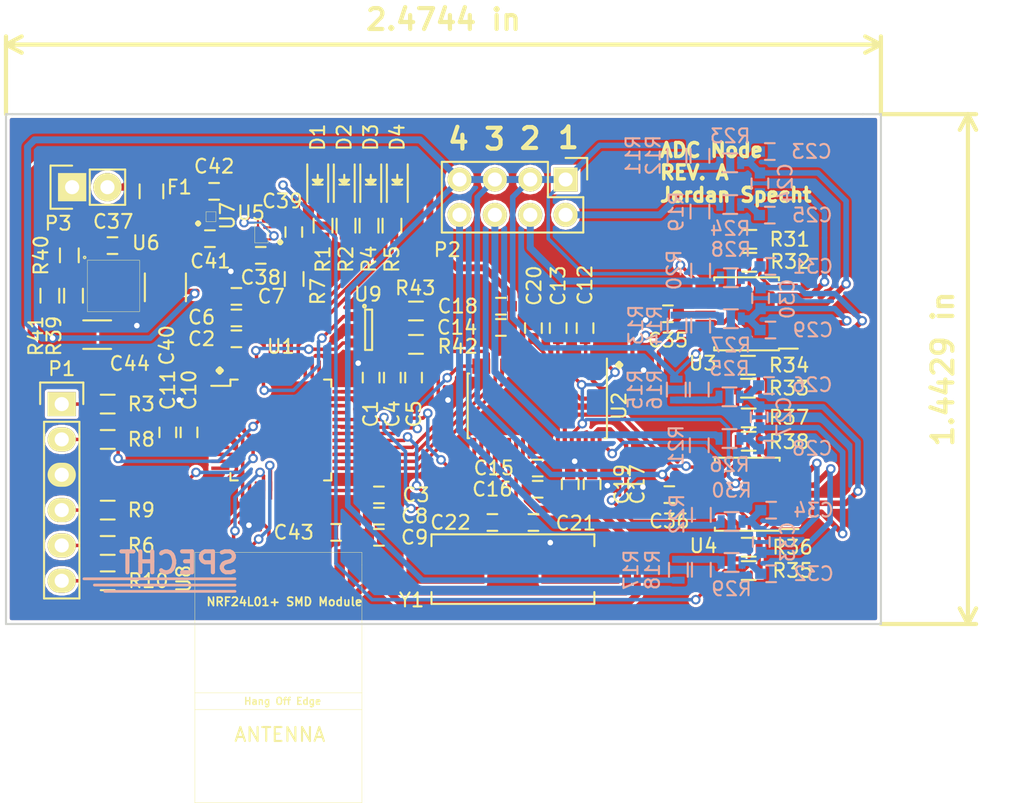
<source format=kicad_pcb>
(kicad_pcb (version 4) (host pcbnew 4.0.4-stable)

  (general
    (links 257)
    (no_connects 0)
    (area 74.152999 65.315799 137.153001 102.115801)
    (thickness 1.6)
    (drawings 22)
    (tracks 697)
    (zones 0)
    (modules 105)
    (nets 92)
  )

  (page A4)
  (layers
    (0 F.Cu signal)
    (31 B.Cu signal)
    (32 B.Adhes user)
    (33 F.Adhes user)
    (34 B.Paste user)
    (35 F.Paste user)
    (36 B.SilkS user)
    (37 F.SilkS user)
    (38 B.Mask user)
    (39 F.Mask user)
    (40 Dwgs.User user)
    (41 Cmts.User user)
    (42 Eco1.User user)
    (43 Eco2.User user)
    (44 Edge.Cuts user)
    (45 Margin user)
    (46 B.CrtYd user)
    (47 F.CrtYd user)
    (48 B.Fab user)
    (49 F.Fab user)
  )

  (setup
    (last_trace_width 0.25)
    (user_trace_width 0.1525)
    (user_trace_width 0.25)
    (user_trace_width 0.5)
    (trace_clearance 0.1525)
    (zone_clearance 0.2)
    (zone_45_only no)
    (trace_min 0.1525)
    (segment_width 0.2)
    (edge_width 0.15)
    (via_size 0.6858)
    (via_drill 0.4)
    (via_min_size 0.6858)
    (via_min_drill 0.3302)
    (uvia_size 0.3)
    (uvia_drill 0.1)
    (uvias_allowed no)
    (uvia_min_size 0)
    (uvia_min_drill 0)
    (pcb_text_width 0.3)
    (pcb_text_size 1.5 1.5)
    (mod_edge_width 0.15)
    (mod_text_size 1 1)
    (mod_text_width 0.15)
    (pad_size 1.524 1.524)
    (pad_drill 0.762)
    (pad_to_mask_clearance 0.2)
    (aux_axis_origin 123.228 123.3408)
    (grid_origin 179.578 110.5408)
    (visible_elements 7FFE7FFF)
    (pcbplotparams
      (layerselection 0x00030_80000001)
      (usegerberextensions false)
      (excludeedgelayer true)
      (linewidth 0.100000)
      (plotframeref false)
      (viasonmask false)
      (mode 1)
      (useauxorigin false)
      (hpglpennumber 1)
      (hpglpenspeed 20)
      (hpglpendiameter 15)
      (hpglpenoverlay 2)
      (psnegative false)
      (psa4output false)
      (plotreference true)
      (plotvalue true)
      (plotinvisibletext false)
      (padsonsilk false)
      (subtractmaskfromsilk false)
      (outputformat 1)
      (mirror false)
      (drillshape 1)
      (scaleselection 1)
      (outputdirectory ""))
  )

  (net 0 "")
  (net 1 GND)
  (net 2 "Net-(R39-Pad2)")
  (net 3 +5V)
  (net 4 +3V3)
  (net 5 REF0)
  (net 6 REF1)
  (net 7 REF2)
  (net 8 REF3)
  (net 9 REFIO)
  (net 10 XIN)
  (net 11 XOUT)
  (net 12 FILTER1L)
  (net 13 FILTER1R)
  (net 14 FILTER3L)
  (net 15 FILTER3R)
  (net 16 FILTER2L)
  (net 17 FILTER2R)
  (net 18 FILTER4L)
  (net 19 FILTER4R)
  (net 20 +12V)
  (net 21 "Net-(C38-Pad1)")
  (net 22 AIN0-)
  (net 23 "Net-(D1-Pad1)")
  (net 24 "Net-(D2-Pad1)")
  (net 25 "Net-(D3-Pad1)")
  (net 26 "Net-(D4-Pad1)")
  (net 27 "Net-(P1-Pad1)")
  (net 28 "Net-(P1-Pad2)")
  (net 29 "Net-(P1-Pad4)")
  (net 30 "Net-(P1-Pad5)")
  (net 31 "Net-(P1-Pad6)")
  (net 32 STRAIN1)
  (net 33 STRAIN2)
  (net 34 STRAIN3)
  (net 35 STRAIN4)
  (net 36 "Net-(R1-Pad2)")
  (net 37 "Net-(R2-Pad2)")
  (net 38 "Net-(R4-Pad2)")
  (net 39 "Net-(R5-Pad2)")
  (net 40 NRST)
  (net 41 "Net-(R7-Pad2)")
  (net 42 SYS_SWCLK)
  (net 43 SYS_SWDIO)
  (net 44 SYS_WKUP1)
  (net 45 WHEAT1L)
  (net 46 WHEAT2L)
  (net 47 WHEAT3L)
  (net 48 WHEAT4L)
  (net 49 RG1)
  (net 50 AMP1)
  (net 51 RG2)
  (net 52 AMP2)
  (net 53 RG3)
  (net 54 AMP3)
  (net 55 RG4)
  (net 56 AMP4)
  (net 57 "Net-(U1-Pad5)")
  (net 58 "Net-(U1-Pad11)")
  (net 59 "Net-(U1-Pad12)")
  (net 60 "Net-(U1-Pad13)")
  (net 61 NRF_CS)
  (net 62 NRF_SCK)
  (net 63 NRF_MISO)
  (net 64 NRF_MOSI)
  (net 65 NRF_CE)
  (net 66 NRF_IRQ)
  (net 67 "Net-(U1-Pad20)")
  (net 68 "Net-(U1-Pad21)")
  (net 69 "Net-(U1-Pad22)")
  (net 70 ADC_CS)
  (net 71 ADC_SCK)
  (net 72 ADC_MISO)
  (net 73 ADC_MOSI)
  (net 74 ADC_DRDYOUT)
  (net 75 ADC_FAULT)
  (net 76 ADC_OVRFLW)
  (net 77 ADC_SYNC)
  (net 78 "Net-(U1-Pad33)")
  (net 79 "Net-(U1-Pad38)")
  (net 80 "Net-(U1-Pad39)")
  (net 81 "Net-(U2-Pad14)")
  (net 82 "Net-(U2-Pad21)")
  (net 83 "Net-(C37-Pad2)")
  (net 84 "Net-(C40-Pad1)")
  (net 85 "Net-(R41-Pad2)")
  (net 86 "Net-(U1-Pad2)")
  (net 87 "Net-(U1-Pad3)")
  (net 88 "Net-(U1-Pad4)")
  (net 89 "Net-(U1-Pad6)")
  (net 90 "Net-(R42-Pad2)")
  (net 91 "Net-(R43-Pad2)")

  (net_class Default "This is the default net class."
    (clearance 0.1525)
    (trace_width 0.25)
    (via_dia 0.6858)
    (via_drill 0.4)
    (uvia_dia 0.3)
    (uvia_drill 0.1)
    (add_net +12V)
    (add_net +3V3)
    (add_net ADC_CS)
    (add_net ADC_DRDYOUT)
    (add_net ADC_FAULT)
    (add_net ADC_MISO)
    (add_net ADC_MOSI)
    (add_net ADC_OVRFLW)
    (add_net ADC_SCK)
    (add_net ADC_SYNC)
    (add_net GND)
    (add_net NRF_CE)
    (add_net NRF_CS)
    (add_net NRF_IRQ)
    (add_net NRF_MISO)
    (add_net NRF_MOSI)
    (add_net NRF_SCK)
    (add_net NRST)
    (add_net "Net-(C37-Pad2)")
    (add_net "Net-(C38-Pad1)")
    (add_net "Net-(C40-Pad1)")
    (add_net "Net-(D1-Pad1)")
    (add_net "Net-(D2-Pad1)")
    (add_net "Net-(D3-Pad1)")
    (add_net "Net-(D4-Pad1)")
    (add_net "Net-(P1-Pad1)")
    (add_net "Net-(P1-Pad2)")
    (add_net "Net-(P1-Pad4)")
    (add_net "Net-(P1-Pad5)")
    (add_net "Net-(P1-Pad6)")
    (add_net "Net-(R1-Pad2)")
    (add_net "Net-(R2-Pad2)")
    (add_net "Net-(R39-Pad2)")
    (add_net "Net-(R4-Pad2)")
    (add_net "Net-(R41-Pad2)")
    (add_net "Net-(R42-Pad2)")
    (add_net "Net-(R43-Pad2)")
    (add_net "Net-(R5-Pad2)")
    (add_net "Net-(R7-Pad2)")
    (add_net "Net-(U1-Pad11)")
    (add_net "Net-(U1-Pad12)")
    (add_net "Net-(U1-Pad13)")
    (add_net "Net-(U1-Pad2)")
    (add_net "Net-(U1-Pad20)")
    (add_net "Net-(U1-Pad21)")
    (add_net "Net-(U1-Pad22)")
    (add_net "Net-(U1-Pad3)")
    (add_net "Net-(U1-Pad33)")
    (add_net "Net-(U1-Pad38)")
    (add_net "Net-(U1-Pad39)")
    (add_net "Net-(U1-Pad4)")
    (add_net "Net-(U1-Pad5)")
    (add_net "Net-(U1-Pad6)")
    (add_net "Net-(U2-Pad14)")
    (add_net "Net-(U2-Pad21)")
    (add_net REF0)
    (add_net REF1)
    (add_net REF2)
    (add_net REF3)
    (add_net REFIO)
    (add_net RG1)
    (add_net RG2)
    (add_net RG3)
    (add_net RG4)
    (add_net SYS_SWCLK)
    (add_net SYS_SWDIO)
    (add_net SYS_WKUP1)
    (add_net XIN)
    (add_net XOUT)
  )

  (net_class Analog ""
    (clearance 0.1525)
    (trace_width 0.4)
    (via_dia 0.6858)
    (via_drill 0.4)
    (uvia_dia 0.3)
    (uvia_drill 0.1)
    (add_net +5V)
    (add_net FILTER1L)
    (add_net FILTER1R)
    (add_net FILTER2L)
    (add_net FILTER2R)
    (add_net FILTER3L)
    (add_net FILTER3R)
    (add_net FILTER4L)
    (add_net FILTER4R)
    (add_net STRAIN1)
    (add_net STRAIN2)
    (add_net STRAIN3)
    (add_net STRAIN4)
    (add_net WHEAT1L)
    (add_net WHEAT2L)
    (add_net WHEAT3L)
    (add_net WHEAT4L)
  )

  (net_class sAnalog ""
    (clearance 0.1525)
    (trace_width 0.3)
    (via_dia 0.6858)
    (via_drill 0.4)
    (uvia_dia 0.3)
    (uvia_drill 0.1)
    (add_net AIN0-)
    (add_net AMP1)
    (add_net AMP2)
    (add_net AMP3)
    (add_net AMP4)
  )

  (module Capacitors_SMD:C_0603 (layer F.Cu) (tedit 58092D15) (tstamp 57F8790D)
    (at 100.457 84.328 90)
    (descr "Capacitor SMD 0603, reflow soldering, AVX (see smccp.pdf)")
    (tags "capacitor 0603")
    (path /57E60125/57FCC22C)
    (attr smd)
    (fp_text reference C1 (at -2.6128 -0.029 90) (layer F.SilkS)
      (effects (font (size 1 1) (thickness 0.15)))
    )
    (fp_text value 4.7uF (at 0 1.9 90) (layer F.Fab)
      (effects (font (size 1 1) (thickness 0.15)))
    )
    (fp_line (start -0.8 0.4) (end -0.8 -0.4) (layer F.Fab) (width 0.15))
    (fp_line (start 0.8 0.4) (end -0.8 0.4) (layer F.Fab) (width 0.15))
    (fp_line (start 0.8 -0.4) (end 0.8 0.4) (layer F.Fab) (width 0.15))
    (fp_line (start -0.8 -0.4) (end 0.8 -0.4) (layer F.Fab) (width 0.15))
    (fp_line (start -1.45 -0.75) (end 1.45 -0.75) (layer F.CrtYd) (width 0.05))
    (fp_line (start -1.45 0.75) (end 1.45 0.75) (layer F.CrtYd) (width 0.05))
    (fp_line (start -1.45 -0.75) (end -1.45 0.75) (layer F.CrtYd) (width 0.05))
    (fp_line (start 1.45 -0.75) (end 1.45 0.75) (layer F.CrtYd) (width 0.05))
    (fp_line (start -0.35 -0.6) (end 0.35 -0.6) (layer F.SilkS) (width 0.15))
    (fp_line (start 0.35 0.6) (end -0.35 0.6) (layer F.SilkS) (width 0.15))
    (pad 1 smd rect (at -0.75 0 90) (size 0.8 0.75) (layers F.Cu F.Paste F.Mask)
      (net 4 +3V3))
    (pad 2 smd rect (at 0.75 0 90) (size 0.8 0.75) (layers F.Cu F.Paste F.Mask)
      (net 1 GND))
    (model Capacitors_SMD.3dshapes/C_0603.wrl
      (at (xyz 0 0 0))
      (scale (xyz 1 1 1))
      (rotate (xyz 0 0 0))
    )
  )

  (module Capacitors_SMD:C_0603 (layer F.Cu) (tedit 5807FDF8) (tstamp 57F8791D)
    (at 90.778 81.5408)
    (descr "Capacitor SMD 0603, reflow soldering, AVX (see smccp.pdf)")
    (tags "capacitor 0603")
    (path /57E60125/57FCC1C3)
    (attr smd)
    (fp_text reference C2 (at -2.5 0) (layer F.SilkS)
      (effects (font (size 1 1) (thickness 0.15)))
    )
    (fp_text value 4.7uF (at 0 1.9) (layer F.Fab)
      (effects (font (size 1 1) (thickness 0.15)))
    )
    (fp_line (start -0.8 0.4) (end -0.8 -0.4) (layer F.Fab) (width 0.15))
    (fp_line (start 0.8 0.4) (end -0.8 0.4) (layer F.Fab) (width 0.15))
    (fp_line (start 0.8 -0.4) (end 0.8 0.4) (layer F.Fab) (width 0.15))
    (fp_line (start -0.8 -0.4) (end 0.8 -0.4) (layer F.Fab) (width 0.15))
    (fp_line (start -1.45 -0.75) (end 1.45 -0.75) (layer F.CrtYd) (width 0.05))
    (fp_line (start -1.45 0.75) (end 1.45 0.75) (layer F.CrtYd) (width 0.05))
    (fp_line (start -1.45 -0.75) (end -1.45 0.75) (layer F.CrtYd) (width 0.05))
    (fp_line (start 1.45 -0.75) (end 1.45 0.75) (layer F.CrtYd) (width 0.05))
    (fp_line (start -0.35 -0.6) (end 0.35 -0.6) (layer F.SilkS) (width 0.15))
    (fp_line (start 0.35 0.6) (end -0.35 0.6) (layer F.SilkS) (width 0.15))
    (pad 1 smd rect (at -0.75 0) (size 0.8 0.75) (layers F.Cu F.Paste F.Mask)
      (net 4 +3V3))
    (pad 2 smd rect (at 0.75 0) (size 0.8 0.75) (layers F.Cu F.Paste F.Mask)
      (net 1 GND))
    (model Capacitors_SMD.3dshapes/C_0603.wrl
      (at (xyz 0 0 0))
      (scale (xyz 1 1 1))
      (rotate (xyz 0 0 0))
    )
  )

  (module Capacitors_SMD:C_0603 (layer F.Cu) (tedit 58004ECA) (tstamp 57F8792D)
    (at 101.0158 92.7608)
    (descr "Capacitor SMD 0603, reflow soldering, AVX (see smccp.pdf)")
    (tags "capacitor 0603")
    (path /57E60125/57FCC11F)
    (attr smd)
    (fp_text reference C3 (at 2.667 0) (layer F.SilkS)
      (effects (font (size 1 1) (thickness 0.15)))
    )
    (fp_text value 4.7uF (at 0 1.9) (layer F.Fab)
      (effects (font (size 1 1) (thickness 0.15)))
    )
    (fp_line (start -0.8 0.4) (end -0.8 -0.4) (layer F.Fab) (width 0.15))
    (fp_line (start 0.8 0.4) (end -0.8 0.4) (layer F.Fab) (width 0.15))
    (fp_line (start 0.8 -0.4) (end 0.8 0.4) (layer F.Fab) (width 0.15))
    (fp_line (start -0.8 -0.4) (end 0.8 -0.4) (layer F.Fab) (width 0.15))
    (fp_line (start -1.45 -0.75) (end 1.45 -0.75) (layer F.CrtYd) (width 0.05))
    (fp_line (start -1.45 0.75) (end 1.45 0.75) (layer F.CrtYd) (width 0.05))
    (fp_line (start -1.45 -0.75) (end -1.45 0.75) (layer F.CrtYd) (width 0.05))
    (fp_line (start 1.45 -0.75) (end 1.45 0.75) (layer F.CrtYd) (width 0.05))
    (fp_line (start -0.35 -0.6) (end 0.35 -0.6) (layer F.SilkS) (width 0.15))
    (fp_line (start 0.35 0.6) (end -0.35 0.6) (layer F.SilkS) (width 0.15))
    (pad 1 smd rect (at -0.75 0) (size 0.8 0.75) (layers F.Cu F.Paste F.Mask)
      (net 4 +3V3))
    (pad 2 smd rect (at 0.75 0) (size 0.8 0.75) (layers F.Cu F.Paste F.Mask)
      (net 1 GND))
    (model Capacitors_SMD.3dshapes/C_0603.wrl
      (at (xyz 0 0 0))
      (scale (xyz 1 1 1))
      (rotate (xyz 0 0 0))
    )
  )

  (module Capacitors_SMD:C_0603 (layer F.Cu) (tedit 58092D0D) (tstamp 57F8793D)
    (at 101.981 84.328 90)
    (descr "Capacitor SMD 0603, reflow soldering, AVX (see smccp.pdf)")
    (tags "capacitor 0603")
    (path /57E60125/57FC5C48)
    (attr smd)
    (fp_text reference C4 (at -2.6128 -0.003 90) (layer F.SilkS)
      (effects (font (size 1 1) (thickness 0.15)))
    )
    (fp_text value 100nF (at 0 1.9 90) (layer F.Fab)
      (effects (font (size 1 1) (thickness 0.15)))
    )
    (fp_line (start -0.8 0.4) (end -0.8 -0.4) (layer F.Fab) (width 0.15))
    (fp_line (start 0.8 0.4) (end -0.8 0.4) (layer F.Fab) (width 0.15))
    (fp_line (start 0.8 -0.4) (end 0.8 0.4) (layer F.Fab) (width 0.15))
    (fp_line (start -0.8 -0.4) (end 0.8 -0.4) (layer F.Fab) (width 0.15))
    (fp_line (start -1.45 -0.75) (end 1.45 -0.75) (layer F.CrtYd) (width 0.05))
    (fp_line (start -1.45 0.75) (end 1.45 0.75) (layer F.CrtYd) (width 0.05))
    (fp_line (start -1.45 -0.75) (end -1.45 0.75) (layer F.CrtYd) (width 0.05))
    (fp_line (start 1.45 -0.75) (end 1.45 0.75) (layer F.CrtYd) (width 0.05))
    (fp_line (start -0.35 -0.6) (end 0.35 -0.6) (layer F.SilkS) (width 0.15))
    (fp_line (start 0.35 0.6) (end -0.35 0.6) (layer F.SilkS) (width 0.15))
    (pad 1 smd rect (at -0.75 0 90) (size 0.8 0.75) (layers F.Cu F.Paste F.Mask)
      (net 4 +3V3))
    (pad 2 smd rect (at 0.75 0 90) (size 0.8 0.75) (layers F.Cu F.Paste F.Mask)
      (net 1 GND))
    (model Capacitors_SMD.3dshapes/C_0603.wrl
      (at (xyz 0 0 0))
      (scale (xyz 1 1 1))
      (rotate (xyz 0 0 0))
    )
  )

  (module Capacitors_SMD:C_0603 (layer F.Cu) (tedit 58092D1E) (tstamp 57F8794D)
    (at 103.505 84.328 90)
    (descr "Capacitor SMD 0603, reflow soldering, AVX (see smccp.pdf)")
    (tags "capacitor 0603")
    (path /57E60125/57FC7665)
    (attr smd)
    (fp_text reference C5 (at -2.6128 0.023 90) (layer F.SilkS)
      (effects (font (size 1 1) (thickness 0.15)))
    )
    (fp_text value 100nF (at 0 1.9 90) (layer F.Fab)
      (effects (font (size 1 1) (thickness 0.15)))
    )
    (fp_line (start -0.8 0.4) (end -0.8 -0.4) (layer F.Fab) (width 0.15))
    (fp_line (start 0.8 0.4) (end -0.8 0.4) (layer F.Fab) (width 0.15))
    (fp_line (start 0.8 -0.4) (end 0.8 0.4) (layer F.Fab) (width 0.15))
    (fp_line (start -0.8 -0.4) (end 0.8 -0.4) (layer F.Fab) (width 0.15))
    (fp_line (start -1.45 -0.75) (end 1.45 -0.75) (layer F.CrtYd) (width 0.05))
    (fp_line (start -1.45 0.75) (end 1.45 0.75) (layer F.CrtYd) (width 0.05))
    (fp_line (start -1.45 -0.75) (end -1.45 0.75) (layer F.CrtYd) (width 0.05))
    (fp_line (start 1.45 -0.75) (end 1.45 0.75) (layer F.CrtYd) (width 0.05))
    (fp_line (start -0.35 -0.6) (end 0.35 -0.6) (layer F.SilkS) (width 0.15))
    (fp_line (start 0.35 0.6) (end -0.35 0.6) (layer F.SilkS) (width 0.15))
    (pad 1 smd rect (at -0.75 0 90) (size 0.8 0.75) (layers F.Cu F.Paste F.Mask)
      (net 4 +3V3))
    (pad 2 smd rect (at 0.75 0 90) (size 0.8 0.75) (layers F.Cu F.Paste F.Mask)
      (net 1 GND))
    (model Capacitors_SMD.3dshapes/C_0603.wrl
      (at (xyz 0 0 0))
      (scale (xyz 1 1 1))
      (rotate (xyz 0 0 0))
    )
  )

  (module Capacitors_SMD:C_0603 (layer F.Cu) (tedit 5807FDF6) (tstamp 57F8795D)
    (at 90.778 80.0408)
    (descr "Capacitor SMD 0603, reflow soldering, AVX (see smccp.pdf)")
    (tags "capacitor 0603")
    (path /57E60125/57FC76CF)
    (attr smd)
    (fp_text reference C6 (at -2.5 -0.05) (layer F.SilkS)
      (effects (font (size 1 1) (thickness 0.15)))
    )
    (fp_text value 100nF (at 0 1.9) (layer F.Fab)
      (effects (font (size 1 1) (thickness 0.15)))
    )
    (fp_line (start -0.8 0.4) (end -0.8 -0.4) (layer F.Fab) (width 0.15))
    (fp_line (start 0.8 0.4) (end -0.8 0.4) (layer F.Fab) (width 0.15))
    (fp_line (start 0.8 -0.4) (end 0.8 0.4) (layer F.Fab) (width 0.15))
    (fp_line (start -0.8 -0.4) (end 0.8 -0.4) (layer F.Fab) (width 0.15))
    (fp_line (start -1.45 -0.75) (end 1.45 -0.75) (layer F.CrtYd) (width 0.05))
    (fp_line (start -1.45 0.75) (end 1.45 0.75) (layer F.CrtYd) (width 0.05))
    (fp_line (start -1.45 -0.75) (end -1.45 0.75) (layer F.CrtYd) (width 0.05))
    (fp_line (start 1.45 -0.75) (end 1.45 0.75) (layer F.CrtYd) (width 0.05))
    (fp_line (start -0.35 -0.6) (end 0.35 -0.6) (layer F.SilkS) (width 0.15))
    (fp_line (start 0.35 0.6) (end -0.35 0.6) (layer F.SilkS) (width 0.15))
    (pad 1 smd rect (at -0.75 0) (size 0.8 0.75) (layers F.Cu F.Paste F.Mask)
      (net 4 +3V3))
    (pad 2 smd rect (at 0.75 0) (size 0.8 0.75) (layers F.Cu F.Paste F.Mask)
      (net 1 GND))
    (model Capacitors_SMD.3dshapes/C_0603.wrl
      (at (xyz 0 0 0))
      (scale (xyz 1 1 1))
      (rotate (xyz 0 0 0))
    )
  )

  (module Capacitors_SMD:C_0603 (layer F.Cu) (tedit 5807FDF3) (tstamp 57F8796D)
    (at 90.778 78.4908)
    (descr "Capacitor SMD 0603, reflow soldering, AVX (see smccp.pdf)")
    (tags "capacitor 0603")
    (path /57E60125/57FC7937)
    (attr smd)
    (fp_text reference C7 (at 2.5 0) (layer F.SilkS)
      (effects (font (size 1 1) (thickness 0.15)))
    )
    (fp_text value 100nF (at 0 1.9) (layer F.Fab)
      (effects (font (size 1 1) (thickness 0.15)))
    )
    (fp_line (start -0.8 0.4) (end -0.8 -0.4) (layer F.Fab) (width 0.15))
    (fp_line (start 0.8 0.4) (end -0.8 0.4) (layer F.Fab) (width 0.15))
    (fp_line (start 0.8 -0.4) (end 0.8 0.4) (layer F.Fab) (width 0.15))
    (fp_line (start -0.8 -0.4) (end 0.8 -0.4) (layer F.Fab) (width 0.15))
    (fp_line (start -1.45 -0.75) (end 1.45 -0.75) (layer F.CrtYd) (width 0.05))
    (fp_line (start -1.45 0.75) (end 1.45 0.75) (layer F.CrtYd) (width 0.05))
    (fp_line (start -1.45 -0.75) (end -1.45 0.75) (layer F.CrtYd) (width 0.05))
    (fp_line (start 1.45 -0.75) (end 1.45 0.75) (layer F.CrtYd) (width 0.05))
    (fp_line (start -0.35 -0.6) (end 0.35 -0.6) (layer F.SilkS) (width 0.15))
    (fp_line (start 0.35 0.6) (end -0.35 0.6) (layer F.SilkS) (width 0.15))
    (pad 1 smd rect (at -0.75 0) (size 0.8 0.75) (layers F.Cu F.Paste F.Mask)
      (net 4 +3V3))
    (pad 2 smd rect (at 0.75 0) (size 0.8 0.75) (layers F.Cu F.Paste F.Mask)
      (net 1 GND))
    (model Capacitors_SMD.3dshapes/C_0603.wrl
      (at (xyz 0 0 0))
      (scale (xyz 1 1 1))
      (rotate (xyz 0 0 0))
    )
  )

  (module Capacitors_SMD:C_0603 (layer F.Cu) (tedit 58004EC7) (tstamp 57F8797D)
    (at 101.0158 94.2848)
    (descr "Capacitor SMD 0603, reflow soldering, AVX (see smccp.pdf)")
    (tags "capacitor 0603")
    (path /57E60125/57FC9D46)
    (attr smd)
    (fp_text reference C8 (at 2.5654 0) (layer F.SilkS)
      (effects (font (size 1 1) (thickness 0.15)))
    )
    (fp_text value 100nF (at 0 1.9) (layer F.Fab)
      (effects (font (size 1 1) (thickness 0.15)))
    )
    (fp_line (start -0.8 0.4) (end -0.8 -0.4) (layer F.Fab) (width 0.15))
    (fp_line (start 0.8 0.4) (end -0.8 0.4) (layer F.Fab) (width 0.15))
    (fp_line (start 0.8 -0.4) (end 0.8 0.4) (layer F.Fab) (width 0.15))
    (fp_line (start -0.8 -0.4) (end 0.8 -0.4) (layer F.Fab) (width 0.15))
    (fp_line (start -1.45 -0.75) (end 1.45 -0.75) (layer F.CrtYd) (width 0.05))
    (fp_line (start -1.45 0.75) (end 1.45 0.75) (layer F.CrtYd) (width 0.05))
    (fp_line (start -1.45 -0.75) (end -1.45 0.75) (layer F.CrtYd) (width 0.05))
    (fp_line (start 1.45 -0.75) (end 1.45 0.75) (layer F.CrtYd) (width 0.05))
    (fp_line (start -0.35 -0.6) (end 0.35 -0.6) (layer F.SilkS) (width 0.15))
    (fp_line (start 0.35 0.6) (end -0.35 0.6) (layer F.SilkS) (width 0.15))
    (pad 1 smd rect (at -0.75 0) (size 0.8 0.75) (layers F.Cu F.Paste F.Mask)
      (net 4 +3V3))
    (pad 2 smd rect (at 0.75 0) (size 0.8 0.75) (layers F.Cu F.Paste F.Mask)
      (net 1 GND))
    (model Capacitors_SMD.3dshapes/C_0603.wrl
      (at (xyz 0 0 0))
      (scale (xyz 1 1 1))
      (rotate (xyz 0 0 0))
    )
  )

  (module Capacitors_SMD:C_0603 (layer F.Cu) (tedit 58004EC4) (tstamp 57F8798D)
    (at 101.0158 95.8088)
    (descr "Capacitor SMD 0603, reflow soldering, AVX (see smccp.pdf)")
    (tags "capacitor 0603")
    (path /57E60125/57FC9DA6)
    (attr smd)
    (fp_text reference C9 (at 2.5654 0) (layer F.SilkS)
      (effects (font (size 1 1) (thickness 0.15)))
    )
    (fp_text value 100nF (at 0 1.9) (layer F.Fab)
      (effects (font (size 1 1) (thickness 0.15)))
    )
    (fp_line (start -0.8 0.4) (end -0.8 -0.4) (layer F.Fab) (width 0.15))
    (fp_line (start 0.8 0.4) (end -0.8 0.4) (layer F.Fab) (width 0.15))
    (fp_line (start 0.8 -0.4) (end 0.8 0.4) (layer F.Fab) (width 0.15))
    (fp_line (start -0.8 -0.4) (end 0.8 -0.4) (layer F.Fab) (width 0.15))
    (fp_line (start -1.45 -0.75) (end 1.45 -0.75) (layer F.CrtYd) (width 0.05))
    (fp_line (start -1.45 0.75) (end 1.45 0.75) (layer F.CrtYd) (width 0.05))
    (fp_line (start -1.45 -0.75) (end -1.45 0.75) (layer F.CrtYd) (width 0.05))
    (fp_line (start 1.45 -0.75) (end 1.45 0.75) (layer F.CrtYd) (width 0.05))
    (fp_line (start -0.35 -0.6) (end 0.35 -0.6) (layer F.SilkS) (width 0.15))
    (fp_line (start 0.35 0.6) (end -0.35 0.6) (layer F.SilkS) (width 0.15))
    (pad 1 smd rect (at -0.75 0) (size 0.8 0.75) (layers F.Cu F.Paste F.Mask)
      (net 4 +3V3))
    (pad 2 smd rect (at 0.75 0) (size 0.8 0.75) (layers F.Cu F.Paste F.Mask)
      (net 1 GND))
    (model Capacitors_SMD.3dshapes/C_0603.wrl
      (at (xyz 0 0 0))
      (scale (xyz 1 1 1))
      (rotate (xyz 0 0 0))
    )
  )

  (module Capacitors_SMD:C_0603 (layer F.Cu) (tedit 57F97601) (tstamp 57F8799D)
    (at 87.376 88.265 90)
    (descr "Capacitor SMD 0603, reflow soldering, AVX (see smccp.pdf)")
    (tags "capacitor 0603")
    (path /57E60125/57FCAC96)
    (attr smd)
    (fp_text reference C10 (at 3.048 0 90) (layer F.SilkS)
      (effects (font (size 1 1) (thickness 0.15)))
    )
    (fp_text value 1uF (at 0 1.9 90) (layer F.Fab)
      (effects (font (size 1 1) (thickness 0.15)))
    )
    (fp_line (start -0.8 0.4) (end -0.8 -0.4) (layer F.Fab) (width 0.15))
    (fp_line (start 0.8 0.4) (end -0.8 0.4) (layer F.Fab) (width 0.15))
    (fp_line (start 0.8 -0.4) (end 0.8 0.4) (layer F.Fab) (width 0.15))
    (fp_line (start -0.8 -0.4) (end 0.8 -0.4) (layer F.Fab) (width 0.15))
    (fp_line (start -1.45 -0.75) (end 1.45 -0.75) (layer F.CrtYd) (width 0.05))
    (fp_line (start -1.45 0.75) (end 1.45 0.75) (layer F.CrtYd) (width 0.05))
    (fp_line (start -1.45 -0.75) (end -1.45 0.75) (layer F.CrtYd) (width 0.05))
    (fp_line (start 1.45 -0.75) (end 1.45 0.75) (layer F.CrtYd) (width 0.05))
    (fp_line (start -0.35 -0.6) (end 0.35 -0.6) (layer F.SilkS) (width 0.15))
    (fp_line (start 0.35 0.6) (end -0.35 0.6) (layer F.SilkS) (width 0.15))
    (pad 1 smd rect (at -0.75 0 90) (size 0.8 0.75) (layers F.Cu F.Paste F.Mask)
      (net 4 +3V3))
    (pad 2 smd rect (at 0.75 0 90) (size 0.8 0.75) (layers F.Cu F.Paste F.Mask)
      (net 1 GND))
    (model Capacitors_SMD.3dshapes/C_0603.wrl
      (at (xyz 0 0 0))
      (scale (xyz 1 1 1))
      (rotate (xyz 0 0 0))
    )
  )

  (module Capacitors_SMD:C_0603 (layer F.Cu) (tedit 57F97600) (tstamp 57F879AD)
    (at 85.852 88.265 90)
    (descr "Capacitor SMD 0603, reflow soldering, AVX (see smccp.pdf)")
    (tags "capacitor 0603")
    (path /57E60125/57FCC713)
    (attr smd)
    (fp_text reference C11 (at 3.048 0 90) (layer F.SilkS)
      (effects (font (size 1 1) (thickness 0.15)))
    )
    (fp_text value 10nF (at 0 1.9 90) (layer F.Fab)
      (effects (font (size 1 1) (thickness 0.15)))
    )
    (fp_line (start -0.8 0.4) (end -0.8 -0.4) (layer F.Fab) (width 0.15))
    (fp_line (start 0.8 0.4) (end -0.8 0.4) (layer F.Fab) (width 0.15))
    (fp_line (start 0.8 -0.4) (end 0.8 0.4) (layer F.Fab) (width 0.15))
    (fp_line (start -0.8 -0.4) (end 0.8 -0.4) (layer F.Fab) (width 0.15))
    (fp_line (start -1.45 -0.75) (end 1.45 -0.75) (layer F.CrtYd) (width 0.05))
    (fp_line (start -1.45 0.75) (end 1.45 0.75) (layer F.CrtYd) (width 0.05))
    (fp_line (start -1.45 -0.75) (end -1.45 0.75) (layer F.CrtYd) (width 0.05))
    (fp_line (start 1.45 -0.75) (end 1.45 0.75) (layer F.CrtYd) (width 0.05))
    (fp_line (start -0.35 -0.6) (end 0.35 -0.6) (layer F.SilkS) (width 0.15))
    (fp_line (start 0.35 0.6) (end -0.35 0.6) (layer F.SilkS) (width 0.15))
    (pad 1 smd rect (at -0.75 0 90) (size 0.8 0.75) (layers F.Cu F.Paste F.Mask)
      (net 4 +3V3))
    (pad 2 smd rect (at 0.75 0 90) (size 0.8 0.75) (layers F.Cu F.Paste F.Mask)
      (net 1 GND))
    (model Capacitors_SMD.3dshapes/C_0603.wrl
      (at (xyz 0 0 0))
      (scale (xyz 1 1 1))
      (rotate (xyz 0 0 0))
    )
  )

  (module Capacitors_SMD:C_0603 (layer F.Cu) (tedit 57F980D6) (tstamp 57F879BD)
    (at 115.824 80.772 90)
    (descr "Capacitor SMD 0603, reflow soldering, AVX (see smccp.pdf)")
    (tags "capacitor 0603")
    (path /57E603F5/57FB5A3F)
    (attr smd)
    (fp_text reference C12 (at 3.0988 0 90) (layer F.SilkS)
      (effects (font (size 1 1) (thickness 0.15)))
    )
    (fp_text value 1uF (at 0 1.9 90) (layer F.Fab)
      (effects (font (size 1 1) (thickness 0.15)))
    )
    (fp_line (start -0.8 0.4) (end -0.8 -0.4) (layer F.Fab) (width 0.15))
    (fp_line (start 0.8 0.4) (end -0.8 0.4) (layer F.Fab) (width 0.15))
    (fp_line (start 0.8 -0.4) (end 0.8 0.4) (layer F.Fab) (width 0.15))
    (fp_line (start -0.8 -0.4) (end 0.8 -0.4) (layer F.Fab) (width 0.15))
    (fp_line (start -1.45 -0.75) (end 1.45 -0.75) (layer F.CrtYd) (width 0.05))
    (fp_line (start -1.45 0.75) (end 1.45 0.75) (layer F.CrtYd) (width 0.05))
    (fp_line (start -1.45 -0.75) (end -1.45 0.75) (layer F.CrtYd) (width 0.05))
    (fp_line (start 1.45 -0.75) (end 1.45 0.75) (layer F.CrtYd) (width 0.05))
    (fp_line (start -0.35 -0.6) (end 0.35 -0.6) (layer F.SilkS) (width 0.15))
    (fp_line (start 0.35 0.6) (end -0.35 0.6) (layer F.SilkS) (width 0.15))
    (pad 1 smd rect (at -0.75 0 90) (size 0.8 0.75) (layers F.Cu F.Paste F.Mask)
      (net 5 REF0))
    (pad 2 smd rect (at 0.75 0 90) (size 0.8 0.75) (layers F.Cu F.Paste F.Mask)
      (net 1 GND))
    (model Capacitors_SMD.3dshapes/C_0603.wrl
      (at (xyz 0 0 0))
      (scale (xyz 1 1 1))
      (rotate (xyz 0 0 0))
    )
  )

  (module Capacitors_SMD:C_0603 (layer F.Cu) (tedit 57F980DA) (tstamp 57F879CD)
    (at 113.8936 80.772 90)
    (descr "Capacitor SMD 0603, reflow soldering, AVX (see smccp.pdf)")
    (tags "capacitor 0603")
    (path /57E603F5/57FB5A4E)
    (attr smd)
    (fp_text reference C13 (at 3.048 0 90) (layer F.SilkS)
      (effects (font (size 1 1) (thickness 0.15)))
    )
    (fp_text value 1uF (at 0 1.9 90) (layer F.Fab)
      (effects (font (size 1 1) (thickness 0.15)))
    )
    (fp_line (start -0.8 0.4) (end -0.8 -0.4) (layer F.Fab) (width 0.15))
    (fp_line (start 0.8 0.4) (end -0.8 0.4) (layer F.Fab) (width 0.15))
    (fp_line (start 0.8 -0.4) (end 0.8 0.4) (layer F.Fab) (width 0.15))
    (fp_line (start -0.8 -0.4) (end 0.8 -0.4) (layer F.Fab) (width 0.15))
    (fp_line (start -1.45 -0.75) (end 1.45 -0.75) (layer F.CrtYd) (width 0.05))
    (fp_line (start -1.45 0.75) (end 1.45 0.75) (layer F.CrtYd) (width 0.05))
    (fp_line (start -1.45 -0.75) (end -1.45 0.75) (layer F.CrtYd) (width 0.05))
    (fp_line (start 1.45 -0.75) (end 1.45 0.75) (layer F.CrtYd) (width 0.05))
    (fp_line (start -0.35 -0.6) (end 0.35 -0.6) (layer F.SilkS) (width 0.15))
    (fp_line (start 0.35 0.6) (end -0.35 0.6) (layer F.SilkS) (width 0.15))
    (pad 1 smd rect (at -0.75 0 90) (size 0.8 0.75) (layers F.Cu F.Paste F.Mask)
      (net 6 REF1))
    (pad 2 smd rect (at 0.75 0 90) (size 0.8 0.75) (layers F.Cu F.Paste F.Mask)
      (net 1 GND))
    (model Capacitors_SMD.3dshapes/C_0603.wrl
      (at (xyz 0 0 0))
      (scale (xyz 1 1 1))
      (rotate (xyz 0 0 0))
    )
  )

  (module Capacitors_SMD:C_0603 (layer F.Cu) (tedit 57F981D0) (tstamp 57F879DD)
    (at 109.7788 80.7212 180)
    (descr "Capacitor SMD 0603, reflow soldering, AVX (see smccp.pdf)")
    (tags "capacitor 0603")
    (path /57E603F5/57FB8D4E)
    (attr smd)
    (fp_text reference C14 (at 3.1496 0 180) (layer F.SilkS)
      (effects (font (size 1 1) (thickness 0.15)))
    )
    (fp_text value 1uF (at 0 1.9 180) (layer F.Fab)
      (effects (font (size 1 1) (thickness 0.15)))
    )
    (fp_line (start -0.8 0.4) (end -0.8 -0.4) (layer F.Fab) (width 0.15))
    (fp_line (start 0.8 0.4) (end -0.8 0.4) (layer F.Fab) (width 0.15))
    (fp_line (start 0.8 -0.4) (end 0.8 0.4) (layer F.Fab) (width 0.15))
    (fp_line (start -0.8 -0.4) (end 0.8 -0.4) (layer F.Fab) (width 0.15))
    (fp_line (start -1.45 -0.75) (end 1.45 -0.75) (layer F.CrtYd) (width 0.05))
    (fp_line (start -1.45 0.75) (end 1.45 0.75) (layer F.CrtYd) (width 0.05))
    (fp_line (start -1.45 -0.75) (end -1.45 0.75) (layer F.CrtYd) (width 0.05))
    (fp_line (start 1.45 -0.75) (end 1.45 0.75) (layer F.CrtYd) (width 0.05))
    (fp_line (start -0.35 -0.6) (end 0.35 -0.6) (layer F.SilkS) (width 0.15))
    (fp_line (start 0.35 0.6) (end -0.35 0.6) (layer F.SilkS) (width 0.15))
    (pad 1 smd rect (at -0.75 0 180) (size 0.8 0.75) (layers F.Cu F.Paste F.Mask)
      (net 4 +3V3))
    (pad 2 smd rect (at 0.75 0 180) (size 0.8 0.75) (layers F.Cu F.Paste F.Mask)
      (net 1 GND))
    (model Capacitors_SMD.3dshapes/C_0603.wrl
      (at (xyz 0 0 0))
      (scale (xyz 1 1 1))
      (rotate (xyz 0 0 0))
    )
  )

  (module Capacitors_SMD:C_0603 (layer F.Cu) (tedit 57F98175) (tstamp 57F879ED)
    (at 112.4204 90.8304)
    (descr "Capacitor SMD 0603, reflow soldering, AVX (see smccp.pdf)")
    (tags "capacitor 0603")
    (path /57E603F5/57FB8F19)
    (attr smd)
    (fp_text reference C15 (at -3.1496 0) (layer F.SilkS)
      (effects (font (size 1 1) (thickness 0.15)))
    )
    (fp_text value 1uF (at 0 1.9) (layer F.Fab)
      (effects (font (size 1 1) (thickness 0.15)))
    )
    (fp_line (start -0.8 0.4) (end -0.8 -0.4) (layer F.Fab) (width 0.15))
    (fp_line (start 0.8 0.4) (end -0.8 0.4) (layer F.Fab) (width 0.15))
    (fp_line (start 0.8 -0.4) (end 0.8 0.4) (layer F.Fab) (width 0.15))
    (fp_line (start -0.8 -0.4) (end 0.8 -0.4) (layer F.Fab) (width 0.15))
    (fp_line (start -1.45 -0.75) (end 1.45 -0.75) (layer F.CrtYd) (width 0.05))
    (fp_line (start -1.45 0.75) (end 1.45 0.75) (layer F.CrtYd) (width 0.05))
    (fp_line (start -1.45 -0.75) (end -1.45 0.75) (layer F.CrtYd) (width 0.05))
    (fp_line (start 1.45 -0.75) (end 1.45 0.75) (layer F.CrtYd) (width 0.05))
    (fp_line (start -0.35 -0.6) (end 0.35 -0.6) (layer F.SilkS) (width 0.15))
    (fp_line (start 0.35 0.6) (end -0.35 0.6) (layer F.SilkS) (width 0.15))
    (pad 1 smd rect (at -0.75 0) (size 0.8 0.75) (layers F.Cu F.Paste F.Mask)
      (net 4 +3V3))
    (pad 2 smd rect (at 0.75 0) (size 0.8 0.75) (layers F.Cu F.Paste F.Mask)
      (net 1 GND))
    (model Capacitors_SMD.3dshapes/C_0603.wrl
      (at (xyz 0 0 0))
      (scale (xyz 1 1 1))
      (rotate (xyz 0 0 0))
    )
  )

  (module Capacitors_SMD:C_0603 (layer F.Cu) (tedit 57F98171) (tstamp 57F879FD)
    (at 112.4204 92.3544)
    (descr "Capacitor SMD 0603, reflow soldering, AVX (see smccp.pdf)")
    (tags "capacitor 0603")
    (path /57E603F5/57FB8F49)
    (attr smd)
    (fp_text reference C16 (at -3.2512 0) (layer F.SilkS)
      (effects (font (size 1 1) (thickness 0.15)))
    )
    (fp_text value 10nF (at 0 1.9) (layer F.Fab)
      (effects (font (size 1 1) (thickness 0.15)))
    )
    (fp_line (start -0.8 0.4) (end -0.8 -0.4) (layer F.Fab) (width 0.15))
    (fp_line (start 0.8 0.4) (end -0.8 0.4) (layer F.Fab) (width 0.15))
    (fp_line (start 0.8 -0.4) (end 0.8 0.4) (layer F.Fab) (width 0.15))
    (fp_line (start -0.8 -0.4) (end 0.8 -0.4) (layer F.Fab) (width 0.15))
    (fp_line (start -1.45 -0.75) (end 1.45 -0.75) (layer F.CrtYd) (width 0.05))
    (fp_line (start -1.45 0.75) (end 1.45 0.75) (layer F.CrtYd) (width 0.05))
    (fp_line (start -1.45 -0.75) (end -1.45 0.75) (layer F.CrtYd) (width 0.05))
    (fp_line (start 1.45 -0.75) (end 1.45 0.75) (layer F.CrtYd) (width 0.05))
    (fp_line (start -0.35 -0.6) (end 0.35 -0.6) (layer F.SilkS) (width 0.15))
    (fp_line (start 0.35 0.6) (end -0.35 0.6) (layer F.SilkS) (width 0.15))
    (pad 1 smd rect (at -0.75 0) (size 0.8 0.75) (layers F.Cu F.Paste F.Mask)
      (net 4 +3V3))
    (pad 2 smd rect (at 0.75 0) (size 0.8 0.75) (layers F.Cu F.Paste F.Mask)
      (net 1 GND))
    (model Capacitors_SMD.3dshapes/C_0603.wrl
      (at (xyz 0 0 0))
      (scale (xyz 1 1 1))
      (rotate (xyz 0 0 0))
    )
  )

  (module Capacitors_SMD:C_0603 (layer F.Cu) (tedit 57F9819A) (tstamp 57F87A0D)
    (at 116.332 91.9988 270)
    (descr "Capacitor SMD 0603, reflow soldering, AVX (see smccp.pdf)")
    (tags "capacitor 0603")
    (path /57E603F5/57FB503A)
    (attr smd)
    (fp_text reference C17 (at 0 -3.2512 270) (layer F.SilkS)
      (effects (font (size 1 1) (thickness 0.15)))
    )
    (fp_text value 1uF (at 0 1.9 270) (layer F.Fab)
      (effects (font (size 1 1) (thickness 0.15)))
    )
    (fp_line (start -0.8 0.4) (end -0.8 -0.4) (layer F.Fab) (width 0.15))
    (fp_line (start 0.8 0.4) (end -0.8 0.4) (layer F.Fab) (width 0.15))
    (fp_line (start 0.8 -0.4) (end 0.8 0.4) (layer F.Fab) (width 0.15))
    (fp_line (start -0.8 -0.4) (end 0.8 -0.4) (layer F.Fab) (width 0.15))
    (fp_line (start -1.45 -0.75) (end 1.45 -0.75) (layer F.CrtYd) (width 0.05))
    (fp_line (start -1.45 0.75) (end 1.45 0.75) (layer F.CrtYd) (width 0.05))
    (fp_line (start -1.45 -0.75) (end -1.45 0.75) (layer F.CrtYd) (width 0.05))
    (fp_line (start 1.45 -0.75) (end 1.45 0.75) (layer F.CrtYd) (width 0.05))
    (fp_line (start -0.35 -0.6) (end 0.35 -0.6) (layer F.SilkS) (width 0.15))
    (fp_line (start 0.35 0.6) (end -0.35 0.6) (layer F.SilkS) (width 0.15))
    (pad 1 smd rect (at -0.75 0 270) (size 0.8 0.75) (layers F.Cu F.Paste F.Mask)
      (net 7 REF2))
    (pad 2 smd rect (at 0.75 0 270) (size 0.8 0.75) (layers F.Cu F.Paste F.Mask)
      (net 1 GND))
    (model Capacitors_SMD.3dshapes/C_0603.wrl
      (at (xyz 0 0 0))
      (scale (xyz 1 1 1))
      (rotate (xyz 0 0 0))
    )
  )

  (module Capacitors_SMD:C_0603 (layer F.Cu) (tedit 57F9824D) (tstamp 57F87A1D)
    (at 109.7788 79.1972 180)
    (descr "Capacitor SMD 0603, reflow soldering, AVX (see smccp.pdf)")
    (tags "capacitor 0603")
    (path /57E603F5/57FB8FA8)
    (attr smd)
    (fp_text reference C18 (at 3.0988 0 180) (layer F.SilkS)
      (effects (font (size 1 1) (thickness 0.15)))
    )
    (fp_text value 10nF (at 0 1.9 180) (layer F.Fab)
      (effects (font (size 1 1) (thickness 0.15)))
    )
    (fp_line (start -0.8 0.4) (end -0.8 -0.4) (layer F.Fab) (width 0.15))
    (fp_line (start 0.8 0.4) (end -0.8 0.4) (layer F.Fab) (width 0.15))
    (fp_line (start 0.8 -0.4) (end 0.8 0.4) (layer F.Fab) (width 0.15))
    (fp_line (start -0.8 -0.4) (end 0.8 -0.4) (layer F.Fab) (width 0.15))
    (fp_line (start -1.45 -0.75) (end 1.45 -0.75) (layer F.CrtYd) (width 0.05))
    (fp_line (start -1.45 0.75) (end 1.45 0.75) (layer F.CrtYd) (width 0.05))
    (fp_line (start -1.45 -0.75) (end -1.45 0.75) (layer F.CrtYd) (width 0.05))
    (fp_line (start 1.45 -0.75) (end 1.45 0.75) (layer F.CrtYd) (width 0.05))
    (fp_line (start -0.35 -0.6) (end 0.35 -0.6) (layer F.SilkS) (width 0.15))
    (fp_line (start 0.35 0.6) (end -0.35 0.6) (layer F.SilkS) (width 0.15))
    (pad 1 smd rect (at -0.75 0 180) (size 0.8 0.75) (layers F.Cu F.Paste F.Mask)
      (net 4 +3V3))
    (pad 2 smd rect (at 0.75 0 180) (size 0.8 0.75) (layers F.Cu F.Paste F.Mask)
      (net 1 GND))
    (model Capacitors_SMD.3dshapes/C_0603.wrl
      (at (xyz 0 0 0))
      (scale (xyz 1 1 1))
      (rotate (xyz 0 0 0))
    )
  )

  (module Capacitors_SMD:C_0603 (layer F.Cu) (tedit 57F98197) (tstamp 57F87A2D)
    (at 114.7572 91.9988 270)
    (descr "Capacitor SMD 0603, reflow soldering, AVX (see smccp.pdf)")
    (tags "capacitor 0603")
    (path /57E603F5/57FB6315)
    (attr smd)
    (fp_text reference C19 (at 0 -3.7084 270) (layer F.SilkS)
      (effects (font (size 1 1) (thickness 0.15)))
    )
    (fp_text value 1uF (at 0 1.9 270) (layer F.Fab)
      (effects (font (size 1 1) (thickness 0.15)))
    )
    (fp_line (start -0.8 0.4) (end -0.8 -0.4) (layer F.Fab) (width 0.15))
    (fp_line (start 0.8 0.4) (end -0.8 0.4) (layer F.Fab) (width 0.15))
    (fp_line (start 0.8 -0.4) (end 0.8 0.4) (layer F.Fab) (width 0.15))
    (fp_line (start -0.8 -0.4) (end 0.8 -0.4) (layer F.Fab) (width 0.15))
    (fp_line (start -1.45 -0.75) (end 1.45 -0.75) (layer F.CrtYd) (width 0.05))
    (fp_line (start -1.45 0.75) (end 1.45 0.75) (layer F.CrtYd) (width 0.05))
    (fp_line (start -1.45 -0.75) (end -1.45 0.75) (layer F.CrtYd) (width 0.05))
    (fp_line (start 1.45 -0.75) (end 1.45 0.75) (layer F.CrtYd) (width 0.05))
    (fp_line (start -0.35 -0.6) (end 0.35 -0.6) (layer F.SilkS) (width 0.15))
    (fp_line (start 0.35 0.6) (end -0.35 0.6) (layer F.SilkS) (width 0.15))
    (pad 1 smd rect (at -0.75 0 270) (size 0.8 0.75) (layers F.Cu F.Paste F.Mask)
      (net 8 REF3))
    (pad 2 smd rect (at 0.75 0 270) (size 0.8 0.75) (layers F.Cu F.Paste F.Mask)
      (net 1 GND))
    (model Capacitors_SMD.3dshapes/C_0603.wrl
      (at (xyz 0 0 0))
      (scale (xyz 1 1 1))
      (rotate (xyz 0 0 0))
    )
  )

  (module Capacitors_SMD:C_0603 (layer F.Cu) (tedit 57F981B7) (tstamp 57F87A3D)
    (at 112.1156 80.772 90)
    (descr "Capacitor SMD 0603, reflow soldering, AVX (see smccp.pdf)")
    (tags "capacitor 0603")
    (path /57E603F5/57FB59D8)
    (attr smd)
    (fp_text reference C20 (at 3.048 0.0508 90) (layer F.SilkS)
      (effects (font (size 1 1) (thickness 0.15)))
    )
    (fp_text value 1uF (at 0 1.9 90) (layer F.Fab)
      (effects (font (size 1 1) (thickness 0.15)))
    )
    (fp_line (start -0.8 0.4) (end -0.8 -0.4) (layer F.Fab) (width 0.15))
    (fp_line (start 0.8 0.4) (end -0.8 0.4) (layer F.Fab) (width 0.15))
    (fp_line (start 0.8 -0.4) (end 0.8 0.4) (layer F.Fab) (width 0.15))
    (fp_line (start -0.8 -0.4) (end 0.8 -0.4) (layer F.Fab) (width 0.15))
    (fp_line (start -1.45 -0.75) (end 1.45 -0.75) (layer F.CrtYd) (width 0.05))
    (fp_line (start -1.45 0.75) (end 1.45 0.75) (layer F.CrtYd) (width 0.05))
    (fp_line (start -1.45 -0.75) (end -1.45 0.75) (layer F.CrtYd) (width 0.05))
    (fp_line (start 1.45 -0.75) (end 1.45 0.75) (layer F.CrtYd) (width 0.05))
    (fp_line (start -0.35 -0.6) (end 0.35 -0.6) (layer F.SilkS) (width 0.15))
    (fp_line (start 0.35 0.6) (end -0.35 0.6) (layer F.SilkS) (width 0.15))
    (pad 1 smd rect (at -0.75 0 90) (size 0.8 0.75) (layers F.Cu F.Paste F.Mask)
      (net 9 REFIO))
    (pad 2 smd rect (at 0.75 0 90) (size 0.8 0.75) (layers F.Cu F.Paste F.Mask)
      (net 1 GND))
    (model Capacitors_SMD.3dshapes/C_0603.wrl
      (at (xyz 0 0 0))
      (scale (xyz 1 1 1))
      (rotate (xyz 0 0 0))
    )
  )

  (module Capacitors_SMD:C_0603 (layer F.Cu) (tedit 57F98163) (tstamp 57F87A4D)
    (at 112.1156 94.742)
    (descr "Capacitor SMD 0603, reflow soldering, AVX (see smccp.pdf)")
    (tags "capacitor 0603")
    (path /57E603F5/57FBA7D2)
    (attr smd)
    (fp_text reference C21 (at 3.048 0.0508) (layer F.SilkS)
      (effects (font (size 1 1) (thickness 0.15)))
    )
    (fp_text value 20pF (at 0 1.9) (layer F.Fab)
      (effects (font (size 1 1) (thickness 0.15)))
    )
    (fp_line (start -0.8 0.4) (end -0.8 -0.4) (layer F.Fab) (width 0.15))
    (fp_line (start 0.8 0.4) (end -0.8 0.4) (layer F.Fab) (width 0.15))
    (fp_line (start 0.8 -0.4) (end 0.8 0.4) (layer F.Fab) (width 0.15))
    (fp_line (start -0.8 -0.4) (end 0.8 -0.4) (layer F.Fab) (width 0.15))
    (fp_line (start -1.45 -0.75) (end 1.45 -0.75) (layer F.CrtYd) (width 0.05))
    (fp_line (start -1.45 0.75) (end 1.45 0.75) (layer F.CrtYd) (width 0.05))
    (fp_line (start -1.45 -0.75) (end -1.45 0.75) (layer F.CrtYd) (width 0.05))
    (fp_line (start 1.45 -0.75) (end 1.45 0.75) (layer F.CrtYd) (width 0.05))
    (fp_line (start -0.35 -0.6) (end 0.35 -0.6) (layer F.SilkS) (width 0.15))
    (fp_line (start 0.35 0.6) (end -0.35 0.6) (layer F.SilkS) (width 0.15))
    (pad 1 smd rect (at -0.75 0) (size 0.8 0.75) (layers F.Cu F.Paste F.Mask)
      (net 10 XIN))
    (pad 2 smd rect (at 0.75 0) (size 0.8 0.75) (layers F.Cu F.Paste F.Mask)
      (net 1 GND))
    (model Capacitors_SMD.3dshapes/C_0603.wrl
      (at (xyz 0 0 0))
      (scale (xyz 1 1 1))
      (rotate (xyz 0 0 0))
    )
  )

  (module Capacitors_SMD:C_0603 (layer F.Cu) (tedit 57F9815D) (tstamp 57F87A5D)
    (at 109.1692 94.742 180)
    (descr "Capacitor SMD 0603, reflow soldering, AVX (see smccp.pdf)")
    (tags "capacitor 0603")
    (path /57E603F5/57FBA956)
    (attr smd)
    (fp_text reference C22 (at 3.0099 0 180) (layer F.SilkS)
      (effects (font (size 1 1) (thickness 0.15)))
    )
    (fp_text value 20pF (at 0 1.9 180) (layer F.Fab)
      (effects (font (size 1 1) (thickness 0.15)))
    )
    (fp_line (start -0.8 0.4) (end -0.8 -0.4) (layer F.Fab) (width 0.15))
    (fp_line (start 0.8 0.4) (end -0.8 0.4) (layer F.Fab) (width 0.15))
    (fp_line (start 0.8 -0.4) (end 0.8 0.4) (layer F.Fab) (width 0.15))
    (fp_line (start -0.8 -0.4) (end 0.8 -0.4) (layer F.Fab) (width 0.15))
    (fp_line (start -1.45 -0.75) (end 1.45 -0.75) (layer F.CrtYd) (width 0.05))
    (fp_line (start -1.45 0.75) (end 1.45 0.75) (layer F.CrtYd) (width 0.05))
    (fp_line (start -1.45 -0.75) (end -1.45 0.75) (layer F.CrtYd) (width 0.05))
    (fp_line (start 1.45 -0.75) (end 1.45 0.75) (layer F.CrtYd) (width 0.05))
    (fp_line (start -0.35 -0.6) (end 0.35 -0.6) (layer F.SilkS) (width 0.15))
    (fp_line (start 0.35 0.6) (end -0.35 0.6) (layer F.SilkS) (width 0.15))
    (pad 1 smd rect (at -0.75 0 180) (size 0.8 0.75) (layers F.Cu F.Paste F.Mask)
      (net 11 XOUT))
    (pad 2 smd rect (at 0.75 0 180) (size 0.8 0.75) (layers F.Cu F.Paste F.Mask)
      (net 1 GND))
    (model Capacitors_SMD.3dshapes/C_0603.wrl
      (at (xyz 0 0 0))
      (scale (xyz 1 1 1))
      (rotate (xyz 0 0 0))
    )
  )

  (module Capacitors_SMD:C_0603 (layer B.Cu) (tedit 57FC349B) (tstamp 57F87A6D)
    (at 129.0968 68.0784 180)
    (descr "Capacitor SMD 0603, reflow soldering, AVX (see smccp.pdf)")
    (tags "capacitor 0603")
    (path /57E603F8/57F94192)
    (attr smd)
    (fp_text reference C23 (at -2.9972 0 180) (layer B.SilkS)
      (effects (font (size 1 1) (thickness 0.15)) (justify mirror))
    )
    (fp_text value 10nF (at 0 -1.9 180) (layer B.Fab)
      (effects (font (size 1 1) (thickness 0.15)) (justify mirror))
    )
    (fp_line (start -0.8 -0.4) (end -0.8 0.4) (layer B.Fab) (width 0.15))
    (fp_line (start 0.8 -0.4) (end -0.8 -0.4) (layer B.Fab) (width 0.15))
    (fp_line (start 0.8 0.4) (end 0.8 -0.4) (layer B.Fab) (width 0.15))
    (fp_line (start -0.8 0.4) (end 0.8 0.4) (layer B.Fab) (width 0.15))
    (fp_line (start -1.45 0.75) (end 1.45 0.75) (layer B.CrtYd) (width 0.05))
    (fp_line (start -1.45 -0.75) (end 1.45 -0.75) (layer B.CrtYd) (width 0.05))
    (fp_line (start -1.45 0.75) (end -1.45 -0.75) (layer B.CrtYd) (width 0.05))
    (fp_line (start 1.45 0.75) (end 1.45 -0.75) (layer B.CrtYd) (width 0.05))
    (fp_line (start -0.35 0.6) (end 0.35 0.6) (layer B.SilkS) (width 0.15))
    (fp_line (start 0.35 -0.6) (end -0.35 -0.6) (layer B.SilkS) (width 0.15))
    (pad 1 smd rect (at -0.75 0 180) (size 0.8 0.75) (layers B.Cu B.Paste B.Mask)
      (net 1 GND))
    (pad 2 smd rect (at 0.75 0 180) (size 0.8 0.75) (layers B.Cu B.Paste B.Mask)
      (net 12 FILTER1L))
    (model Capacitors_SMD.3dshapes/C_0603.wrl
      (at (xyz 0 0 0))
      (scale (xyz 1 1 1))
      (rotate (xyz 0 0 0))
    )
  )

  (module Capacitors_SMD:C_0603 (layer B.Cu) (tedit 57FC365F) (tstamp 57F87A7D)
    (at 128.3856 70.3644 270)
    (descr "Capacitor SMD 0603, reflow soldering, AVX (see smccp.pdf)")
    (tags "capacitor 0603")
    (path /57E603F8/57F936C2)
    (attr smd)
    (fp_text reference C24 (at 0 -1.8288 270) (layer B.SilkS)
      (effects (font (size 1 1) (thickness 0.15)) (justify mirror))
    )
    (fp_text value 100nF (at 0 -1.9 270) (layer B.Fab)
      (effects (font (size 1 1) (thickness 0.15)) (justify mirror))
    )
    (fp_line (start -0.8 -0.4) (end -0.8 0.4) (layer B.Fab) (width 0.15))
    (fp_line (start 0.8 -0.4) (end -0.8 -0.4) (layer B.Fab) (width 0.15))
    (fp_line (start 0.8 0.4) (end 0.8 -0.4) (layer B.Fab) (width 0.15))
    (fp_line (start -0.8 0.4) (end 0.8 0.4) (layer B.Fab) (width 0.15))
    (fp_line (start -1.45 0.75) (end 1.45 0.75) (layer B.CrtYd) (width 0.05))
    (fp_line (start -1.45 -0.75) (end 1.45 -0.75) (layer B.CrtYd) (width 0.05))
    (fp_line (start -1.45 0.75) (end -1.45 -0.75) (layer B.CrtYd) (width 0.05))
    (fp_line (start 1.45 0.75) (end 1.45 -0.75) (layer B.CrtYd) (width 0.05))
    (fp_line (start -0.35 0.6) (end 0.35 0.6) (layer B.SilkS) (width 0.15))
    (fp_line (start 0.35 -0.6) (end -0.35 -0.6) (layer B.SilkS) (width 0.15))
    (pad 1 smd rect (at -0.75 0 270) (size 0.8 0.75) (layers B.Cu B.Paste B.Mask)
      (net 12 FILTER1L))
    (pad 2 smd rect (at 0.75 0 270) (size 0.8 0.75) (layers B.Cu B.Paste B.Mask)
      (net 13 FILTER1R))
    (model Capacitors_SMD.3dshapes/C_0603.wrl
      (at (xyz 0 0 0))
      (scale (xyz 1 1 1))
      (rotate (xyz 0 0 0))
    )
  )

  (module Capacitors_SMD:C_0603 (layer B.Cu) (tedit 57FC3497) (tstamp 57F87A8D)
    (at 129.0968 72.6504)
    (descr "Capacitor SMD 0603, reflow soldering, AVX (see smccp.pdf)")
    (tags "capacitor 0603")
    (path /57E603F8/57F9412B)
    (attr smd)
    (fp_text reference C25 (at 3.048 0) (layer B.SilkS)
      (effects (font (size 1 1) (thickness 0.15)) (justify mirror))
    )
    (fp_text value 10nF (at 0 -1.9) (layer B.Fab)
      (effects (font (size 1 1) (thickness 0.15)) (justify mirror))
    )
    (fp_line (start -0.8 -0.4) (end -0.8 0.4) (layer B.Fab) (width 0.15))
    (fp_line (start 0.8 -0.4) (end -0.8 -0.4) (layer B.Fab) (width 0.15))
    (fp_line (start 0.8 0.4) (end 0.8 -0.4) (layer B.Fab) (width 0.15))
    (fp_line (start -0.8 0.4) (end 0.8 0.4) (layer B.Fab) (width 0.15))
    (fp_line (start -1.45 0.75) (end 1.45 0.75) (layer B.CrtYd) (width 0.05))
    (fp_line (start -1.45 -0.75) (end 1.45 -0.75) (layer B.CrtYd) (width 0.05))
    (fp_line (start -1.45 0.75) (end -1.45 -0.75) (layer B.CrtYd) (width 0.05))
    (fp_line (start 1.45 0.75) (end 1.45 -0.75) (layer B.CrtYd) (width 0.05))
    (fp_line (start -0.35 0.6) (end 0.35 0.6) (layer B.SilkS) (width 0.15))
    (fp_line (start 0.35 -0.6) (end -0.35 -0.6) (layer B.SilkS) (width 0.15))
    (pad 1 smd rect (at -0.75 0) (size 0.8 0.75) (layers B.Cu B.Paste B.Mask)
      (net 13 FILTER1R))
    (pad 2 smd rect (at 0.75 0) (size 0.8 0.75) (layers B.Cu B.Paste B.Mask)
      (net 1 GND))
    (model Capacitors_SMD.3dshapes/C_0603.wrl
      (at (xyz 0 0 0))
      (scale (xyz 1 1 1))
      (rotate (xyz 0 0 0))
    )
  )

  (module Capacitors_SMD:C_0603 (layer B.Cu) (tedit 57FC34C0) (tstamp 57F87A9D)
    (at 129.0444 84.8968 180)
    (descr "Capacitor SMD 0603, reflow soldering, AVX (see smccp.pdf)")
    (tags "capacitor 0603")
    (path /57E603F8/57F95F6A)
    (attr smd)
    (fp_text reference C26 (at -3.0988 0.0508 180) (layer B.SilkS)
      (effects (font (size 1 1) (thickness 0.15)) (justify mirror))
    )
    (fp_text value 10nF (at 0 -1.9 180) (layer B.Fab)
      (effects (font (size 1 1) (thickness 0.15)) (justify mirror))
    )
    (fp_line (start -0.8 -0.4) (end -0.8 0.4) (layer B.Fab) (width 0.15))
    (fp_line (start 0.8 -0.4) (end -0.8 -0.4) (layer B.Fab) (width 0.15))
    (fp_line (start 0.8 0.4) (end 0.8 -0.4) (layer B.Fab) (width 0.15))
    (fp_line (start -0.8 0.4) (end 0.8 0.4) (layer B.Fab) (width 0.15))
    (fp_line (start -1.45 0.75) (end 1.45 0.75) (layer B.CrtYd) (width 0.05))
    (fp_line (start -1.45 -0.75) (end 1.45 -0.75) (layer B.CrtYd) (width 0.05))
    (fp_line (start -1.45 0.75) (end -1.45 -0.75) (layer B.CrtYd) (width 0.05))
    (fp_line (start 1.45 0.75) (end 1.45 -0.75) (layer B.CrtYd) (width 0.05))
    (fp_line (start -0.35 0.6) (end 0.35 0.6) (layer B.SilkS) (width 0.15))
    (fp_line (start 0.35 -0.6) (end -0.35 -0.6) (layer B.SilkS) (width 0.15))
    (pad 1 smd rect (at -0.75 0 180) (size 0.8 0.75) (layers B.Cu B.Paste B.Mask)
      (net 1 GND))
    (pad 2 smd rect (at 0.75 0 180) (size 0.8 0.75) (layers B.Cu B.Paste B.Mask)
      (net 14 FILTER3L))
    (model Capacitors_SMD.3dshapes/C_0603.wrl
      (at (xyz 0 0 0))
      (scale (xyz 1 1 1))
      (rotate (xyz 0 0 0))
    )
  )

  (module Capacitors_SMD:C_0603 (layer B.Cu) (tedit 57FC36D8) (tstamp 57F87AAD)
    (at 128.3332 87.1828 270)
    (descr "Capacitor SMD 0603, reflow soldering, AVX (see smccp.pdf)")
    (tags "capacitor 0603")
    (path /57E603F8/57F95F5E)
    (attr smd)
    (fp_text reference C27 (at -0.0508 -1.778 270) (layer B.SilkS)
      (effects (font (size 1 1) (thickness 0.15)) (justify mirror))
    )
    (fp_text value 100nF (at 0 -1.9 270) (layer B.Fab)
      (effects (font (size 1 1) (thickness 0.15)) (justify mirror))
    )
    (fp_line (start -0.8 -0.4) (end -0.8 0.4) (layer B.Fab) (width 0.15))
    (fp_line (start 0.8 -0.4) (end -0.8 -0.4) (layer B.Fab) (width 0.15))
    (fp_line (start 0.8 0.4) (end 0.8 -0.4) (layer B.Fab) (width 0.15))
    (fp_line (start -0.8 0.4) (end 0.8 0.4) (layer B.Fab) (width 0.15))
    (fp_line (start -1.45 0.75) (end 1.45 0.75) (layer B.CrtYd) (width 0.05))
    (fp_line (start -1.45 -0.75) (end 1.45 -0.75) (layer B.CrtYd) (width 0.05))
    (fp_line (start -1.45 0.75) (end -1.45 -0.75) (layer B.CrtYd) (width 0.05))
    (fp_line (start 1.45 0.75) (end 1.45 -0.75) (layer B.CrtYd) (width 0.05))
    (fp_line (start -0.35 0.6) (end 0.35 0.6) (layer B.SilkS) (width 0.15))
    (fp_line (start 0.35 -0.6) (end -0.35 -0.6) (layer B.SilkS) (width 0.15))
    (pad 1 smd rect (at -0.75 0 270) (size 0.8 0.75) (layers B.Cu B.Paste B.Mask)
      (net 14 FILTER3L))
    (pad 2 smd rect (at 0.75 0 270) (size 0.8 0.75) (layers B.Cu B.Paste B.Mask)
      (net 15 FILTER3R))
    (model Capacitors_SMD.3dshapes/C_0603.wrl
      (at (xyz 0 0 0))
      (scale (xyz 1 1 1))
      (rotate (xyz 0 0 0))
    )
  )

  (module Capacitors_SMD:C_0603 (layer B.Cu) (tedit 57FC34BC) (tstamp 57F87ABD)
    (at 129.0444 89.4688)
    (descr "Capacitor SMD 0603, reflow soldering, AVX (see smccp.pdf)")
    (tags "capacitor 0603")
    (path /57E603F8/57F95F64)
    (attr smd)
    (fp_text reference C28 (at 3.0988 -0.0508) (layer B.SilkS)
      (effects (font (size 1 1) (thickness 0.15)) (justify mirror))
    )
    (fp_text value 10nF (at 0 -1.9) (layer B.Fab)
      (effects (font (size 1 1) (thickness 0.15)) (justify mirror))
    )
    (fp_line (start -0.8 -0.4) (end -0.8 0.4) (layer B.Fab) (width 0.15))
    (fp_line (start 0.8 -0.4) (end -0.8 -0.4) (layer B.Fab) (width 0.15))
    (fp_line (start 0.8 0.4) (end 0.8 -0.4) (layer B.Fab) (width 0.15))
    (fp_line (start -0.8 0.4) (end 0.8 0.4) (layer B.Fab) (width 0.15))
    (fp_line (start -1.45 0.75) (end 1.45 0.75) (layer B.CrtYd) (width 0.05))
    (fp_line (start -1.45 -0.75) (end 1.45 -0.75) (layer B.CrtYd) (width 0.05))
    (fp_line (start -1.45 0.75) (end -1.45 -0.75) (layer B.CrtYd) (width 0.05))
    (fp_line (start 1.45 0.75) (end 1.45 -0.75) (layer B.CrtYd) (width 0.05))
    (fp_line (start -0.35 0.6) (end 0.35 0.6) (layer B.SilkS) (width 0.15))
    (fp_line (start 0.35 -0.6) (end -0.35 -0.6) (layer B.SilkS) (width 0.15))
    (pad 1 smd rect (at -0.75 0) (size 0.8 0.75) (layers B.Cu B.Paste B.Mask)
      (net 15 FILTER3R))
    (pad 2 smd rect (at 0.75 0) (size 0.8 0.75) (layers B.Cu B.Paste B.Mask)
      (net 1 GND))
    (model Capacitors_SMD.3dshapes/C_0603.wrl
      (at (xyz 0 0 0))
      (scale (xyz 1 1 1))
      (rotate (xyz 0 0 0))
    )
  )

  (module Capacitors_SMD:C_0603 (layer B.Cu) (tedit 57FC34AB) (tstamp 57F87ACD)
    (at 129.1444 80.908 180)
    (descr "Capacitor SMD 0603, reflow soldering, AVX (see smccp.pdf)")
    (tags "capacitor 0603")
    (path /57E603F8/57F95DB9)
    (attr smd)
    (fp_text reference C29 (at -3.048 0 180) (layer B.SilkS)
      (effects (font (size 1 1) (thickness 0.15)) (justify mirror))
    )
    (fp_text value 10nF (at 0 -1.9 180) (layer B.Fab)
      (effects (font (size 1 1) (thickness 0.15)) (justify mirror))
    )
    (fp_line (start -0.8 -0.4) (end -0.8 0.4) (layer B.Fab) (width 0.15))
    (fp_line (start 0.8 -0.4) (end -0.8 -0.4) (layer B.Fab) (width 0.15))
    (fp_line (start 0.8 0.4) (end 0.8 -0.4) (layer B.Fab) (width 0.15))
    (fp_line (start -0.8 0.4) (end 0.8 0.4) (layer B.Fab) (width 0.15))
    (fp_line (start -1.45 0.75) (end 1.45 0.75) (layer B.CrtYd) (width 0.05))
    (fp_line (start -1.45 -0.75) (end 1.45 -0.75) (layer B.CrtYd) (width 0.05))
    (fp_line (start -1.45 0.75) (end -1.45 -0.75) (layer B.CrtYd) (width 0.05))
    (fp_line (start 1.45 0.75) (end 1.45 -0.75) (layer B.CrtYd) (width 0.05))
    (fp_line (start -0.35 0.6) (end 0.35 0.6) (layer B.SilkS) (width 0.15))
    (fp_line (start 0.35 -0.6) (end -0.35 -0.6) (layer B.SilkS) (width 0.15))
    (pad 1 smd rect (at -0.75 0 180) (size 0.8 0.75) (layers B.Cu B.Paste B.Mask)
      (net 1 GND))
    (pad 2 smd rect (at 0.75 0 180) (size 0.8 0.75) (layers B.Cu B.Paste B.Mask)
      (net 16 FILTER2L))
    (model Capacitors_SMD.3dshapes/C_0603.wrl
      (at (xyz 0 0 0))
      (scale (xyz 1 1 1))
      (rotate (xyz 0 0 0))
    )
  )

  (module Capacitors_SMD:C_0603 (layer B.Cu) (tedit 57FC34E9) (tstamp 57F87ADD)
    (at 128.4332 78.622 90)
    (descr "Capacitor SMD 0603, reflow soldering, AVX (see smccp.pdf)")
    (tags "capacitor 0603")
    (path /57E603F8/57F95DAD)
    (attr smd)
    (fp_text reference C30 (at -0.0508 1.9304 90) (layer B.SilkS)
      (effects (font (size 1 1) (thickness 0.15)) (justify mirror))
    )
    (fp_text value 100nF (at 0 -1.9 90) (layer B.Fab)
      (effects (font (size 1 1) (thickness 0.15)) (justify mirror))
    )
    (fp_line (start -0.8 -0.4) (end -0.8 0.4) (layer B.Fab) (width 0.15))
    (fp_line (start 0.8 -0.4) (end -0.8 -0.4) (layer B.Fab) (width 0.15))
    (fp_line (start 0.8 0.4) (end 0.8 -0.4) (layer B.Fab) (width 0.15))
    (fp_line (start -0.8 0.4) (end 0.8 0.4) (layer B.Fab) (width 0.15))
    (fp_line (start -1.45 0.75) (end 1.45 0.75) (layer B.CrtYd) (width 0.05))
    (fp_line (start -1.45 -0.75) (end 1.45 -0.75) (layer B.CrtYd) (width 0.05))
    (fp_line (start -1.45 0.75) (end -1.45 -0.75) (layer B.CrtYd) (width 0.05))
    (fp_line (start 1.45 0.75) (end 1.45 -0.75) (layer B.CrtYd) (width 0.05))
    (fp_line (start -0.35 0.6) (end 0.35 0.6) (layer B.SilkS) (width 0.15))
    (fp_line (start 0.35 -0.6) (end -0.35 -0.6) (layer B.SilkS) (width 0.15))
    (pad 1 smd rect (at -0.75 0 90) (size 0.8 0.75) (layers B.Cu B.Paste B.Mask)
      (net 16 FILTER2L))
    (pad 2 smd rect (at 0.75 0 90) (size 0.8 0.75) (layers B.Cu B.Paste B.Mask)
      (net 17 FILTER2R))
    (model Capacitors_SMD.3dshapes/C_0603.wrl
      (at (xyz 0 0 0))
      (scale (xyz 1 1 1))
      (rotate (xyz 0 0 0))
    )
  )

  (module Capacitors_SMD:C_0603 (layer B.Cu) (tedit 57FC34B0) (tstamp 57F87AED)
    (at 129.1444 76.336)
    (descr "Capacitor SMD 0603, reflow soldering, AVX (see smccp.pdf)")
    (tags "capacitor 0603")
    (path /57E603F8/57F95DB3)
    (attr smd)
    (fp_text reference C31 (at 3.048 0) (layer B.SilkS)
      (effects (font (size 1 1) (thickness 0.15)) (justify mirror))
    )
    (fp_text value 10nF (at 0 -1.9) (layer B.Fab)
      (effects (font (size 1 1) (thickness 0.15)) (justify mirror))
    )
    (fp_line (start -0.8 -0.4) (end -0.8 0.4) (layer B.Fab) (width 0.15))
    (fp_line (start 0.8 -0.4) (end -0.8 -0.4) (layer B.Fab) (width 0.15))
    (fp_line (start 0.8 0.4) (end 0.8 -0.4) (layer B.Fab) (width 0.15))
    (fp_line (start -0.8 0.4) (end 0.8 0.4) (layer B.Fab) (width 0.15))
    (fp_line (start -1.45 0.75) (end 1.45 0.75) (layer B.CrtYd) (width 0.05))
    (fp_line (start -1.45 -0.75) (end 1.45 -0.75) (layer B.CrtYd) (width 0.05))
    (fp_line (start -1.45 0.75) (end -1.45 -0.75) (layer B.CrtYd) (width 0.05))
    (fp_line (start 1.45 0.75) (end 1.45 -0.75) (layer B.CrtYd) (width 0.05))
    (fp_line (start -0.35 0.6) (end 0.35 0.6) (layer B.SilkS) (width 0.15))
    (fp_line (start 0.35 -0.6) (end -0.35 -0.6) (layer B.SilkS) (width 0.15))
    (pad 1 smd rect (at -0.75 0) (size 0.8 0.75) (layers B.Cu B.Paste B.Mask)
      (net 17 FILTER2R))
    (pad 2 smd rect (at 0.75 0) (size 0.8 0.75) (layers B.Cu B.Paste B.Mask)
      (net 1 GND))
    (model Capacitors_SMD.3dshapes/C_0603.wrl
      (at (xyz 0 0 0))
      (scale (xyz 1 1 1))
      (rotate (xyz 0 0 0))
    )
  )

  (module Capacitors_SMD:C_0603 (layer B.Cu) (tedit 57FC34CA) (tstamp 57F87AFD)
    (at 129.1944 98.4296 180)
    (descr "Capacitor SMD 0603, reflow soldering, AVX (see smccp.pdf)")
    (tags "capacitor 0603")
    (path /57E603F8/57F9637D)
    (attr smd)
    (fp_text reference C32 (at -3.048 0 180) (layer B.SilkS)
      (effects (font (size 1 1) (thickness 0.15)) (justify mirror))
    )
    (fp_text value 10nF (at 0 -1.9 180) (layer B.Fab)
      (effects (font (size 1 1) (thickness 0.15)) (justify mirror))
    )
    (fp_line (start -0.8 -0.4) (end -0.8 0.4) (layer B.Fab) (width 0.15))
    (fp_line (start 0.8 -0.4) (end -0.8 -0.4) (layer B.Fab) (width 0.15))
    (fp_line (start 0.8 0.4) (end 0.8 -0.4) (layer B.Fab) (width 0.15))
    (fp_line (start -0.8 0.4) (end 0.8 0.4) (layer B.Fab) (width 0.15))
    (fp_line (start -1.45 0.75) (end 1.45 0.75) (layer B.CrtYd) (width 0.05))
    (fp_line (start -1.45 -0.75) (end 1.45 -0.75) (layer B.CrtYd) (width 0.05))
    (fp_line (start -1.45 0.75) (end -1.45 -0.75) (layer B.CrtYd) (width 0.05))
    (fp_line (start 1.45 0.75) (end 1.45 -0.75) (layer B.CrtYd) (width 0.05))
    (fp_line (start -0.35 0.6) (end 0.35 0.6) (layer B.SilkS) (width 0.15))
    (fp_line (start 0.35 -0.6) (end -0.35 -0.6) (layer B.SilkS) (width 0.15))
    (pad 1 smd rect (at -0.75 0 180) (size 0.8 0.75) (layers B.Cu B.Paste B.Mask)
      (net 1 GND))
    (pad 2 smd rect (at 0.75 0 180) (size 0.8 0.75) (layers B.Cu B.Paste B.Mask)
      (net 18 FILTER4L))
    (model Capacitors_SMD.3dshapes/C_0603.wrl
      (at (xyz 0 0 0))
      (scale (xyz 1 1 1))
      (rotate (xyz 0 0 0))
    )
  )

  (module Capacitors_SMD:C_0603 (layer B.Cu) (tedit 5415D631) (tstamp 57F87B0D)
    (at 128.4832 96.1436 90)
    (descr "Capacitor SMD 0603, reflow soldering, AVX (see smccp.pdf)")
    (tags "capacitor 0603")
    (path /57E603F8/57F96371)
    (attr smd)
    (fp_text reference C33 (at 0 1.9 90) (layer B.SilkS)
      (effects (font (size 1 1) (thickness 0.15)) (justify mirror))
    )
    (fp_text value 100nF (at 0 -1.9 90) (layer B.Fab)
      (effects (font (size 1 1) (thickness 0.15)) (justify mirror))
    )
    (fp_line (start -0.8 -0.4) (end -0.8 0.4) (layer B.Fab) (width 0.15))
    (fp_line (start 0.8 -0.4) (end -0.8 -0.4) (layer B.Fab) (width 0.15))
    (fp_line (start 0.8 0.4) (end 0.8 -0.4) (layer B.Fab) (width 0.15))
    (fp_line (start -0.8 0.4) (end 0.8 0.4) (layer B.Fab) (width 0.15))
    (fp_line (start -1.45 0.75) (end 1.45 0.75) (layer B.CrtYd) (width 0.05))
    (fp_line (start -1.45 -0.75) (end 1.45 -0.75) (layer B.CrtYd) (width 0.05))
    (fp_line (start -1.45 0.75) (end -1.45 -0.75) (layer B.CrtYd) (width 0.05))
    (fp_line (start 1.45 0.75) (end 1.45 -0.75) (layer B.CrtYd) (width 0.05))
    (fp_line (start -0.35 0.6) (end 0.35 0.6) (layer B.SilkS) (width 0.15))
    (fp_line (start 0.35 -0.6) (end -0.35 -0.6) (layer B.SilkS) (width 0.15))
    (pad 1 smd rect (at -0.75 0 90) (size 0.8 0.75) (layers B.Cu B.Paste B.Mask)
      (net 18 FILTER4L))
    (pad 2 smd rect (at 0.75 0 90) (size 0.8 0.75) (layers B.Cu B.Paste B.Mask)
      (net 19 FILTER4R))
    (model Capacitors_SMD.3dshapes/C_0603.wrl
      (at (xyz 0 0 0))
      (scale (xyz 1 1 1))
      (rotate (xyz 0 0 0))
    )
  )

  (module Capacitors_SMD:C_0603 (layer B.Cu) (tedit 57FC34D0) (tstamp 57F87B1D)
    (at 129.1944 93.8576)
    (descr "Capacitor SMD 0603, reflow soldering, AVX (see smccp.pdf)")
    (tags "capacitor 0603")
    (path /57E603F8/57F96377)
    (attr smd)
    (fp_text reference C34 (at 3.048 0) (layer B.SilkS)
      (effects (font (size 1 1) (thickness 0.15)) (justify mirror))
    )
    (fp_text value 10nF (at 0 -1.9) (layer B.Fab)
      (effects (font (size 1 1) (thickness 0.15)) (justify mirror))
    )
    (fp_line (start -0.8 -0.4) (end -0.8 0.4) (layer B.Fab) (width 0.15))
    (fp_line (start 0.8 -0.4) (end -0.8 -0.4) (layer B.Fab) (width 0.15))
    (fp_line (start 0.8 0.4) (end 0.8 -0.4) (layer B.Fab) (width 0.15))
    (fp_line (start -0.8 0.4) (end 0.8 0.4) (layer B.Fab) (width 0.15))
    (fp_line (start -1.45 0.75) (end 1.45 0.75) (layer B.CrtYd) (width 0.05))
    (fp_line (start -1.45 -0.75) (end 1.45 -0.75) (layer B.CrtYd) (width 0.05))
    (fp_line (start -1.45 0.75) (end -1.45 -0.75) (layer B.CrtYd) (width 0.05))
    (fp_line (start 1.45 0.75) (end 1.45 -0.75) (layer B.CrtYd) (width 0.05))
    (fp_line (start -0.35 0.6) (end 0.35 0.6) (layer B.SilkS) (width 0.15))
    (fp_line (start 0.35 -0.6) (end -0.35 -0.6) (layer B.SilkS) (width 0.15))
    (pad 1 smd rect (at -0.75 0) (size 0.8 0.75) (layers B.Cu B.Paste B.Mask)
      (net 19 FILTER4R))
    (pad 2 smd rect (at 0.75 0) (size 0.8 0.75) (layers B.Cu B.Paste B.Mask)
      (net 1 GND))
    (model Capacitors_SMD.3dshapes/C_0603.wrl
      (at (xyz 0 0 0))
      (scale (xyz 1 1 1))
      (rotate (xyz 0 0 0))
    )
  )

  (module Capacitors_SMD:C_0603 (layer F.Cu) (tedit 5415D631) (tstamp 57F87B2D)
    (at 121.778 79.7408 180)
    (descr "Capacitor SMD 0603, reflow soldering, AVX (see smccp.pdf)")
    (tags "capacitor 0603")
    (path /57E603F8/57FA2030)
    (attr smd)
    (fp_text reference C35 (at 0 -1.9 180) (layer F.SilkS)
      (effects (font (size 1 1) (thickness 0.15)))
    )
    (fp_text value 100nF (at 0 1.9 180) (layer F.Fab)
      (effects (font (size 1 1) (thickness 0.15)))
    )
    (fp_line (start -0.8 0.4) (end -0.8 -0.4) (layer F.Fab) (width 0.15))
    (fp_line (start 0.8 0.4) (end -0.8 0.4) (layer F.Fab) (width 0.15))
    (fp_line (start 0.8 -0.4) (end 0.8 0.4) (layer F.Fab) (width 0.15))
    (fp_line (start -0.8 -0.4) (end 0.8 -0.4) (layer F.Fab) (width 0.15))
    (fp_line (start -1.45 -0.75) (end 1.45 -0.75) (layer F.CrtYd) (width 0.05))
    (fp_line (start -1.45 0.75) (end 1.45 0.75) (layer F.CrtYd) (width 0.05))
    (fp_line (start -1.45 -0.75) (end -1.45 0.75) (layer F.CrtYd) (width 0.05))
    (fp_line (start 1.45 -0.75) (end 1.45 0.75) (layer F.CrtYd) (width 0.05))
    (fp_line (start -0.35 -0.6) (end 0.35 -0.6) (layer F.SilkS) (width 0.15))
    (fp_line (start 0.35 0.6) (end -0.35 0.6) (layer F.SilkS) (width 0.15))
    (pad 1 smd rect (at -0.75 0 180) (size 0.8 0.75) (layers F.Cu F.Paste F.Mask)
      (net 3 +5V))
    (pad 2 smd rect (at 0.75 0 180) (size 0.8 0.75) (layers F.Cu F.Paste F.Mask)
      (net 1 GND))
    (model Capacitors_SMD.3dshapes/C_0603.wrl
      (at (xyz 0 0 0))
      (scale (xyz 1 1 1))
      (rotate (xyz 0 0 0))
    )
  )

  (module Capacitors_SMD:C_0603 (layer F.Cu) (tedit 5415D631) (tstamp 57F87B3D)
    (at 121.878 92.7408 180)
    (descr "Capacitor SMD 0603, reflow soldering, AVX (see smccp.pdf)")
    (tags "capacitor 0603")
    (path /57E603F8/57FA46B8)
    (attr smd)
    (fp_text reference C36 (at 0 -1.9 180) (layer F.SilkS)
      (effects (font (size 1 1) (thickness 0.15)))
    )
    (fp_text value 100nF (at 0 1.9 180) (layer F.Fab)
      (effects (font (size 1 1) (thickness 0.15)))
    )
    (fp_line (start -0.8 0.4) (end -0.8 -0.4) (layer F.Fab) (width 0.15))
    (fp_line (start 0.8 0.4) (end -0.8 0.4) (layer F.Fab) (width 0.15))
    (fp_line (start 0.8 -0.4) (end 0.8 0.4) (layer F.Fab) (width 0.15))
    (fp_line (start -0.8 -0.4) (end 0.8 -0.4) (layer F.Fab) (width 0.15))
    (fp_line (start -1.45 -0.75) (end 1.45 -0.75) (layer F.CrtYd) (width 0.05))
    (fp_line (start -1.45 0.75) (end 1.45 0.75) (layer F.CrtYd) (width 0.05))
    (fp_line (start -1.45 -0.75) (end -1.45 0.75) (layer F.CrtYd) (width 0.05))
    (fp_line (start 1.45 -0.75) (end 1.45 0.75) (layer F.CrtYd) (width 0.05))
    (fp_line (start -0.35 -0.6) (end 0.35 -0.6) (layer F.SilkS) (width 0.15))
    (fp_line (start 0.35 0.6) (end -0.35 0.6) (layer F.SilkS) (width 0.15))
    (pad 1 smd rect (at -0.75 0 180) (size 0.8 0.75) (layers F.Cu F.Paste F.Mask)
      (net 3 +5V))
    (pad 2 smd rect (at 0.75 0 180) (size 0.8 0.75) (layers F.Cu F.Paste F.Mask)
      (net 1 GND))
    (model Capacitors_SMD.3dshapes/C_0603.wrl
      (at (xyz 0 0 0))
      (scale (xyz 1 1 1))
      (rotate (xyz 0 0 0))
    )
  )

  (module Capacitors_SMD:C_0603 (layer F.Cu) (tedit 57F97F37) (tstamp 57F87B5D)
    (at 92.528 75.5408)
    (descr "Capacitor SMD 0603, reflow soldering, AVX (see smccp.pdf)")
    (tags "capacitor 0603")
    (path /57F6F889/57F84B3B)
    (attr smd)
    (fp_text reference C38 (at 0 1.5875) (layer F.SilkS)
      (effects (font (size 1 1) (thickness 0.15)))
    )
    (fp_text value 10nF (at 0 1.9) (layer F.Fab)
      (effects (font (size 1 1) (thickness 0.15)))
    )
    (fp_line (start -0.8 0.4) (end -0.8 -0.4) (layer F.Fab) (width 0.15))
    (fp_line (start 0.8 0.4) (end -0.8 0.4) (layer F.Fab) (width 0.15))
    (fp_line (start 0.8 -0.4) (end 0.8 0.4) (layer F.Fab) (width 0.15))
    (fp_line (start -0.8 -0.4) (end 0.8 -0.4) (layer F.Fab) (width 0.15))
    (fp_line (start -1.45 -0.75) (end 1.45 -0.75) (layer F.CrtYd) (width 0.05))
    (fp_line (start -1.45 0.75) (end 1.45 0.75) (layer F.CrtYd) (width 0.05))
    (fp_line (start -1.45 -0.75) (end -1.45 0.75) (layer F.CrtYd) (width 0.05))
    (fp_line (start 1.45 -0.75) (end 1.45 0.75) (layer F.CrtYd) (width 0.05))
    (fp_line (start -0.35 -0.6) (end 0.35 -0.6) (layer F.SilkS) (width 0.15))
    (fp_line (start 0.35 0.6) (end -0.35 0.6) (layer F.SilkS) (width 0.15))
    (pad 1 smd rect (at -0.75 0) (size 0.8 0.75) (layers F.Cu F.Paste F.Mask)
      (net 21 "Net-(C38-Pad1)"))
    (pad 2 smd rect (at 0.75 0) (size 0.8 0.75) (layers F.Cu F.Paste F.Mask)
      (net 1 GND))
    (model Capacitors_SMD.3dshapes/C_0603.wrl
      (at (xyz 0 0 0))
      (scale (xyz 1 1 1))
      (rotate (xyz 0 0 0))
    )
  )

  (module Capacitors_SMD:C_0603 (layer F.Cu) (tedit 5807FA5B) (tstamp 57F87B6D)
    (at 94.903 73.8658 270)
    (descr "Capacitor SMD 0603, reflow soldering, AVX (see smccp.pdf)")
    (tags "capacitor 0603")
    (path /57F6F889/57F84EB9)
    (attr smd)
    (fp_text reference C39 (at -2.225 0.825 360) (layer F.SilkS)
      (effects (font (size 1 1) (thickness 0.15)))
    )
    (fp_text value 2.2uF (at 0 1.9 270) (layer F.Fab)
      (effects (font (size 1 1) (thickness 0.15)))
    )
    (fp_line (start -0.8 0.4) (end -0.8 -0.4) (layer F.Fab) (width 0.15))
    (fp_line (start 0.8 0.4) (end -0.8 0.4) (layer F.Fab) (width 0.15))
    (fp_line (start 0.8 -0.4) (end 0.8 0.4) (layer F.Fab) (width 0.15))
    (fp_line (start -0.8 -0.4) (end 0.8 -0.4) (layer F.Fab) (width 0.15))
    (fp_line (start -1.45 -0.75) (end 1.45 -0.75) (layer F.CrtYd) (width 0.05))
    (fp_line (start -1.45 0.75) (end 1.45 0.75) (layer F.CrtYd) (width 0.05))
    (fp_line (start -1.45 -0.75) (end -1.45 0.75) (layer F.CrtYd) (width 0.05))
    (fp_line (start 1.45 -0.75) (end 1.45 0.75) (layer F.CrtYd) (width 0.05))
    (fp_line (start -0.35 -0.6) (end 0.35 -0.6) (layer F.SilkS) (width 0.15))
    (fp_line (start 0.35 0.6) (end -0.35 0.6) (layer F.SilkS) (width 0.15))
    (pad 1 smd rect (at -0.75 0 270) (size 0.8 0.75) (layers F.Cu F.Paste F.Mask)
      (net 22 AIN0-))
    (pad 2 smd rect (at 0.75 0 270) (size 0.8 0.75) (layers F.Cu F.Paste F.Mask)
      (net 1 GND))
    (model Capacitors_SMD.3dshapes/C_0603.wrl
      (at (xyz 0 0 0))
      (scale (xyz 1 1 1))
      (rotate (xyz 0 0 0))
    )
  )

  (module Capacitors_SMD:C_0603 (layer F.Cu) (tedit 58006B1C) (tstamp 57F87B8D)
    (at 88.878 74.3408)
    (descr "Capacitor SMD 0603, reflow soldering, AVX (see smccp.pdf)")
    (tags "capacitor 0603")
    (path /57F6F889/57F82F23)
    (attr smd)
    (fp_text reference C41 (at 0.0337 1.6191) (layer F.SilkS)
      (effects (font (size 1 1) (thickness 0.15)))
    )
    (fp_text value 1uF (at 0 1.9) (layer F.Fab)
      (effects (font (size 1 1) (thickness 0.15)))
    )
    (fp_line (start -0.8 0.4) (end -0.8 -0.4) (layer F.Fab) (width 0.15))
    (fp_line (start 0.8 0.4) (end -0.8 0.4) (layer F.Fab) (width 0.15))
    (fp_line (start 0.8 -0.4) (end 0.8 0.4) (layer F.Fab) (width 0.15))
    (fp_line (start -0.8 -0.4) (end 0.8 -0.4) (layer F.Fab) (width 0.15))
    (fp_line (start -1.45 -0.75) (end 1.45 -0.75) (layer F.CrtYd) (width 0.05))
    (fp_line (start -1.45 0.75) (end 1.45 0.75) (layer F.CrtYd) (width 0.05))
    (fp_line (start -1.45 -0.75) (end -1.45 0.75) (layer F.CrtYd) (width 0.05))
    (fp_line (start 1.45 -0.75) (end 1.45 0.75) (layer F.CrtYd) (width 0.05))
    (fp_line (start -0.35 -0.6) (end 0.35 -0.6) (layer F.SilkS) (width 0.15))
    (fp_line (start 0.35 0.6) (end -0.35 0.6) (layer F.SilkS) (width 0.15))
    (pad 1 smd rect (at -0.75 0) (size 0.8 0.75) (layers F.Cu F.Paste F.Mask)
      (net 3 +5V))
    (pad 2 smd rect (at 0.75 0) (size 0.8 0.75) (layers F.Cu F.Paste F.Mask)
      (net 1 GND))
    (model Capacitors_SMD.3dshapes/C_0603.wrl
      (at (xyz 0 0 0))
      (scale (xyz 1 1 1))
      (rotate (xyz 0 0 0))
    )
  )

  (module Capacitors_SMD:C_0603 (layer F.Cu) (tedit 58006BB9) (tstamp 57F87B9D)
    (at 89.178 70.9408)
    (descr "Capacitor SMD 0603, reflow soldering, AVX (see smccp.pdf)")
    (tags "capacitor 0603")
    (path /57F6F889/57F82F84)
    (attr smd)
    (fp_text reference C42 (at 0 -1.8) (layer F.SilkS)
      (effects (font (size 1 1) (thickness 0.15)))
    )
    (fp_text value 1uF (at 0 1.9) (layer F.Fab)
      (effects (font (size 1 1) (thickness 0.15)))
    )
    (fp_line (start -0.8 0.4) (end -0.8 -0.4) (layer F.Fab) (width 0.15))
    (fp_line (start 0.8 0.4) (end -0.8 0.4) (layer F.Fab) (width 0.15))
    (fp_line (start 0.8 -0.4) (end 0.8 0.4) (layer F.Fab) (width 0.15))
    (fp_line (start -0.8 -0.4) (end 0.8 -0.4) (layer F.Fab) (width 0.15))
    (fp_line (start -1.45 -0.75) (end 1.45 -0.75) (layer F.CrtYd) (width 0.05))
    (fp_line (start -1.45 0.75) (end 1.45 0.75) (layer F.CrtYd) (width 0.05))
    (fp_line (start -1.45 -0.75) (end -1.45 0.75) (layer F.CrtYd) (width 0.05))
    (fp_line (start 1.45 -0.75) (end 1.45 0.75) (layer F.CrtYd) (width 0.05))
    (fp_line (start -0.35 -0.6) (end 0.35 -0.6) (layer F.SilkS) (width 0.15))
    (fp_line (start 0.35 0.6) (end -0.35 0.6) (layer F.SilkS) (width 0.15))
    (pad 1 smd rect (at -0.75 0) (size 0.8 0.75) (layers F.Cu F.Paste F.Mask)
      (net 4 +3V3))
    (pad 2 smd rect (at 0.75 0) (size 0.8 0.75) (layers F.Cu F.Paste F.Mask)
      (net 1 GND))
    (model Capacitors_SMD.3dshapes/C_0603.wrl
      (at (xyz 0 0 0))
      (scale (xyz 1 1 1))
      (rotate (xyz 0 0 0))
    )
  )

  (module Capacitors_SMD:C_0603 (layer F.Cu) (tedit 58004EC0) (tstamp 57F87BAD)
    (at 97.9424 95.4532 180)
    (descr "Capacitor SMD 0603, reflow soldering, AVX (see smccp.pdf)")
    (tags "capacitor 0603")
    (path /57FBB8F6/57FBBC64)
    (attr smd)
    (fp_text reference C43 (at 3.048 0 180) (layer F.SilkS)
      (effects (font (size 1 1) (thickness 0.15)))
    )
    (fp_text value 1uF (at 0 1.9 180) (layer F.Fab)
      (effects (font (size 1 1) (thickness 0.15)))
    )
    (fp_line (start -0.8 0.4) (end -0.8 -0.4) (layer F.Fab) (width 0.15))
    (fp_line (start 0.8 0.4) (end -0.8 0.4) (layer F.Fab) (width 0.15))
    (fp_line (start 0.8 -0.4) (end 0.8 0.4) (layer F.Fab) (width 0.15))
    (fp_line (start -0.8 -0.4) (end 0.8 -0.4) (layer F.Fab) (width 0.15))
    (fp_line (start -1.45 -0.75) (end 1.45 -0.75) (layer F.CrtYd) (width 0.05))
    (fp_line (start -1.45 0.75) (end 1.45 0.75) (layer F.CrtYd) (width 0.05))
    (fp_line (start -1.45 -0.75) (end -1.45 0.75) (layer F.CrtYd) (width 0.05))
    (fp_line (start 1.45 -0.75) (end 1.45 0.75) (layer F.CrtYd) (width 0.05))
    (fp_line (start -0.35 -0.6) (end 0.35 -0.6) (layer F.SilkS) (width 0.15))
    (fp_line (start 0.35 0.6) (end -0.35 0.6) (layer F.SilkS) (width 0.15))
    (pad 1 smd rect (at -0.75 0 180) (size 0.8 0.75) (layers F.Cu F.Paste F.Mask)
      (net 4 +3V3))
    (pad 2 smd rect (at 0.75 0 180) (size 0.8 0.75) (layers F.Cu F.Paste F.Mask)
      (net 1 GND))
    (model Capacitors_SMD.3dshapes/C_0603.wrl
      (at (xyz 0 0 0))
      (scale (xyz 1 1 1))
      (rotate (xyz 0 0 0))
    )
  )

  (module LEDs:LED_0805 (layer F.Cu) (tedit 57F9780E) (tstamp 57F87BC8)
    (at 96.6216 70.104 90)
    (descr "LED 0805 smd package")
    (tags "LED 0805 SMD")
    (path /57E60125/57FC387E)
    (attr smd)
    (fp_text reference D1 (at 3.048 0 90) (layer F.SilkS)
      (effects (font (size 1 1) (thickness 0.15)))
    )
    (fp_text value LED (at 0 1.75 90) (layer F.Fab)
      (effects (font (size 1 1) (thickness 0.15)))
    )
    (fp_line (start -0.4 -0.3) (end -0.4 0.3) (layer F.Fab) (width 0.15))
    (fp_line (start -0.3 0) (end 0 -0.3) (layer F.Fab) (width 0.15))
    (fp_line (start 0 0.3) (end -0.3 0) (layer F.Fab) (width 0.15))
    (fp_line (start 0 -0.3) (end 0 0.3) (layer F.Fab) (width 0.15))
    (fp_line (start 1 -0.6) (end -1 -0.6) (layer F.Fab) (width 0.15))
    (fp_line (start 1 0.6) (end 1 -0.6) (layer F.Fab) (width 0.15))
    (fp_line (start -1 0.6) (end 1 0.6) (layer F.Fab) (width 0.15))
    (fp_line (start -1 -0.6) (end -1 0.6) (layer F.Fab) (width 0.15))
    (fp_line (start -1.6 0.75) (end 1.1 0.75) (layer F.SilkS) (width 0.15))
    (fp_line (start -1.6 -0.75) (end 1.1 -0.75) (layer F.SilkS) (width 0.15))
    (fp_line (start -0.1 0.15) (end -0.1 -0.1) (layer F.SilkS) (width 0.15))
    (fp_line (start -0.1 -0.1) (end -0.25 0.05) (layer F.SilkS) (width 0.15))
    (fp_line (start -0.35 -0.35) (end -0.35 0.35) (layer F.SilkS) (width 0.15))
    (fp_line (start 0 0) (end 0.35 0) (layer F.SilkS) (width 0.15))
    (fp_line (start -0.35 0) (end 0 -0.35) (layer F.SilkS) (width 0.15))
    (fp_line (start 0 -0.35) (end 0 0.35) (layer F.SilkS) (width 0.15))
    (fp_line (start 0 0.35) (end -0.35 0) (layer F.SilkS) (width 0.15))
    (fp_line (start 1.9 -0.95) (end 1.9 0.95) (layer F.CrtYd) (width 0.05))
    (fp_line (start 1.9 0.95) (end -1.9 0.95) (layer F.CrtYd) (width 0.05))
    (fp_line (start -1.9 0.95) (end -1.9 -0.95) (layer F.CrtYd) (width 0.05))
    (fp_line (start -1.9 -0.95) (end 1.9 -0.95) (layer F.CrtYd) (width 0.05))
    (pad 2 smd rect (at 1.04902 0 270) (size 1.19888 1.19888) (layers F.Cu F.Paste F.Mask)
      (net 4 +3V3))
    (pad 1 smd rect (at -1.04902 0 270) (size 1.19888 1.19888) (layers F.Cu F.Paste F.Mask)
      (net 23 "Net-(D1-Pad1)"))
    (model LEDs.3dshapes/LED_0805.wrl
      (at (xyz 0 0 0))
      (scale (xyz 1 1 1))
      (rotate (xyz 0 0 0))
    )
  )

  (module LEDs:LED_0805 (layer F.Cu) (tedit 57F97816) (tstamp 57F87BE3)
    (at 98.5266 70.104 90)
    (descr "LED 0805 smd package")
    (tags "LED 0805 SMD")
    (path /57E60125/57FC3845)
    (attr smd)
    (fp_text reference D2 (at 3.048 0 90) (layer F.SilkS)
      (effects (font (size 1 1) (thickness 0.15)))
    )
    (fp_text value LED (at 0 1.75 90) (layer F.Fab)
      (effects (font (size 1 1) (thickness 0.15)))
    )
    (fp_line (start -0.4 -0.3) (end -0.4 0.3) (layer F.Fab) (width 0.15))
    (fp_line (start -0.3 0) (end 0 -0.3) (layer F.Fab) (width 0.15))
    (fp_line (start 0 0.3) (end -0.3 0) (layer F.Fab) (width 0.15))
    (fp_line (start 0 -0.3) (end 0 0.3) (layer F.Fab) (width 0.15))
    (fp_line (start 1 -0.6) (end -1 -0.6) (layer F.Fab) (width 0.15))
    (fp_line (start 1 0.6) (end 1 -0.6) (layer F.Fab) (width 0.15))
    (fp_line (start -1 0.6) (end 1 0.6) (layer F.Fab) (width 0.15))
    (fp_line (start -1 -0.6) (end -1 0.6) (layer F.Fab) (width 0.15))
    (fp_line (start -1.6 0.75) (end 1.1 0.75) (layer F.SilkS) (width 0.15))
    (fp_line (start -1.6 -0.75) (end 1.1 -0.75) (layer F.SilkS) (width 0.15))
    (fp_line (start -0.1 0.15) (end -0.1 -0.1) (layer F.SilkS) (width 0.15))
    (fp_line (start -0.1 -0.1) (end -0.25 0.05) (layer F.SilkS) (width 0.15))
    (fp_line (start -0.35 -0.35) (end -0.35 0.35) (layer F.SilkS) (width 0.15))
    (fp_line (start 0 0) (end 0.35 0) (layer F.SilkS) (width 0.15))
    (fp_line (start -0.35 0) (end 0 -0.35) (layer F.SilkS) (width 0.15))
    (fp_line (start 0 -0.35) (end 0 0.35) (layer F.SilkS) (width 0.15))
    (fp_line (start 0 0.35) (end -0.35 0) (layer F.SilkS) (width 0.15))
    (fp_line (start 1.9 -0.95) (end 1.9 0.95) (layer F.CrtYd) (width 0.05))
    (fp_line (start 1.9 0.95) (end -1.9 0.95) (layer F.CrtYd) (width 0.05))
    (fp_line (start -1.9 0.95) (end -1.9 -0.95) (layer F.CrtYd) (width 0.05))
    (fp_line (start -1.9 -0.95) (end 1.9 -0.95) (layer F.CrtYd) (width 0.05))
    (pad 2 smd rect (at 1.04902 0 270) (size 1.19888 1.19888) (layers F.Cu F.Paste F.Mask)
      (net 4 +3V3))
    (pad 1 smd rect (at -1.04902 0 270) (size 1.19888 1.19888) (layers F.Cu F.Paste F.Mask)
      (net 24 "Net-(D2-Pad1)"))
    (model LEDs.3dshapes/LED_0805.wrl
      (at (xyz 0 0 0))
      (scale (xyz 1 1 1))
      (rotate (xyz 0 0 0))
    )
  )

  (module LEDs:LED_0805 (layer F.Cu) (tedit 57F9781B) (tstamp 57F87BFE)
    (at 100.4316 70.104 90)
    (descr "LED 0805 smd package")
    (tags "LED 0805 SMD")
    (path /57E60125/57FC280F)
    (attr smd)
    (fp_text reference D3 (at 3.048 0 90) (layer F.SilkS)
      (effects (font (size 1 1) (thickness 0.15)))
    )
    (fp_text value LED (at 0 1.75 90) (layer F.Fab)
      (effects (font (size 1 1) (thickness 0.15)))
    )
    (fp_line (start -0.4 -0.3) (end -0.4 0.3) (layer F.Fab) (width 0.15))
    (fp_line (start -0.3 0) (end 0 -0.3) (layer F.Fab) (width 0.15))
    (fp_line (start 0 0.3) (end -0.3 0) (layer F.Fab) (width 0.15))
    (fp_line (start 0 -0.3) (end 0 0.3) (layer F.Fab) (width 0.15))
    (fp_line (start 1 -0.6) (end -1 -0.6) (layer F.Fab) (width 0.15))
    (fp_line (start 1 0.6) (end 1 -0.6) (layer F.Fab) (width 0.15))
    (fp_line (start -1 0.6) (end 1 0.6) (layer F.Fab) (width 0.15))
    (fp_line (start -1 -0.6) (end -1 0.6) (layer F.Fab) (width 0.15))
    (fp_line (start -1.6 0.75) (end 1.1 0.75) (layer F.SilkS) (width 0.15))
    (fp_line (start -1.6 -0.75) (end 1.1 -0.75) (layer F.SilkS) (width 0.15))
    (fp_line (start -0.1 0.15) (end -0.1 -0.1) (layer F.SilkS) (width 0.15))
    (fp_line (start -0.1 -0.1) (end -0.25 0.05) (layer F.SilkS) (width 0.15))
    (fp_line (start -0.35 -0.35) (end -0.35 0.35) (layer F.SilkS) (width 0.15))
    (fp_line (start 0 0) (end 0.35 0) (layer F.SilkS) (width 0.15))
    (fp_line (start -0.35 0) (end 0 -0.35) (layer F.SilkS) (width 0.15))
    (fp_line (start 0 -0.35) (end 0 0.35) (layer F.SilkS) (width 0.15))
    (fp_line (start 0 0.35) (end -0.35 0) (layer F.SilkS) (width 0.15))
    (fp_line (start 1.9 -0.95) (end 1.9 0.95) (layer F.CrtYd) (width 0.05))
    (fp_line (start 1.9 0.95) (end -1.9 0.95) (layer F.CrtYd) (width 0.05))
    (fp_line (start -1.9 0.95) (end -1.9 -0.95) (layer F.CrtYd) (width 0.05))
    (fp_line (start -1.9 -0.95) (end 1.9 -0.95) (layer F.CrtYd) (width 0.05))
    (pad 2 smd rect (at 1.04902 0 270) (size 1.19888 1.19888) (layers F.Cu F.Paste F.Mask)
      (net 4 +3V3))
    (pad 1 smd rect (at -1.04902 0 270) (size 1.19888 1.19888) (layers F.Cu F.Paste F.Mask)
      (net 25 "Net-(D3-Pad1)"))
    (model LEDs.3dshapes/LED_0805.wrl
      (at (xyz 0 0 0))
      (scale (xyz 1 1 1))
      (rotate (xyz 0 0 0))
    )
  )

  (module LEDs:LED_0805 (layer F.Cu) (tedit 57F97820) (tstamp 57F87C19)
    (at 102.3366 70.104 90)
    (descr "LED 0805 smd package")
    (tags "LED 0805 SMD")
    (path /57E60125/57FC380B)
    (attr smd)
    (fp_text reference D4 (at 3.048 0 90) (layer F.SilkS)
      (effects (font (size 1 1) (thickness 0.15)))
    )
    (fp_text value LED (at 0 1.75 90) (layer F.Fab)
      (effects (font (size 1 1) (thickness 0.15)))
    )
    (fp_line (start -0.4 -0.3) (end -0.4 0.3) (layer F.Fab) (width 0.15))
    (fp_line (start -0.3 0) (end 0 -0.3) (layer F.Fab) (width 0.15))
    (fp_line (start 0 0.3) (end -0.3 0) (layer F.Fab) (width 0.15))
    (fp_line (start 0 -0.3) (end 0 0.3) (layer F.Fab) (width 0.15))
    (fp_line (start 1 -0.6) (end -1 -0.6) (layer F.Fab) (width 0.15))
    (fp_line (start 1 0.6) (end 1 -0.6) (layer F.Fab) (width 0.15))
    (fp_line (start -1 0.6) (end 1 0.6) (layer F.Fab) (width 0.15))
    (fp_line (start -1 -0.6) (end -1 0.6) (layer F.Fab) (width 0.15))
    (fp_line (start -1.6 0.75) (end 1.1 0.75) (layer F.SilkS) (width 0.15))
    (fp_line (start -1.6 -0.75) (end 1.1 -0.75) (layer F.SilkS) (width 0.15))
    (fp_line (start -0.1 0.15) (end -0.1 -0.1) (layer F.SilkS) (width 0.15))
    (fp_line (start -0.1 -0.1) (end -0.25 0.05) (layer F.SilkS) (width 0.15))
    (fp_line (start -0.35 -0.35) (end -0.35 0.35) (layer F.SilkS) (width 0.15))
    (fp_line (start 0 0) (end 0.35 0) (layer F.SilkS) (width 0.15))
    (fp_line (start -0.35 0) (end 0 -0.35) (layer F.SilkS) (width 0.15))
    (fp_line (start 0 -0.35) (end 0 0.35) (layer F.SilkS) (width 0.15))
    (fp_line (start 0 0.35) (end -0.35 0) (layer F.SilkS) (width 0.15))
    (fp_line (start 1.9 -0.95) (end 1.9 0.95) (layer F.CrtYd) (width 0.05))
    (fp_line (start 1.9 0.95) (end -1.9 0.95) (layer F.CrtYd) (width 0.05))
    (fp_line (start -1.9 0.95) (end -1.9 -0.95) (layer F.CrtYd) (width 0.05))
    (fp_line (start -1.9 -0.95) (end 1.9 -0.95) (layer F.CrtYd) (width 0.05))
    (pad 2 smd rect (at 1.04902 0 270) (size 1.19888 1.19888) (layers F.Cu F.Paste F.Mask)
      (net 4 +3V3))
    (pad 1 smd rect (at -1.04902 0 270) (size 1.19888 1.19888) (layers F.Cu F.Paste F.Mask)
      (net 26 "Net-(D4-Pad1)"))
    (model LEDs.3dshapes/LED_0805.wrl
      (at (xyz 0 0 0))
      (scale (xyz 1 1 1))
      (rotate (xyz 0 0 0))
    )
  )

  (module Capacitors_SMD:C_0805 (layer F.Cu) (tedit 58006BC8) (tstamp 57F87C29)
    (at 84.678 70.9408 90)
    (descr "Capacitor SMD 0805, reflow soldering, AVX (see smccp.pdf)")
    (tags "capacitor 0805")
    (path /57F6F889/57F8650D)
    (attr smd)
    (fp_text reference F1 (at 0.3 2 360) (layer F.SilkS)
      (effects (font (size 1 1) (thickness 0.15)))
    )
    (fp_text value FUSE (at 0 2.1 90) (layer F.Fab)
      (effects (font (size 1 1) (thickness 0.15)))
    )
    (fp_line (start -1 0.625) (end -1 -0.625) (layer F.Fab) (width 0.15))
    (fp_line (start 1 0.625) (end -1 0.625) (layer F.Fab) (width 0.15))
    (fp_line (start 1 -0.625) (end 1 0.625) (layer F.Fab) (width 0.15))
    (fp_line (start -1 -0.625) (end 1 -0.625) (layer F.Fab) (width 0.15))
    (fp_line (start -1.8 -1) (end 1.8 -1) (layer F.CrtYd) (width 0.05))
    (fp_line (start -1.8 1) (end 1.8 1) (layer F.CrtYd) (width 0.05))
    (fp_line (start -1.8 -1) (end -1.8 1) (layer F.CrtYd) (width 0.05))
    (fp_line (start 1.8 -1) (end 1.8 1) (layer F.CrtYd) (width 0.05))
    (fp_line (start 0.5 -0.85) (end -0.5 -0.85) (layer F.SilkS) (width 0.15))
    (fp_line (start -0.5 0.85) (end 0.5 0.85) (layer F.SilkS) (width 0.15))
    (pad 1 smd rect (at -1 0 90) (size 1 1.25) (layers F.Cu F.Paste F.Mask)
      (net 84 "Net-(C40-Pad1)"))
    (pad 2 smd rect (at 1 0 90) (size 1 1.25) (layers F.Cu F.Paste F.Mask)
      (net 20 +12V))
    (model Capacitors_SMD.3dshapes/C_0805.wrl
      (at (xyz 0 0 0))
      (scale (xyz 1 1 1))
      (rotate (xyz 0 0 0))
    )
  )

  (module Pin_Headers:Pin_Header_Straight_1x06 (layer F.Cu) (tedit 57F97BCB) (tstamp 57F87C3E)
    (at 78.232 86.233)
    (descr "Through hole pin header")
    (tags "pin header")
    (path /57E60125/57FBE2F7)
    (fp_text reference P1 (at 0 -2.54) (layer F.SilkS)
      (effects (font (size 1 1) (thickness 0.15)))
    )
    (fp_text value PROG_HEAD (at 0 -3.1) (layer F.Fab)
      (effects (font (size 1 1) (thickness 0.15)))
    )
    (fp_line (start -1.75 -1.75) (end -1.75 14.45) (layer F.CrtYd) (width 0.05))
    (fp_line (start 1.75 -1.75) (end 1.75 14.45) (layer F.CrtYd) (width 0.05))
    (fp_line (start -1.75 -1.75) (end 1.75 -1.75) (layer F.CrtYd) (width 0.05))
    (fp_line (start -1.75 14.45) (end 1.75 14.45) (layer F.CrtYd) (width 0.05))
    (fp_line (start 1.27 1.27) (end 1.27 13.97) (layer F.SilkS) (width 0.15))
    (fp_line (start 1.27 13.97) (end -1.27 13.97) (layer F.SilkS) (width 0.15))
    (fp_line (start -1.27 13.97) (end -1.27 1.27) (layer F.SilkS) (width 0.15))
    (fp_line (start 1.55 -1.55) (end 1.55 0) (layer F.SilkS) (width 0.15))
    (fp_line (start 1.27 1.27) (end -1.27 1.27) (layer F.SilkS) (width 0.15))
    (fp_line (start -1.55 0) (end -1.55 -1.55) (layer F.SilkS) (width 0.15))
    (fp_line (start -1.55 -1.55) (end 1.55 -1.55) (layer F.SilkS) (width 0.15))
    (pad 1 thru_hole rect (at 0 0) (size 2.032 1.7272) (drill 1.016) (layers *.Cu *.Mask F.SilkS)
      (net 27 "Net-(P1-Pad1)"))
    (pad 2 thru_hole oval (at 0 2.54) (size 2.032 1.7272) (drill 1.016) (layers *.Cu *.Mask F.SilkS)
      (net 28 "Net-(P1-Pad2)"))
    (pad 3 thru_hole oval (at 0 5.08) (size 2.032 1.7272) (drill 1.016) (layers *.Cu *.Mask F.SilkS)
      (net 1 GND))
    (pad 4 thru_hole oval (at 0 7.62) (size 2.032 1.7272) (drill 1.016) (layers *.Cu *.Mask F.SilkS)
      (net 29 "Net-(P1-Pad4)"))
    (pad 5 thru_hole oval (at 0 10.16) (size 2.032 1.7272) (drill 1.016) (layers *.Cu *.Mask F.SilkS)
      (net 30 "Net-(P1-Pad5)"))
    (pad 6 thru_hole oval (at 0 12.7) (size 2.032 1.7272) (drill 1.016) (layers *.Cu *.Mask F.SilkS)
      (net 31 "Net-(P1-Pad6)"))
    (model Pin_Headers.3dshapes/Pin_Header_Straight_1x06.wrl
      (at (xyz 0 -0.25 0))
      (scale (xyz 1 1 1))
      (rotate (xyz 0 0 90))
    )
  )

  (module Pin_Headers:Pin_Header_Straight_2x04 (layer F.Cu) (tedit 5807FFC3) (tstamp 57F87C56)
    (at 114.428 70.0908 270)
    (descr "Through hole pin header")
    (tags "pin header")
    (path /57E603F8/57F88853)
    (fp_text reference P2 (at 5.05 8.5 360) (layer F.SilkS)
      (effects (font (size 1 1) (thickness 0.15)))
    )
    (fp_text value CONN_02X04 (at 0 -3.1 270) (layer F.Fab)
      (effects (font (size 1 1) (thickness 0.15)))
    )
    (fp_line (start -1.75 -1.75) (end -1.75 9.4) (layer F.CrtYd) (width 0.05))
    (fp_line (start 4.3 -1.75) (end 4.3 9.4) (layer F.CrtYd) (width 0.05))
    (fp_line (start -1.75 -1.75) (end 4.3 -1.75) (layer F.CrtYd) (width 0.05))
    (fp_line (start -1.75 9.4) (end 4.3 9.4) (layer F.CrtYd) (width 0.05))
    (fp_line (start -1.27 1.27) (end -1.27 8.89) (layer F.SilkS) (width 0.15))
    (fp_line (start -1.27 8.89) (end 3.81 8.89) (layer F.SilkS) (width 0.15))
    (fp_line (start 3.81 8.89) (end 3.81 -1.27) (layer F.SilkS) (width 0.15))
    (fp_line (start 3.81 -1.27) (end 1.27 -1.27) (layer F.SilkS) (width 0.15))
    (fp_line (start 0 -1.55) (end -1.55 -1.55) (layer F.SilkS) (width 0.15))
    (fp_line (start 1.27 -1.27) (end 1.27 1.27) (layer F.SilkS) (width 0.15))
    (fp_line (start 1.27 1.27) (end -1.27 1.27) (layer F.SilkS) (width 0.15))
    (fp_line (start -1.55 -1.55) (end -1.55 0) (layer F.SilkS) (width 0.15))
    (pad 1 thru_hole rect (at 0 0 270) (size 1.7272 1.7272) (drill 1.016) (layers *.Cu *.Mask F.SilkS)
      (net 3 +5V))
    (pad 2 thru_hole oval (at 2.54 0 270) (size 1.7272 1.7272) (drill 1.016) (layers *.Cu *.Mask F.SilkS)
      (net 32 STRAIN1))
    (pad 3 thru_hole oval (at 0 2.54 270) (size 1.7272 1.7272) (drill 1.016) (layers *.Cu *.Mask F.SilkS)
      (net 3 +5V))
    (pad 4 thru_hole oval (at 2.54 2.54 270) (size 1.7272 1.7272) (drill 1.016) (layers *.Cu *.Mask F.SilkS)
      (net 33 STRAIN2))
    (pad 5 thru_hole oval (at 0 5.08 270) (size 1.7272 1.7272) (drill 1.016) (layers *.Cu *.Mask F.SilkS)
      (net 3 +5V))
    (pad 6 thru_hole oval (at 2.54 5.08 270) (size 1.7272 1.7272) (drill 1.016) (layers *.Cu *.Mask F.SilkS)
      (net 34 STRAIN3))
    (pad 7 thru_hole oval (at 0 7.62 270) (size 1.7272 1.7272) (drill 1.016) (layers *.Cu *.Mask F.SilkS)
      (net 3 +5V))
    (pad 8 thru_hole oval (at 2.54 7.62 270) (size 1.7272 1.7272) (drill 1.016) (layers *.Cu *.Mask F.SilkS)
      (net 35 STRAIN4))
    (model Pin_Headers.3dshapes/Pin_Header_Straight_2x04.wrl
      (at (xyz 0.05 -0.15 0))
      (scale (xyz 1 1 1))
      (rotate (xyz 0 0 90))
    )
  )

  (module Pin_Headers:Pin_Header_Straight_1x02 (layer F.Cu) (tedit 58006BC1) (tstamp 57F87C67)
    (at 78.978 70.6408 90)
    (descr "Through hole pin header")
    (tags "pin header")
    (path /57F6F889/57F86EFD)
    (fp_text reference P3 (at -2.6 -1 180) (layer F.SilkS)
      (effects (font (size 1 1) (thickness 0.15)))
    )
    (fp_text value 12V_CON (at 0 -3.1 90) (layer F.Fab)
      (effects (font (size 1 1) (thickness 0.15)))
    )
    (fp_line (start 1.27 1.27) (end 1.27 3.81) (layer F.SilkS) (width 0.15))
    (fp_line (start 1.55 -1.55) (end 1.55 0) (layer F.SilkS) (width 0.15))
    (fp_line (start -1.75 -1.75) (end -1.75 4.3) (layer F.CrtYd) (width 0.05))
    (fp_line (start 1.75 -1.75) (end 1.75 4.3) (layer F.CrtYd) (width 0.05))
    (fp_line (start -1.75 -1.75) (end 1.75 -1.75) (layer F.CrtYd) (width 0.05))
    (fp_line (start -1.75 4.3) (end 1.75 4.3) (layer F.CrtYd) (width 0.05))
    (fp_line (start 1.27 1.27) (end -1.27 1.27) (layer F.SilkS) (width 0.15))
    (fp_line (start -1.55 0) (end -1.55 -1.55) (layer F.SilkS) (width 0.15))
    (fp_line (start -1.55 -1.55) (end 1.55 -1.55) (layer F.SilkS) (width 0.15))
    (fp_line (start -1.27 1.27) (end -1.27 3.81) (layer F.SilkS) (width 0.15))
    (fp_line (start -1.27 3.81) (end 1.27 3.81) (layer F.SilkS) (width 0.15))
    (pad 1 thru_hole rect (at 0 0 90) (size 2.032 2.032) (drill 1.016) (layers *.Cu *.Mask F.SilkS)
      (net 1 GND))
    (pad 2 thru_hole oval (at 0 2.54 90) (size 2.032 2.032) (drill 1.016) (layers *.Cu *.Mask F.SilkS)
      (net 20 +12V))
    (model Pin_Headers.3dshapes/Pin_Header_Straight_1x02.wrl
      (at (xyz 0 -0.05 0))
      (scale (xyz 1 1 1))
      (rotate (xyz 0 0 90))
    )
  )

  (module Resistors_SMD:R_0603 (layer F.Cu) (tedit 57F977B3) (tstamp 57F87C73)
    (at 97.0026 73.406 270)
    (descr "Resistor SMD 0603, reflow soldering, Vishay (see dcrcw.pdf)")
    (tags "resistor 0603")
    (path /57E60125/57FC3F38)
    (attr smd)
    (fp_text reference R1 (at 2.413 0 270) (layer F.SilkS)
      (effects (font (size 1 1) (thickness 0.15)))
    )
    (fp_text value 330 (at 0 1.9 270) (layer F.Fab)
      (effects (font (size 1 1) (thickness 0.15)))
    )
    (fp_line (start -1.3 -0.8) (end 1.3 -0.8) (layer F.CrtYd) (width 0.05))
    (fp_line (start -1.3 0.8) (end 1.3 0.8) (layer F.CrtYd) (width 0.05))
    (fp_line (start -1.3 -0.8) (end -1.3 0.8) (layer F.CrtYd) (width 0.05))
    (fp_line (start 1.3 -0.8) (end 1.3 0.8) (layer F.CrtYd) (width 0.05))
    (fp_line (start 0.5 0.675) (end -0.5 0.675) (layer F.SilkS) (width 0.15))
    (fp_line (start -0.5 -0.675) (end 0.5 -0.675) (layer F.SilkS) (width 0.15))
    (pad 1 smd rect (at -0.75 0 270) (size 0.5 0.9) (layers F.Cu F.Paste F.Mask)
      (net 23 "Net-(D1-Pad1)"))
    (pad 2 smd rect (at 0.75 0 270) (size 0.5 0.9) (layers F.Cu F.Paste F.Mask)
      (net 36 "Net-(R1-Pad2)"))
    (model Resistors_SMD.3dshapes/R_0603.wrl
      (at (xyz 0 0 0))
      (scale (xyz 1 1 1))
      (rotate (xyz 0 0 0))
    )
  )

  (module Resistors_SMD:R_0603 (layer F.Cu) (tedit 57F977B9) (tstamp 57F87C7F)
    (at 98.6536 73.406 270)
    (descr "Resistor SMD 0603, reflow soldering, Vishay (see dcrcw.pdf)")
    (tags "resistor 0603")
    (path /57E60125/57FC40C6)
    (attr smd)
    (fp_text reference R2 (at 2.413 0 270) (layer F.SilkS)
      (effects (font (size 1 1) (thickness 0.15)))
    )
    (fp_text value 330 (at 0 1.9 270) (layer F.Fab)
      (effects (font (size 1 1) (thickness 0.15)))
    )
    (fp_line (start -1.3 -0.8) (end 1.3 -0.8) (layer F.CrtYd) (width 0.05))
    (fp_line (start -1.3 0.8) (end 1.3 0.8) (layer F.CrtYd) (width 0.05))
    (fp_line (start -1.3 -0.8) (end -1.3 0.8) (layer F.CrtYd) (width 0.05))
    (fp_line (start 1.3 -0.8) (end 1.3 0.8) (layer F.CrtYd) (width 0.05))
    (fp_line (start 0.5 0.675) (end -0.5 0.675) (layer F.SilkS) (width 0.15))
    (fp_line (start -0.5 -0.675) (end 0.5 -0.675) (layer F.SilkS) (width 0.15))
    (pad 1 smd rect (at -0.75 0 270) (size 0.5 0.9) (layers F.Cu F.Paste F.Mask)
      (net 24 "Net-(D2-Pad1)"))
    (pad 2 smd rect (at 0.75 0 270) (size 0.5 0.9) (layers F.Cu F.Paste F.Mask)
      (net 37 "Net-(R2-Pad2)"))
    (model Resistors_SMD.3dshapes/R_0603.wrl
      (at (xyz 0 0 0))
      (scale (xyz 1 1 1))
      (rotate (xyz 0 0 0))
    )
  )

  (module Resistors_SMD:R_0603 (layer F.Cu) (tedit 57F976C8) (tstamp 57F87C8B)
    (at 81.534 86.233)
    (descr "Resistor SMD 0603, reflow soldering, Vishay (see dcrcw.pdf)")
    (tags "resistor 0603")
    (path /57E60125/57FBE76A)
    (attr smd)
    (fp_text reference R3 (at 2.413 0) (layer F.SilkS)
      (effects (font (size 1 1) (thickness 0.15)))
    )
    (fp_text value 10k (at 0 1.9) (layer F.Fab)
      (effects (font (size 1 1) (thickness 0.15)))
    )
    (fp_line (start -1.3 -0.8) (end 1.3 -0.8) (layer F.CrtYd) (width 0.05))
    (fp_line (start -1.3 0.8) (end 1.3 0.8) (layer F.CrtYd) (width 0.05))
    (fp_line (start -1.3 -0.8) (end -1.3 0.8) (layer F.CrtYd) (width 0.05))
    (fp_line (start 1.3 -0.8) (end 1.3 0.8) (layer F.CrtYd) (width 0.05))
    (fp_line (start 0.5 0.675) (end -0.5 0.675) (layer F.SilkS) (width 0.15))
    (fp_line (start -0.5 -0.675) (end 0.5 -0.675) (layer F.SilkS) (width 0.15))
    (pad 1 smd rect (at -0.75 0) (size 0.5 0.9) (layers F.Cu F.Paste F.Mask)
      (net 27 "Net-(P1-Pad1)"))
    (pad 2 smd rect (at 0.75 0) (size 0.5 0.9) (layers F.Cu F.Paste F.Mask)
      (net 1 GND))
    (model Resistors_SMD.3dshapes/R_0603.wrl
      (at (xyz 0 0 0))
      (scale (xyz 1 1 1))
      (rotate (xyz 0 0 0))
    )
  )

  (module Resistors_SMD:R_0603 (layer F.Cu) (tedit 57F977BE) (tstamp 57F87C97)
    (at 100.3046 73.406 270)
    (descr "Resistor SMD 0603, reflow soldering, Vishay (see dcrcw.pdf)")
    (tags "resistor 0603")
    (path /57E60125/57FC4114)
    (attr smd)
    (fp_text reference R4 (at 2.413 0 270) (layer F.SilkS)
      (effects (font (size 1 1) (thickness 0.15)))
    )
    (fp_text value 330 (at 0 1.9 270) (layer F.Fab)
      (effects (font (size 1 1) (thickness 0.15)))
    )
    (fp_line (start -1.3 -0.8) (end 1.3 -0.8) (layer F.CrtYd) (width 0.05))
    (fp_line (start -1.3 0.8) (end 1.3 0.8) (layer F.CrtYd) (width 0.05))
    (fp_line (start -1.3 -0.8) (end -1.3 0.8) (layer F.CrtYd) (width 0.05))
    (fp_line (start 1.3 -0.8) (end 1.3 0.8) (layer F.CrtYd) (width 0.05))
    (fp_line (start 0.5 0.675) (end -0.5 0.675) (layer F.SilkS) (width 0.15))
    (fp_line (start -0.5 -0.675) (end 0.5 -0.675) (layer F.SilkS) (width 0.15))
    (pad 1 smd rect (at -0.75 0 270) (size 0.5 0.9) (layers F.Cu F.Paste F.Mask)
      (net 25 "Net-(D3-Pad1)"))
    (pad 2 smd rect (at 0.75 0 270) (size 0.5 0.9) (layers F.Cu F.Paste F.Mask)
      (net 38 "Net-(R4-Pad2)"))
    (model Resistors_SMD.3dshapes/R_0603.wrl
      (at (xyz 0 0 0))
      (scale (xyz 1 1 1))
      (rotate (xyz 0 0 0))
    )
  )

  (module Resistors_SMD:R_0603 (layer F.Cu) (tedit 57F977C5) (tstamp 57F87CA3)
    (at 101.9556 73.406 270)
    (descr "Resistor SMD 0603, reflow soldering, Vishay (see dcrcw.pdf)")
    (tags "resistor 0603")
    (path /57E60125/57FC415D)
    (attr smd)
    (fp_text reference R5 (at 2.413 0 270) (layer F.SilkS)
      (effects (font (size 1 1) (thickness 0.15)))
    )
    (fp_text value 330 (at 0 1.9 270) (layer F.Fab)
      (effects (font (size 1 1) (thickness 0.15)))
    )
    (fp_line (start -1.3 -0.8) (end 1.3 -0.8) (layer F.CrtYd) (width 0.05))
    (fp_line (start -1.3 0.8) (end 1.3 0.8) (layer F.CrtYd) (width 0.05))
    (fp_line (start -1.3 -0.8) (end -1.3 0.8) (layer F.CrtYd) (width 0.05))
    (fp_line (start 1.3 -0.8) (end 1.3 0.8) (layer F.CrtYd) (width 0.05))
    (fp_line (start 0.5 0.675) (end -0.5 0.675) (layer F.SilkS) (width 0.15))
    (fp_line (start -0.5 -0.675) (end 0.5 -0.675) (layer F.SilkS) (width 0.15))
    (pad 1 smd rect (at -0.75 0 270) (size 0.5 0.9) (layers F.Cu F.Paste F.Mask)
      (net 26 "Net-(D4-Pad1)"))
    (pad 2 smd rect (at 0.75 0 270) (size 0.5 0.9) (layers F.Cu F.Paste F.Mask)
      (net 39 "Net-(R5-Pad2)"))
    (model Resistors_SMD.3dshapes/R_0603.wrl
      (at (xyz 0 0 0))
      (scale (xyz 1 1 1))
      (rotate (xyz 0 0 0))
    )
  )

  (module Resistors_SMD:R_0603 (layer F.Cu) (tedit 57F976AA) (tstamp 57F87CAF)
    (at 81.534 96.393 180)
    (descr "Resistor SMD 0603, reflow soldering, Vishay (see dcrcw.pdf)")
    (tags "resistor 0603")
    (path /57E60125/57FBF0D4)
    (attr smd)
    (fp_text reference R6 (at -2.413 0 180) (layer F.SilkS)
      (effects (font (size 1 1) (thickness 0.15)))
    )
    (fp_text value 22 (at 0 1.9 180) (layer F.Fab)
      (effects (font (size 1 1) (thickness 0.15)))
    )
    (fp_line (start -1.3 -0.8) (end 1.3 -0.8) (layer F.CrtYd) (width 0.05))
    (fp_line (start -1.3 0.8) (end 1.3 0.8) (layer F.CrtYd) (width 0.05))
    (fp_line (start -1.3 -0.8) (end -1.3 0.8) (layer F.CrtYd) (width 0.05))
    (fp_line (start 1.3 -0.8) (end 1.3 0.8) (layer F.CrtYd) (width 0.05))
    (fp_line (start 0.5 0.675) (end -0.5 0.675) (layer F.SilkS) (width 0.15))
    (fp_line (start -0.5 -0.675) (end 0.5 -0.675) (layer F.SilkS) (width 0.15))
    (pad 1 smd rect (at -0.75 0 180) (size 0.5 0.9) (layers F.Cu F.Paste F.Mask)
      (net 40 NRST))
    (pad 2 smd rect (at 0.75 0 180) (size 0.5 0.9) (layers F.Cu F.Paste F.Mask)
      (net 30 "Net-(P1-Pad5)"))
    (model Resistors_SMD.3dshapes/R_0603.wrl
      (at (xyz 0 0 0))
      (scale (xyz 1 1 1))
      (rotate (xyz 0 0 0))
    )
  )

  (module Resistors_SMD:R_0603 (layer F.Cu) (tedit 5807FDD6) (tstamp 57F87CBB)
    (at 94.928 77.2408 270)
    (descr "Resistor SMD 0603, reflow soldering, Vishay (see dcrcw.pdf)")
    (tags "resistor 0603")
    (path /57E60125/57FC1331)
    (attr smd)
    (fp_text reference R7 (at 0.9 -1.7 270) (layer F.SilkS)
      (effects (font (size 1 1) (thickness 0.15)))
    )
    (fp_text value 100k (at 0 1.9 270) (layer F.Fab)
      (effects (font (size 1 1) (thickness 0.15)))
    )
    (fp_line (start -1.3 -0.8) (end 1.3 -0.8) (layer F.CrtYd) (width 0.05))
    (fp_line (start -1.3 0.8) (end 1.3 0.8) (layer F.CrtYd) (width 0.05))
    (fp_line (start -1.3 -0.8) (end -1.3 0.8) (layer F.CrtYd) (width 0.05))
    (fp_line (start 1.3 -0.8) (end 1.3 0.8) (layer F.CrtYd) (width 0.05))
    (fp_line (start 0.5 0.675) (end -0.5 0.675) (layer F.SilkS) (width 0.15))
    (fp_line (start -0.5 -0.675) (end 0.5 -0.675) (layer F.SilkS) (width 0.15))
    (pad 1 smd rect (at -0.75 0 270) (size 0.5 0.9) (layers F.Cu F.Paste F.Mask)
      (net 1 GND))
    (pad 2 smd rect (at 0.75 0 270) (size 0.5 0.9) (layers F.Cu F.Paste F.Mask)
      (net 41 "Net-(R7-Pad2)"))
    (model Resistors_SMD.3dshapes/R_0603.wrl
      (at (xyz 0 0 0))
      (scale (xyz 1 1 1))
      (rotate (xyz 0 0 0))
    )
  )

  (module Resistors_SMD:R_0603 (layer F.Cu) (tedit 57F9769E) (tstamp 57F87CC7)
    (at 81.534 88.773 180)
    (descr "Resistor SMD 0603, reflow soldering, Vishay (see dcrcw.pdf)")
    (tags "resistor 0603")
    (path /57E60125/57FBEFAB)
    (attr smd)
    (fp_text reference R8 (at -2.413 0 180) (layer F.SilkS)
      (effects (font (size 1 1) (thickness 0.15)))
    )
    (fp_text value 22 (at 0 1.9 180) (layer F.Fab)
      (effects (font (size 1 1) (thickness 0.15)))
    )
    (fp_line (start -1.3 -0.8) (end 1.3 -0.8) (layer F.CrtYd) (width 0.05))
    (fp_line (start -1.3 0.8) (end 1.3 0.8) (layer F.CrtYd) (width 0.05))
    (fp_line (start -1.3 -0.8) (end -1.3 0.8) (layer F.CrtYd) (width 0.05))
    (fp_line (start 1.3 -0.8) (end 1.3 0.8) (layer F.CrtYd) (width 0.05))
    (fp_line (start 0.5 0.675) (end -0.5 0.675) (layer F.SilkS) (width 0.15))
    (fp_line (start -0.5 -0.675) (end 0.5 -0.675) (layer F.SilkS) (width 0.15))
    (pad 1 smd rect (at -0.75 0 180) (size 0.5 0.9) (layers F.Cu F.Paste F.Mask)
      (net 42 SYS_SWCLK))
    (pad 2 smd rect (at 0.75 0 180) (size 0.5 0.9) (layers F.Cu F.Paste F.Mask)
      (net 28 "Net-(P1-Pad2)"))
    (model Resistors_SMD.3dshapes/R_0603.wrl
      (at (xyz 0 0 0))
      (scale (xyz 1 1 1))
      (rotate (xyz 0 0 0))
    )
  )

  (module Resistors_SMD:R_0603 (layer F.Cu) (tedit 57F976A5) (tstamp 57F87CD3)
    (at 81.534 93.853 180)
    (descr "Resistor SMD 0603, reflow soldering, Vishay (see dcrcw.pdf)")
    (tags "resistor 0603")
    (path /57E60125/57FBF0B2)
    (attr smd)
    (fp_text reference R9 (at -2.413 0 180) (layer F.SilkS)
      (effects (font (size 1 1) (thickness 0.15)))
    )
    (fp_text value 22 (at 0 1.9 180) (layer F.Fab)
      (effects (font (size 1 1) (thickness 0.15)))
    )
    (fp_line (start -1.3 -0.8) (end 1.3 -0.8) (layer F.CrtYd) (width 0.05))
    (fp_line (start -1.3 0.8) (end 1.3 0.8) (layer F.CrtYd) (width 0.05))
    (fp_line (start -1.3 -0.8) (end -1.3 0.8) (layer F.CrtYd) (width 0.05))
    (fp_line (start 1.3 -0.8) (end 1.3 0.8) (layer F.CrtYd) (width 0.05))
    (fp_line (start 0.5 0.675) (end -0.5 0.675) (layer F.SilkS) (width 0.15))
    (fp_line (start -0.5 -0.675) (end 0.5 -0.675) (layer F.SilkS) (width 0.15))
    (pad 1 smd rect (at -0.75 0 180) (size 0.5 0.9) (layers F.Cu F.Paste F.Mask)
      (net 43 SYS_SWDIO))
    (pad 2 smd rect (at 0.75 0 180) (size 0.5 0.9) (layers F.Cu F.Paste F.Mask)
      (net 29 "Net-(P1-Pad4)"))
    (model Resistors_SMD.3dshapes/R_0603.wrl
      (at (xyz 0 0 0))
      (scale (xyz 1 1 1))
      (rotate (xyz 0 0 0))
    )
  )

  (module Resistors_SMD:R_0603 (layer F.Cu) (tedit 57F976AF) (tstamp 57F87CDF)
    (at 81.534 98.933 180)
    (descr "Resistor SMD 0603, reflow soldering, Vishay (see dcrcw.pdf)")
    (tags "resistor 0603")
    (path /57E60125/57FBFA0D)
    (attr smd)
    (fp_text reference R10 (at -2.921 0 180) (layer F.SilkS)
      (effects (font (size 1 1) (thickness 0.15)))
    )
    (fp_text value 22 (at 0 1.9 180) (layer F.Fab)
      (effects (font (size 1 1) (thickness 0.15)))
    )
    (fp_line (start -1.3 -0.8) (end 1.3 -0.8) (layer F.CrtYd) (width 0.05))
    (fp_line (start -1.3 0.8) (end 1.3 0.8) (layer F.CrtYd) (width 0.05))
    (fp_line (start -1.3 -0.8) (end -1.3 0.8) (layer F.CrtYd) (width 0.05))
    (fp_line (start 1.3 -0.8) (end 1.3 0.8) (layer F.CrtYd) (width 0.05))
    (fp_line (start 0.5 0.675) (end -0.5 0.675) (layer F.SilkS) (width 0.15))
    (fp_line (start -0.5 -0.675) (end 0.5 -0.675) (layer F.SilkS) (width 0.15))
    (pad 1 smd rect (at -0.75 0 180) (size 0.5 0.9) (layers F.Cu F.Paste F.Mask)
      (net 44 SYS_WKUP1))
    (pad 2 smd rect (at 0.75 0 180) (size 0.5 0.9) (layers F.Cu F.Paste F.Mask)
      (net 31 "Net-(P1-Pad6)"))
    (model Resistors_SMD.3dshapes/R_0603.wrl
      (at (xyz 0 0 0))
      (scale (xyz 1 1 1))
      (rotate (xyz 0 0 0))
    )
  )

  (module Resistors_SMD:R_0603 (layer B.Cu) (tedit 5800724C) (tstamp 57F87CEB)
    (at 122.428 68.3908 270)
    (descr "Resistor SMD 0603, reflow soldering, Vishay (see dcrcw.pdf)")
    (tags "resistor 0603")
    (path /57E603F8/57F89EE6)
    (attr smd)
    (fp_text reference R11 (at -0.05 3.15 270) (layer B.SilkS)
      (effects (font (size 1 1) (thickness 0.15)) (justify mirror))
    )
    (fp_text value 120R0.1% (at 0 -1.9 270) (layer B.Fab)
      (effects (font (size 1 1) (thickness 0.15)) (justify mirror))
    )
    (fp_line (start -1.3 0.8) (end 1.3 0.8) (layer B.CrtYd) (width 0.05))
    (fp_line (start -1.3 -0.8) (end 1.3 -0.8) (layer B.CrtYd) (width 0.05))
    (fp_line (start -1.3 0.8) (end -1.3 -0.8) (layer B.CrtYd) (width 0.05))
    (fp_line (start 1.3 0.8) (end 1.3 -0.8) (layer B.CrtYd) (width 0.05))
    (fp_line (start 0.5 -0.675) (end -0.5 -0.675) (layer B.SilkS) (width 0.15))
    (fp_line (start -0.5 0.675) (end 0.5 0.675) (layer B.SilkS) (width 0.15))
    (pad 1 smd rect (at -0.75 0 270) (size 0.5 0.9) (layers B.Cu B.Paste B.Mask)
      (net 3 +5V))
    (pad 2 smd rect (at 0.75 0 270) (size 0.5 0.9) (layers B.Cu B.Paste B.Mask)
      (net 45 WHEAT1L))
    (model Resistors_SMD.3dshapes/R_0603.wrl
      (at (xyz 0 0 0))
      (scale (xyz 1 1 1))
      (rotate (xyz 0 0 0))
    )
  )

  (module Resistors_SMD:R_0603 (layer B.Cu) (tedit 58007249) (tstamp 57F87CF7)
    (at 124.078 68.3908 90)
    (descr "Resistor SMD 0603, reflow soldering, Vishay (see dcrcw.pdf)")
    (tags "resistor 0603")
    (path /57E603F8/57F88BB8)
    (attr smd)
    (fp_text reference R12 (at 0.05 -3.35 90) (layer B.SilkS)
      (effects (font (size 1 1) (thickness 0.15)) (justify mirror))
    )
    (fp_text value 120R0.1% (at 0 -1.9 90) (layer B.Fab)
      (effects (font (size 1 1) (thickness 0.15)) (justify mirror))
    )
    (fp_line (start -1.3 0.8) (end 1.3 0.8) (layer B.CrtYd) (width 0.05))
    (fp_line (start -1.3 -0.8) (end 1.3 -0.8) (layer B.CrtYd) (width 0.05))
    (fp_line (start -1.3 0.8) (end -1.3 -0.8) (layer B.CrtYd) (width 0.05))
    (fp_line (start 1.3 0.8) (end 1.3 -0.8) (layer B.CrtYd) (width 0.05))
    (fp_line (start 0.5 -0.675) (end -0.5 -0.675) (layer B.SilkS) (width 0.15))
    (fp_line (start -0.5 0.675) (end 0.5 0.675) (layer B.SilkS) (width 0.15))
    (pad 1 smd rect (at -0.75 0 90) (size 0.5 0.9) (layers B.Cu B.Paste B.Mask)
      (net 45 WHEAT1L))
    (pad 2 smd rect (at 0.75 0 90) (size 0.5 0.9) (layers B.Cu B.Paste B.Mask)
      (net 1 GND))
    (model Resistors_SMD.3dshapes/R_0603.wrl
      (at (xyz 0 0 0))
      (scale (xyz 1 1 1))
      (rotate (xyz 0 0 0))
    )
  )

  (module Resistors_SMD:R_0603 (layer B.Cu) (tedit 58007194) (tstamp 57F87D03)
    (at 122.428 80.5908 90)
    (descr "Resistor SMD 0603, reflow soldering, Vishay (see dcrcw.pdf)")
    (tags "resistor 0603")
    (path /57E603F8/57F8B372)
    (attr smd)
    (fp_text reference R13 (at 0.05 -2.95 90) (layer B.SilkS)
      (effects (font (size 1 1) (thickness 0.15)) (justify mirror))
    )
    (fp_text value 120R0.1% (at 0 -1.9 90) (layer B.Fab)
      (effects (font (size 1 1) (thickness 0.15)) (justify mirror))
    )
    (fp_line (start -1.3 0.8) (end 1.3 0.8) (layer B.CrtYd) (width 0.05))
    (fp_line (start -1.3 -0.8) (end 1.3 -0.8) (layer B.CrtYd) (width 0.05))
    (fp_line (start -1.3 0.8) (end -1.3 -0.8) (layer B.CrtYd) (width 0.05))
    (fp_line (start 1.3 0.8) (end 1.3 -0.8) (layer B.CrtYd) (width 0.05))
    (fp_line (start 0.5 -0.675) (end -0.5 -0.675) (layer B.SilkS) (width 0.15))
    (fp_line (start -0.5 0.675) (end 0.5 0.675) (layer B.SilkS) (width 0.15))
    (pad 1 smd rect (at -0.75 0 90) (size 0.5 0.9) (layers B.Cu B.Paste B.Mask)
      (net 3 +5V))
    (pad 2 smd rect (at 0.75 0 90) (size 0.5 0.9) (layers B.Cu B.Paste B.Mask)
      (net 46 WHEAT2L))
    (model Resistors_SMD.3dshapes/R_0603.wrl
      (at (xyz 0 0 0))
      (scale (xyz 1 1 1))
      (rotate (xyz 0 0 0))
    )
  )

  (module Resistors_SMD:R_0603 (layer B.Cu) (tedit 58007192) (tstamp 57F87D0F)
    (at 124.128 80.5908 270)
    (descr "Resistor SMD 0603, reflow soldering, Vishay (see dcrcw.pdf)")
    (tags "resistor 0603")
    (path /57E603F8/57F8B35A)
    (attr smd)
    (fp_text reference R14 (at 0 3.3 270) (layer B.SilkS)
      (effects (font (size 1 1) (thickness 0.15)) (justify mirror))
    )
    (fp_text value 120R0.1% (at 0 -1.9 270) (layer B.Fab)
      (effects (font (size 1 1) (thickness 0.15)) (justify mirror))
    )
    (fp_line (start -1.3 0.8) (end 1.3 0.8) (layer B.CrtYd) (width 0.05))
    (fp_line (start -1.3 -0.8) (end 1.3 -0.8) (layer B.CrtYd) (width 0.05))
    (fp_line (start -1.3 0.8) (end -1.3 -0.8) (layer B.CrtYd) (width 0.05))
    (fp_line (start 1.3 0.8) (end 1.3 -0.8) (layer B.CrtYd) (width 0.05))
    (fp_line (start 0.5 -0.675) (end -0.5 -0.675) (layer B.SilkS) (width 0.15))
    (fp_line (start -0.5 0.675) (end 0.5 0.675) (layer B.SilkS) (width 0.15))
    (pad 1 smd rect (at -0.75 0 270) (size 0.5 0.9) (layers B.Cu B.Paste B.Mask)
      (net 46 WHEAT2L))
    (pad 2 smd rect (at 0.75 0 270) (size 0.5 0.9) (layers B.Cu B.Paste B.Mask)
      (net 1 GND))
    (model Resistors_SMD.3dshapes/R_0603.wrl
      (at (xyz 0 0 0))
      (scale (xyz 1 1 1))
      (rotate (xyz 0 0 0))
    )
  )

  (module Resistors_SMD:R_0603 (layer B.Cu) (tedit 58007242) (tstamp 57F87D1B)
    (at 122.378 85.1908 270)
    (descr "Resistor SMD 0603, reflow soldering, Vishay (see dcrcw.pdf)")
    (tags "resistor 0603")
    (path /57E603F8/57F8B715)
    (attr smd)
    (fp_text reference R15 (at 0 2.95 270) (layer B.SilkS)
      (effects (font (size 1 1) (thickness 0.15)) (justify mirror))
    )
    (fp_text value 120R0.1% (at 0 -1.9 270) (layer B.Fab)
      (effects (font (size 1 1) (thickness 0.15)) (justify mirror))
    )
    (fp_line (start -1.3 0.8) (end 1.3 0.8) (layer B.CrtYd) (width 0.05))
    (fp_line (start -1.3 -0.8) (end 1.3 -0.8) (layer B.CrtYd) (width 0.05))
    (fp_line (start -1.3 0.8) (end -1.3 -0.8) (layer B.CrtYd) (width 0.05))
    (fp_line (start 1.3 0.8) (end 1.3 -0.8) (layer B.CrtYd) (width 0.05))
    (fp_line (start 0.5 -0.675) (end -0.5 -0.675) (layer B.SilkS) (width 0.15))
    (fp_line (start -0.5 0.675) (end 0.5 0.675) (layer B.SilkS) (width 0.15))
    (pad 1 smd rect (at -0.75 0 270) (size 0.5 0.9) (layers B.Cu B.Paste B.Mask)
      (net 3 +5V))
    (pad 2 smd rect (at 0.75 0 270) (size 0.5 0.9) (layers B.Cu B.Paste B.Mask)
      (net 47 WHEAT3L))
    (model Resistors_SMD.3dshapes/R_0603.wrl
      (at (xyz 0 0 0))
      (scale (xyz 1 1 1))
      (rotate (xyz 0 0 0))
    )
  )

  (module Resistors_SMD:R_0603 (layer B.Cu) (tedit 58007240) (tstamp 57F87D27)
    (at 124.028 85.1908 90)
    (descr "Resistor SMD 0603, reflow soldering, Vishay (see dcrcw.pdf)")
    (tags "resistor 0603")
    (path /57E603F8/57F8B6FD)
    (attr smd)
    (fp_text reference R16 (at 0 -3.2 90) (layer B.SilkS)
      (effects (font (size 1 1) (thickness 0.15)) (justify mirror))
    )
    (fp_text value 120R0.1% (at 0 -1.9 90) (layer B.Fab)
      (effects (font (size 1 1) (thickness 0.15)) (justify mirror))
    )
    (fp_line (start -1.3 0.8) (end 1.3 0.8) (layer B.CrtYd) (width 0.05))
    (fp_line (start -1.3 -0.8) (end 1.3 -0.8) (layer B.CrtYd) (width 0.05))
    (fp_line (start -1.3 0.8) (end -1.3 -0.8) (layer B.CrtYd) (width 0.05))
    (fp_line (start 1.3 0.8) (end 1.3 -0.8) (layer B.CrtYd) (width 0.05))
    (fp_line (start 0.5 -0.675) (end -0.5 -0.675) (layer B.SilkS) (width 0.15))
    (fp_line (start -0.5 0.675) (end 0.5 0.675) (layer B.SilkS) (width 0.15))
    (pad 1 smd rect (at -0.75 0 90) (size 0.5 0.9) (layers B.Cu B.Paste B.Mask)
      (net 47 WHEAT3L))
    (pad 2 smd rect (at 0.75 0 90) (size 0.5 0.9) (layers B.Cu B.Paste B.Mask)
      (net 1 GND))
    (model Resistors_SMD.3dshapes/R_0603.wrl
      (at (xyz 0 0 0))
      (scale (xyz 1 1 1))
      (rotate (xyz 0 0 0))
    )
  )

  (module Resistors_SMD:R_0603 (layer B.Cu) (tedit 580071A8) (tstamp 57F87D33)
    (at 122.528 98.1408 90)
    (descr "Resistor SMD 0603, reflow soldering, Vishay (see dcrcw.pdf)")
    (tags "resistor 0603")
    (path /57E603F8/57F8BF77)
    (attr smd)
    (fp_text reference R17 (at 0 -3.4 90) (layer B.SilkS)
      (effects (font (size 1 1) (thickness 0.15)) (justify mirror))
    )
    (fp_text value 120R0.1% (at 0 -1.9 90) (layer B.Fab)
      (effects (font (size 1 1) (thickness 0.15)) (justify mirror))
    )
    (fp_line (start -1.3 0.8) (end 1.3 0.8) (layer B.CrtYd) (width 0.05))
    (fp_line (start -1.3 -0.8) (end 1.3 -0.8) (layer B.CrtYd) (width 0.05))
    (fp_line (start -1.3 0.8) (end -1.3 -0.8) (layer B.CrtYd) (width 0.05))
    (fp_line (start 1.3 0.8) (end 1.3 -0.8) (layer B.CrtYd) (width 0.05))
    (fp_line (start 0.5 -0.675) (end -0.5 -0.675) (layer B.SilkS) (width 0.15))
    (fp_line (start -0.5 0.675) (end 0.5 0.675) (layer B.SilkS) (width 0.15))
    (pad 1 smd rect (at -0.75 0 90) (size 0.5 0.9) (layers B.Cu B.Paste B.Mask)
      (net 3 +5V))
    (pad 2 smd rect (at 0.75 0 90) (size 0.5 0.9) (layers B.Cu B.Paste B.Mask)
      (net 48 WHEAT4L))
    (model Resistors_SMD.3dshapes/R_0603.wrl
      (at (xyz 0 0 0))
      (scale (xyz 1 1 1))
      (rotate (xyz 0 0 0))
    )
  )

  (module Resistors_SMD:R_0603 (layer B.Cu) (tedit 580071A5) (tstamp 57F87D3F)
    (at 124.178 98.1408 270)
    (descr "Resistor SMD 0603, reflow soldering, Vishay (see dcrcw.pdf)")
    (tags "resistor 0603")
    (path /57E603F8/57F8BF5F)
    (attr smd)
    (fp_text reference R18 (at 0 3.5 270) (layer B.SilkS)
      (effects (font (size 1 1) (thickness 0.15)) (justify mirror))
    )
    (fp_text value 120R0.1% (at 0 -1.9 270) (layer B.Fab)
      (effects (font (size 1 1) (thickness 0.15)) (justify mirror))
    )
    (fp_line (start -1.3 0.8) (end 1.3 0.8) (layer B.CrtYd) (width 0.05))
    (fp_line (start -1.3 -0.8) (end 1.3 -0.8) (layer B.CrtYd) (width 0.05))
    (fp_line (start -1.3 0.8) (end -1.3 -0.8) (layer B.CrtYd) (width 0.05))
    (fp_line (start 1.3 0.8) (end 1.3 -0.8) (layer B.CrtYd) (width 0.05))
    (fp_line (start 0.5 -0.675) (end -0.5 -0.675) (layer B.SilkS) (width 0.15))
    (fp_line (start -0.5 0.675) (end 0.5 0.675) (layer B.SilkS) (width 0.15))
    (pad 1 smd rect (at -0.75 0 270) (size 0.5 0.9) (layers B.Cu B.Paste B.Mask)
      (net 48 WHEAT4L))
    (pad 2 smd rect (at 0.75 0 270) (size 0.5 0.9) (layers B.Cu B.Paste B.Mask)
      (net 1 GND))
    (model Resistors_SMD.3dshapes/R_0603.wrl
      (at (xyz 0 0 0))
      (scale (xyz 1 1 1))
      (rotate (xyz 0 0 0))
    )
  )

  (module Resistors_SMD:R_0603 (layer B.Cu) (tedit 58007214) (tstamp 57F87D4B)
    (at 124.078 72.3908 270)
    (descr "Resistor SMD 0603, reflow soldering, Vishay (see dcrcw.pdf)")
    (tags "resistor 0603")
    (path /57E603F8/57F89F11)
    (attr smd)
    (fp_text reference R19 (at 0 1.7 270) (layer B.SilkS)
      (effects (font (size 1 1) (thickness 0.15)) (justify mirror))
    )
    (fp_text value 120R0.1% (at 0 -1.9 270) (layer B.Fab)
      (effects (font (size 1 1) (thickness 0.15)) (justify mirror))
    )
    (fp_line (start -1.3 0.8) (end 1.3 0.8) (layer B.CrtYd) (width 0.05))
    (fp_line (start -1.3 -0.8) (end 1.3 -0.8) (layer B.CrtYd) (width 0.05))
    (fp_line (start -1.3 0.8) (end -1.3 -0.8) (layer B.CrtYd) (width 0.05))
    (fp_line (start 1.3 0.8) (end 1.3 -0.8) (layer B.CrtYd) (width 0.05))
    (fp_line (start 0.5 -0.675) (end -0.5 -0.675) (layer B.SilkS) (width 0.15))
    (fp_line (start -0.5 0.675) (end 0.5 0.675) (layer B.SilkS) (width 0.15))
    (pad 1 smd rect (at -0.75 0 270) (size 0.5 0.9) (layers B.Cu B.Paste B.Mask)
      (net 32 STRAIN1))
    (pad 2 smd rect (at 0.75 0 270) (size 0.5 0.9) (layers B.Cu B.Paste B.Mask)
      (net 1 GND))
    (model Resistors_SMD.3dshapes/R_0603.wrl
      (at (xyz 0 0 0))
      (scale (xyz 1 1 1))
      (rotate (xyz 0 0 0))
    )
  )

  (module Resistors_SMD:R_0603 (layer B.Cu) (tedit 5800718E) (tstamp 57F87D57)
    (at 124.128 76.6408 90)
    (descr "Resistor SMD 0603, reflow soldering, Vishay (see dcrcw.pdf)")
    (tags "resistor 0603")
    (path /57E603F8/57F8B378)
    (attr smd)
    (fp_text reference R20 (at 0.05 -1.9 90) (layer B.SilkS)
      (effects (font (size 1 1) (thickness 0.15)) (justify mirror))
    )
    (fp_text value 120R0.1% (at 0 -1.9 90) (layer B.Fab)
      (effects (font (size 1 1) (thickness 0.15)) (justify mirror))
    )
    (fp_line (start -1.3 0.8) (end 1.3 0.8) (layer B.CrtYd) (width 0.05))
    (fp_line (start -1.3 -0.8) (end 1.3 -0.8) (layer B.CrtYd) (width 0.05))
    (fp_line (start -1.3 0.8) (end -1.3 -0.8) (layer B.CrtYd) (width 0.05))
    (fp_line (start 1.3 0.8) (end 1.3 -0.8) (layer B.CrtYd) (width 0.05))
    (fp_line (start 0.5 -0.675) (end -0.5 -0.675) (layer B.SilkS) (width 0.15))
    (fp_line (start -0.5 0.675) (end 0.5 0.675) (layer B.SilkS) (width 0.15))
    (pad 1 smd rect (at -0.75 0 90) (size 0.5 0.9) (layers B.Cu B.Paste B.Mask)
      (net 33 STRAIN2))
    (pad 2 smd rect (at 0.75 0 90) (size 0.5 0.9) (layers B.Cu B.Paste B.Mask)
      (net 1 GND))
    (model Resistors_SMD.3dshapes/R_0603.wrl
      (at (xyz 0 0 0))
      (scale (xyz 1 1 1))
      (rotate (xyz 0 0 0))
    )
  )

  (module Resistors_SMD:R_0603 (layer B.Cu) (tedit 5800722E) (tstamp 57F87D63)
    (at 124.028 89.1908 270)
    (descr "Resistor SMD 0603, reflow soldering, Vishay (see dcrcw.pdf)")
    (tags "resistor 0603")
    (path /57E603F8/57F8B71B)
    (attr smd)
    (fp_text reference R21 (at 0 1.65 270) (layer B.SilkS)
      (effects (font (size 1 1) (thickness 0.15)) (justify mirror))
    )
    (fp_text value 120R0.1% (at 0 -1.9 270) (layer B.Fab)
      (effects (font (size 1 1) (thickness 0.15)) (justify mirror))
    )
    (fp_line (start -1.3 0.8) (end 1.3 0.8) (layer B.CrtYd) (width 0.05))
    (fp_line (start -1.3 -0.8) (end 1.3 -0.8) (layer B.CrtYd) (width 0.05))
    (fp_line (start -1.3 0.8) (end -1.3 -0.8) (layer B.CrtYd) (width 0.05))
    (fp_line (start 1.3 0.8) (end 1.3 -0.8) (layer B.CrtYd) (width 0.05))
    (fp_line (start 0.5 -0.675) (end -0.5 -0.675) (layer B.SilkS) (width 0.15))
    (fp_line (start -0.5 0.675) (end 0.5 0.675) (layer B.SilkS) (width 0.15))
    (pad 1 smd rect (at -0.75 0 270) (size 0.5 0.9) (layers B.Cu B.Paste B.Mask)
      (net 34 STRAIN3))
    (pad 2 smd rect (at 0.75 0 270) (size 0.5 0.9) (layers B.Cu B.Paste B.Mask)
      (net 1 GND))
    (model Resistors_SMD.3dshapes/R_0603.wrl
      (at (xyz 0 0 0))
      (scale (xyz 1 1 1))
      (rotate (xyz 0 0 0))
    )
  )

  (module Resistors_SMD:R_0603 (layer B.Cu) (tedit 5800711E) (tstamp 57F87D6F)
    (at 124.178 94.1908 90)
    (descr "Resistor SMD 0603, reflow soldering, Vishay (see dcrcw.pdf)")
    (tags "resistor 0603")
    (path /57E603F8/57F8BF7D)
    (attr smd)
    (fp_text reference R22 (at 0.05 -1.75 90) (layer B.SilkS)
      (effects (font (size 1 1) (thickness 0.15)) (justify mirror))
    )
    (fp_text value 120R0.1% (at 0 -1.9 90) (layer B.Fab)
      (effects (font (size 1 1) (thickness 0.15)) (justify mirror))
    )
    (fp_line (start -1.3 0.8) (end 1.3 0.8) (layer B.CrtYd) (width 0.05))
    (fp_line (start -1.3 -0.8) (end 1.3 -0.8) (layer B.CrtYd) (width 0.05))
    (fp_line (start -1.3 0.8) (end -1.3 -0.8) (layer B.CrtYd) (width 0.05))
    (fp_line (start 1.3 0.8) (end 1.3 -0.8) (layer B.CrtYd) (width 0.05))
    (fp_line (start 0.5 -0.675) (end -0.5 -0.675) (layer B.SilkS) (width 0.15))
    (fp_line (start -0.5 0.675) (end 0.5 0.675) (layer B.SilkS) (width 0.15))
    (pad 1 smd rect (at -0.75 0 90) (size 0.5 0.9) (layers B.Cu B.Paste B.Mask)
      (net 35 STRAIN4))
    (pad 2 smd rect (at 0.75 0 90) (size 0.5 0.9) (layers B.Cu B.Paste B.Mask)
      (net 1 GND))
    (model Resistors_SMD.3dshapes/R_0603.wrl
      (at (xyz 0 0 0))
      (scale (xyz 1 1 1))
      (rotate (xyz 0 0 0))
    )
  )

  (module Resistors_SMD:R_0603 (layer B.Cu) (tedit 57FC35F1) (tstamp 57F87D7B)
    (at 126.252 68.8912)
    (descr "Resistor SMD 0603, reflow soldering, Vishay (see dcrcw.pdf)")
    (tags "resistor 0603")
    (path /57E603F8/57F9353A)
    (attr smd)
    (fp_text reference R23 (at 0 -1.9304) (layer B.SilkS)
      (effects (font (size 1 1) (thickness 0.15)) (justify mirror))
    )
    (fp_text value 20K1% (at 0 -1.9) (layer B.Fab)
      (effects (font (size 1 1) (thickness 0.15)) (justify mirror))
    )
    (fp_line (start -1.3 0.8) (end 1.3 0.8) (layer B.CrtYd) (width 0.05))
    (fp_line (start -1.3 -0.8) (end 1.3 -0.8) (layer B.CrtYd) (width 0.05))
    (fp_line (start -1.3 0.8) (end -1.3 -0.8) (layer B.CrtYd) (width 0.05))
    (fp_line (start 1.3 0.8) (end 1.3 -0.8) (layer B.CrtYd) (width 0.05))
    (fp_line (start 0.5 -0.675) (end -0.5 -0.675) (layer B.SilkS) (width 0.15))
    (fp_line (start -0.5 0.675) (end 0.5 0.675) (layer B.SilkS) (width 0.15))
    (pad 1 smd rect (at -0.75 0) (size 0.5 0.9) (layers B.Cu B.Paste B.Mask)
      (net 45 WHEAT1L))
    (pad 2 smd rect (at 0.75 0) (size 0.5 0.9) (layers B.Cu B.Paste B.Mask)
      (net 12 FILTER1L))
    (model Resistors_SMD.3dshapes/R_0603.wrl
      (at (xyz 0 0 0))
      (scale (xyz 1 1 1))
      (rotate (xyz 0 0 0))
    )
  )

  (module Resistors_SMD:R_0603 (layer B.Cu) (tedit 57FC35FA) (tstamp 57F87D87)
    (at 126.252 71.8884)
    (descr "Resistor SMD 0603, reflow soldering, Vishay (see dcrcw.pdf)")
    (tags "resistor 0603")
    (path /57E603F8/57F943C6)
    (attr smd)
    (fp_text reference R24 (at 0 1.7272) (layer B.SilkS)
      (effects (font (size 1 1) (thickness 0.15)) (justify mirror))
    )
    (fp_text value 20K1% (at 0 -1.9) (layer B.Fab)
      (effects (font (size 1 1) (thickness 0.15)) (justify mirror))
    )
    (fp_line (start -1.3 0.8) (end 1.3 0.8) (layer B.CrtYd) (width 0.05))
    (fp_line (start -1.3 -0.8) (end 1.3 -0.8) (layer B.CrtYd) (width 0.05))
    (fp_line (start -1.3 0.8) (end -1.3 -0.8) (layer B.CrtYd) (width 0.05))
    (fp_line (start 1.3 0.8) (end 1.3 -0.8) (layer B.CrtYd) (width 0.05))
    (fp_line (start 0.5 -0.675) (end -0.5 -0.675) (layer B.SilkS) (width 0.15))
    (fp_line (start -0.5 0.675) (end 0.5 0.675) (layer B.SilkS) (width 0.15))
    (pad 1 smd rect (at -0.75 0) (size 0.5 0.9) (layers B.Cu B.Paste B.Mask)
      (net 32 STRAIN1))
    (pad 2 smd rect (at 0.75 0) (size 0.5 0.9) (layers B.Cu B.Paste B.Mask)
      (net 13 FILTER1R))
    (model Resistors_SMD.3dshapes/R_0603.wrl
      (at (xyz 0 0 0))
      (scale (xyz 1 1 1))
      (rotate (xyz 0 0 0))
    )
  )

  (module Resistors_SMD:R_0603 (layer B.Cu) (tedit 57FC36FA) (tstamp 57F87D93)
    (at 126.1996 85.7096)
    (descr "Resistor SMD 0603, reflow soldering, Vishay (see dcrcw.pdf)")
    (tags "resistor 0603")
    (path /57E603F8/57F95F58)
    (attr smd)
    (fp_text reference R25 (at 0 -2.032) (layer B.SilkS)
      (effects (font (size 1 1) (thickness 0.15)) (justify mirror))
    )
    (fp_text value 20K1% (at 0 -1.9) (layer B.Fab)
      (effects (font (size 1 1) (thickness 0.15)) (justify mirror))
    )
    (fp_line (start -1.3 0.8) (end 1.3 0.8) (layer B.CrtYd) (width 0.05))
    (fp_line (start -1.3 -0.8) (end 1.3 -0.8) (layer B.CrtYd) (width 0.05))
    (fp_line (start -1.3 0.8) (end -1.3 -0.8) (layer B.CrtYd) (width 0.05))
    (fp_line (start 1.3 0.8) (end 1.3 -0.8) (layer B.CrtYd) (width 0.05))
    (fp_line (start 0.5 -0.675) (end -0.5 -0.675) (layer B.SilkS) (width 0.15))
    (fp_line (start -0.5 0.675) (end 0.5 0.675) (layer B.SilkS) (width 0.15))
    (pad 1 smd rect (at -0.75 0) (size 0.5 0.9) (layers B.Cu B.Paste B.Mask)
      (net 47 WHEAT3L))
    (pad 2 smd rect (at 0.75 0) (size 0.5 0.9) (layers B.Cu B.Paste B.Mask)
      (net 14 FILTER3L))
    (model Resistors_SMD.3dshapes/R_0603.wrl
      (at (xyz 0 0 0))
      (scale (xyz 1 1 1))
      (rotate (xyz 0 0 0))
    )
  )

  (module Resistors_SMD:R_0603 (layer B.Cu) (tedit 57FC3706) (tstamp 57F87D9F)
    (at 126.1996 88.7068)
    (descr "Resistor SMD 0603, reflow soldering, Vishay (see dcrcw.pdf)")
    (tags "resistor 0603")
    (path /57E603F8/57F95F70)
    (attr smd)
    (fp_text reference R26 (at 0 1.8796) (layer B.SilkS)
      (effects (font (size 1 1) (thickness 0.15)) (justify mirror))
    )
    (fp_text value 20K1% (at 0 -1.9) (layer B.Fab)
      (effects (font (size 1 1) (thickness 0.15)) (justify mirror))
    )
    (fp_line (start -1.3 0.8) (end 1.3 0.8) (layer B.CrtYd) (width 0.05))
    (fp_line (start -1.3 -0.8) (end 1.3 -0.8) (layer B.CrtYd) (width 0.05))
    (fp_line (start -1.3 0.8) (end -1.3 -0.8) (layer B.CrtYd) (width 0.05))
    (fp_line (start 1.3 0.8) (end 1.3 -0.8) (layer B.CrtYd) (width 0.05))
    (fp_line (start 0.5 -0.675) (end -0.5 -0.675) (layer B.SilkS) (width 0.15))
    (fp_line (start -0.5 0.675) (end 0.5 0.675) (layer B.SilkS) (width 0.15))
    (pad 1 smd rect (at -0.75 0) (size 0.5 0.9) (layers B.Cu B.Paste B.Mask)
      (net 34 STRAIN3))
    (pad 2 smd rect (at 0.75 0) (size 0.5 0.9) (layers B.Cu B.Paste B.Mask)
      (net 15 FILTER3R))
    (model Resistors_SMD.3dshapes/R_0603.wrl
      (at (xyz 0 0 0))
      (scale (xyz 1 1 1))
      (rotate (xyz 0 0 0))
    )
  )

  (module Resistors_SMD:R_0603 (layer B.Cu) (tedit 5415CC62) (tstamp 57F87DAB)
    (at 126.2996 80.0952)
    (descr "Resistor SMD 0603, reflow soldering, Vishay (see dcrcw.pdf)")
    (tags "resistor 0603")
    (path /57E603F8/57F95DA7)
    (attr smd)
    (fp_text reference R27 (at 0 1.9) (layer B.SilkS)
      (effects (font (size 1 1) (thickness 0.15)) (justify mirror))
    )
    (fp_text value 20K1% (at 0 -1.9) (layer B.Fab)
      (effects (font (size 1 1) (thickness 0.15)) (justify mirror))
    )
    (fp_line (start -1.3 0.8) (end 1.3 0.8) (layer B.CrtYd) (width 0.05))
    (fp_line (start -1.3 -0.8) (end 1.3 -0.8) (layer B.CrtYd) (width 0.05))
    (fp_line (start -1.3 0.8) (end -1.3 -0.8) (layer B.CrtYd) (width 0.05))
    (fp_line (start 1.3 0.8) (end 1.3 -0.8) (layer B.CrtYd) (width 0.05))
    (fp_line (start 0.5 -0.675) (end -0.5 -0.675) (layer B.SilkS) (width 0.15))
    (fp_line (start -0.5 0.675) (end 0.5 0.675) (layer B.SilkS) (width 0.15))
    (pad 1 smd rect (at -0.75 0) (size 0.5 0.9) (layers B.Cu B.Paste B.Mask)
      (net 46 WHEAT2L))
    (pad 2 smd rect (at 0.75 0) (size 0.5 0.9) (layers B.Cu B.Paste B.Mask)
      (net 16 FILTER2L))
    (model Resistors_SMD.3dshapes/R_0603.wrl
      (at (xyz 0 0 0))
      (scale (xyz 1 1 1))
      (rotate (xyz 0 0 0))
    )
  )

  (module Resistors_SMD:R_0603 (layer B.Cu) (tedit 57FC3351) (tstamp 57F87DB7)
    (at 126.2996 77.1488)
    (descr "Resistor SMD 0603, reflow soldering, Vishay (see dcrcw.pdf)")
    (tags "resistor 0603")
    (path /57E603F8/57F95DBF)
    (attr smd)
    (fp_text reference R28 (at 0 -2.032) (layer B.SilkS)
      (effects (font (size 1 1) (thickness 0.15)) (justify mirror))
    )
    (fp_text value 20K1% (at 0 -1.9) (layer B.Fab)
      (effects (font (size 1 1) (thickness 0.15)) (justify mirror))
    )
    (fp_line (start -1.3 0.8) (end 1.3 0.8) (layer B.CrtYd) (width 0.05))
    (fp_line (start -1.3 -0.8) (end 1.3 -0.8) (layer B.CrtYd) (width 0.05))
    (fp_line (start -1.3 0.8) (end -1.3 -0.8) (layer B.CrtYd) (width 0.05))
    (fp_line (start 1.3 0.8) (end 1.3 -0.8) (layer B.CrtYd) (width 0.05))
    (fp_line (start 0.5 -0.675) (end -0.5 -0.675) (layer B.SilkS) (width 0.15))
    (fp_line (start -0.5 0.675) (end 0.5 0.675) (layer B.SilkS) (width 0.15))
    (pad 1 smd rect (at -0.75 0) (size 0.5 0.9) (layers B.Cu B.Paste B.Mask)
      (net 33 STRAIN2))
    (pad 2 smd rect (at 0.75 0) (size 0.5 0.9) (layers B.Cu B.Paste B.Mask)
      (net 17 FILTER2R))
    (model Resistors_SMD.3dshapes/R_0603.wrl
      (at (xyz 0 0 0))
      (scale (xyz 1 1 1))
      (rotate (xyz 0 0 0))
    )
  )

  (module Resistors_SMD:R_0603 (layer B.Cu) (tedit 5415CC62) (tstamp 57F87DC3)
    (at 126.3496 97.6168)
    (descr "Resistor SMD 0603, reflow soldering, Vishay (see dcrcw.pdf)")
    (tags "resistor 0603")
    (path /57E603F8/57F9636B)
    (attr smd)
    (fp_text reference R29 (at 0 1.9) (layer B.SilkS)
      (effects (font (size 1 1) (thickness 0.15)) (justify mirror))
    )
    (fp_text value 20K1% (at 0 -1.9) (layer B.Fab)
      (effects (font (size 1 1) (thickness 0.15)) (justify mirror))
    )
    (fp_line (start -1.3 0.8) (end 1.3 0.8) (layer B.CrtYd) (width 0.05))
    (fp_line (start -1.3 -0.8) (end 1.3 -0.8) (layer B.CrtYd) (width 0.05))
    (fp_line (start -1.3 0.8) (end -1.3 -0.8) (layer B.CrtYd) (width 0.05))
    (fp_line (start 1.3 0.8) (end 1.3 -0.8) (layer B.CrtYd) (width 0.05))
    (fp_line (start 0.5 -0.675) (end -0.5 -0.675) (layer B.SilkS) (width 0.15))
    (fp_line (start -0.5 0.675) (end 0.5 0.675) (layer B.SilkS) (width 0.15))
    (pad 1 smd rect (at -0.75 0) (size 0.5 0.9) (layers B.Cu B.Paste B.Mask)
      (net 48 WHEAT4L))
    (pad 2 smd rect (at 0.75 0) (size 0.5 0.9) (layers B.Cu B.Paste B.Mask)
      (net 18 FILTER4L))
    (model Resistors_SMD.3dshapes/R_0603.wrl
      (at (xyz 0 0 0))
      (scale (xyz 1 1 1))
      (rotate (xyz 0 0 0))
    )
  )

  (module Resistors_SMD:R_0603 (layer B.Cu) (tedit 57FC33EA) (tstamp 57F87DCF)
    (at 126.3496 94.6704)
    (descr "Resistor SMD 0603, reflow soldering, Vishay (see dcrcw.pdf)")
    (tags "resistor 0603")
    (path /57E603F8/57F96383)
    (attr smd)
    (fp_text reference R30 (at 0 -2.2352) (layer B.SilkS)
      (effects (font (size 1 1) (thickness 0.15)) (justify mirror))
    )
    (fp_text value 20K1% (at 0 -1.9) (layer B.Fab)
      (effects (font (size 1 1) (thickness 0.15)) (justify mirror))
    )
    (fp_line (start -1.3 0.8) (end 1.3 0.8) (layer B.CrtYd) (width 0.05))
    (fp_line (start -1.3 -0.8) (end 1.3 -0.8) (layer B.CrtYd) (width 0.05))
    (fp_line (start -1.3 0.8) (end -1.3 -0.8) (layer B.CrtYd) (width 0.05))
    (fp_line (start 1.3 0.8) (end 1.3 -0.8) (layer B.CrtYd) (width 0.05))
    (fp_line (start 0.5 -0.675) (end -0.5 -0.675) (layer B.SilkS) (width 0.15))
    (fp_line (start -0.5 0.675) (end 0.5 0.675) (layer B.SilkS) (width 0.15))
    (pad 1 smd rect (at -0.75 0) (size 0.5 0.9) (layers B.Cu B.Paste B.Mask)
      (net 35 STRAIN4))
    (pad 2 smd rect (at 0.75 0) (size 0.5 0.9) (layers B.Cu B.Paste B.Mask)
      (net 19 FILTER4R))
    (model Resistors_SMD.3dshapes/R_0603.wrl
      (at (xyz 0 0 0))
      (scale (xyz 1 1 1))
      (rotate (xyz 0 0 0))
    )
  )

  (module Resistors_SMD:R_0603 (layer F.Cu) (tedit 57FC3918) (tstamp 57F87DDB)
    (at 127.628 74.3908)
    (descr "Resistor SMD 0603, reflow soldering, Vishay (see dcrcw.pdf)")
    (tags "resistor 0603")
    (path /57E603F8/57FAF593)
    (attr smd)
    (fp_text reference R31 (at 2.8956 0) (layer F.SilkS)
      (effects (font (size 1 1) (thickness 0.15)))
    )
    (fp_text value 10K1% (at 0 1.9) (layer F.Fab)
      (effects (font (size 1 1) (thickness 0.15)))
    )
    (fp_line (start -1.3 -0.8) (end 1.3 -0.8) (layer F.CrtYd) (width 0.05))
    (fp_line (start -1.3 0.8) (end 1.3 0.8) (layer F.CrtYd) (width 0.05))
    (fp_line (start -1.3 -0.8) (end -1.3 0.8) (layer F.CrtYd) (width 0.05))
    (fp_line (start 1.3 -0.8) (end 1.3 0.8) (layer F.CrtYd) (width 0.05))
    (fp_line (start 0.5 0.675) (end -0.5 0.675) (layer F.SilkS) (width 0.15))
    (fp_line (start -0.5 -0.675) (end 0.5 -0.675) (layer F.SilkS) (width 0.15))
    (pad 1 smd rect (at -0.75 0) (size 0.5 0.9) (layers F.Cu F.Paste F.Mask)
      (net 22 AIN0-))
    (pad 2 smd rect (at 0.75 0) (size 0.5 0.9) (layers F.Cu F.Paste F.Mask)
      (net 49 RG1))
    (model Resistors_SMD.3dshapes/R_0603.wrl
      (at (xyz 0 0 0))
      (scale (xyz 1 1 1))
      (rotate (xyz 0 0 0))
    )
  )

  (module Resistors_SMD:R_0603 (layer F.Cu) (tedit 57FC3964) (tstamp 57F87DE7)
    (at 127.628 76.0408 180)
    (descr "Resistor SMD 0603, reflow soldering, Vishay (see dcrcw.pdf)")
    (tags "resistor 0603")
    (path /57E603F8/57FAEB4D)
    (attr smd)
    (fp_text reference R32 (at -2.9464 0.0508 180) (layer F.SilkS)
      (effects (font (size 1 1) (thickness 0.15)))
    )
    (fp_text value 190K1% (at 0 1.9 180) (layer F.Fab)
      (effects (font (size 1 1) (thickness 0.15)))
    )
    (fp_line (start -1.3 -0.8) (end 1.3 -0.8) (layer F.CrtYd) (width 0.05))
    (fp_line (start -1.3 0.8) (end 1.3 0.8) (layer F.CrtYd) (width 0.05))
    (fp_line (start -1.3 -0.8) (end -1.3 0.8) (layer F.CrtYd) (width 0.05))
    (fp_line (start 1.3 -0.8) (end 1.3 0.8) (layer F.CrtYd) (width 0.05))
    (fp_line (start 0.5 0.675) (end -0.5 0.675) (layer F.SilkS) (width 0.15))
    (fp_line (start -0.5 -0.675) (end 0.5 -0.675) (layer F.SilkS) (width 0.15))
    (pad 1 smd rect (at -0.75 0 180) (size 0.5 0.9) (layers F.Cu F.Paste F.Mask)
      (net 49 RG1))
    (pad 2 smd rect (at 0.75 0 180) (size 0.5 0.9) (layers F.Cu F.Paste F.Mask)
      (net 50 AMP1))
    (model Resistors_SMD.3dshapes/R_0603.wrl
      (at (xyz 0 0 0))
      (scale (xyz 1 1 1))
      (rotate (xyz 0 0 0))
    )
  )

  (module Resistors_SMD:R_0603 (layer F.Cu) (tedit 5807CF8E) (tstamp 57F87DF3)
    (at 127.528 85.0908)
    (descr "Resistor SMD 0603, reflow soldering, Vishay (see dcrcw.pdf)")
    (tags "resistor 0603")
    (path /57E603F8/57FB16E5)
    (attr smd)
    (fp_text reference R33 (at 2.95 0) (layer F.SilkS)
      (effects (font (size 1 1) (thickness 0.15)))
    )
    (fp_text value 10K1% (at 0 1.9) (layer F.Fab)
      (effects (font (size 1 1) (thickness 0.15)))
    )
    (fp_line (start -1.3 -0.8) (end 1.3 -0.8) (layer F.CrtYd) (width 0.05))
    (fp_line (start -1.3 0.8) (end 1.3 0.8) (layer F.CrtYd) (width 0.05))
    (fp_line (start -1.3 -0.8) (end -1.3 0.8) (layer F.CrtYd) (width 0.05))
    (fp_line (start 1.3 -0.8) (end 1.3 0.8) (layer F.CrtYd) (width 0.05))
    (fp_line (start 0.5 0.675) (end -0.5 0.675) (layer F.SilkS) (width 0.15))
    (fp_line (start -0.5 -0.675) (end 0.5 -0.675) (layer F.SilkS) (width 0.15))
    (pad 1 smd rect (at -0.75 0) (size 0.5 0.9) (layers F.Cu F.Paste F.Mask)
      (net 22 AIN0-))
    (pad 2 smd rect (at 0.75 0) (size 0.5 0.9) (layers F.Cu F.Paste F.Mask)
      (net 51 RG2))
    (model Resistors_SMD.3dshapes/R_0603.wrl
      (at (xyz 0 0 0))
      (scale (xyz 1 1 1))
      (rotate (xyz 0 0 0))
    )
  )

  (module Resistors_SMD:R_0603 (layer F.Cu) (tedit 5807CF8B) (tstamp 57F87DFF)
    (at 127.528 83.4408 180)
    (descr "Resistor SMD 0603, reflow soldering, Vishay (see dcrcw.pdf)")
    (tags "resistor 0603")
    (path /57E603F8/57FB16DF)
    (attr smd)
    (fp_text reference R34 (at -2.95 0 180) (layer F.SilkS)
      (effects (font (size 1 1) (thickness 0.15)))
    )
    (fp_text value 190K1% (at 0 1.9 180) (layer F.Fab)
      (effects (font (size 1 1) (thickness 0.15)))
    )
    (fp_line (start -1.3 -0.8) (end 1.3 -0.8) (layer F.CrtYd) (width 0.05))
    (fp_line (start -1.3 0.8) (end 1.3 0.8) (layer F.CrtYd) (width 0.05))
    (fp_line (start -1.3 -0.8) (end -1.3 0.8) (layer F.CrtYd) (width 0.05))
    (fp_line (start 1.3 -0.8) (end 1.3 0.8) (layer F.CrtYd) (width 0.05))
    (fp_line (start 0.5 0.675) (end -0.5 0.675) (layer F.SilkS) (width 0.15))
    (fp_line (start -0.5 -0.675) (end 0.5 -0.675) (layer F.SilkS) (width 0.15))
    (pad 1 smd rect (at -0.75 0 180) (size 0.5 0.9) (layers F.Cu F.Paste F.Mask)
      (net 51 RG2))
    (pad 2 smd rect (at 0.75 0 180) (size 0.5 0.9) (layers F.Cu F.Paste F.Mask)
      (net 52 AMP2))
    (model Resistors_SMD.3dshapes/R_0603.wrl
      (at (xyz 0 0 0))
      (scale (xyz 1 1 1))
      (rotate (xyz 0 0 0))
    )
  )

  (module Resistors_SMD:R_0603 (layer F.Cu) (tedit 57FC39CF) (tstamp 57F87E0B)
    (at 127.5788 98.1988)
    (descr "Resistor SMD 0603, reflow soldering, Vishay (see dcrcw.pdf)")
    (tags "resistor 0603")
    (path /57E603F8/57FB2089)
    (attr smd)
    (fp_text reference R35 (at 3.1496 0) (layer F.SilkS)
      (effects (font (size 1 1) (thickness 0.15)))
    )
    (fp_text value 10K1% (at 0 1.9) (layer F.Fab)
      (effects (font (size 1 1) (thickness 0.15)))
    )
    (fp_line (start -1.3 -0.8) (end 1.3 -0.8) (layer F.CrtYd) (width 0.05))
    (fp_line (start -1.3 0.8) (end 1.3 0.8) (layer F.CrtYd) (width 0.05))
    (fp_line (start -1.3 -0.8) (end -1.3 0.8) (layer F.CrtYd) (width 0.05))
    (fp_line (start 1.3 -0.8) (end 1.3 0.8) (layer F.CrtYd) (width 0.05))
    (fp_line (start 0.5 0.675) (end -0.5 0.675) (layer F.SilkS) (width 0.15))
    (fp_line (start -0.5 -0.675) (end 0.5 -0.675) (layer F.SilkS) (width 0.15))
    (pad 1 smd rect (at -0.75 0) (size 0.5 0.9) (layers F.Cu F.Paste F.Mask)
      (net 22 AIN0-))
    (pad 2 smd rect (at 0.75 0) (size 0.5 0.9) (layers F.Cu F.Paste F.Mask)
      (net 53 RG3))
    (model Resistors_SMD.3dshapes/R_0603.wrl
      (at (xyz 0 0 0))
      (scale (xyz 1 1 1))
      (rotate (xyz 0 0 0))
    )
  )

  (module Resistors_SMD:R_0603 (layer F.Cu) (tedit 57FC39AD) (tstamp 57F87E17)
    (at 127.5788 96.5224 180)
    (descr "Resistor SMD 0603, reflow soldering, Vishay (see dcrcw.pdf)")
    (tags "resistor 0603")
    (path /57E603F8/57FB2083)
    (attr smd)
    (fp_text reference R36 (at -3.1496 0 180) (layer F.SilkS)
      (effects (font (size 1 1) (thickness 0.15)))
    )
    (fp_text value 190K1% (at 0 1.9 180) (layer F.Fab)
      (effects (font (size 1 1) (thickness 0.15)))
    )
    (fp_line (start -1.3 -0.8) (end 1.3 -0.8) (layer F.CrtYd) (width 0.05))
    (fp_line (start -1.3 0.8) (end 1.3 0.8) (layer F.CrtYd) (width 0.05))
    (fp_line (start -1.3 -0.8) (end -1.3 0.8) (layer F.CrtYd) (width 0.05))
    (fp_line (start 1.3 -0.8) (end 1.3 0.8) (layer F.CrtYd) (width 0.05))
    (fp_line (start 0.5 0.675) (end -0.5 0.675) (layer F.SilkS) (width 0.15))
    (fp_line (start -0.5 -0.675) (end 0.5 -0.675) (layer F.SilkS) (width 0.15))
    (pad 1 smd rect (at -0.75 0 180) (size 0.5 0.9) (layers F.Cu F.Paste F.Mask)
      (net 53 RG3))
    (pad 2 smd rect (at 0.75 0 180) (size 0.5 0.9) (layers F.Cu F.Paste F.Mask)
      (net 54 AMP3))
    (model Resistors_SMD.3dshapes/R_0603.wrl
      (at (xyz 0 0 0))
      (scale (xyz 1 1 1))
      (rotate (xyz 0 0 0))
    )
  )

  (module Resistors_SMD:R_0603 (layer F.Cu) (tedit 5807CF82) (tstamp 57F87E23)
    (at 127.5788 87.226)
    (descr "Resistor SMD 0603, reflow soldering, Vishay (see dcrcw.pdf)")
    (tags "resistor 0603")
    (path /57E603F8/57FB20A3)
    (attr smd)
    (fp_text reference R37 (at 2.8992 -0.0352) (layer F.SilkS)
      (effects (font (size 1 1) (thickness 0.15)))
    )
    (fp_text value 10K1% (at 0 1.9) (layer F.Fab)
      (effects (font (size 1 1) (thickness 0.15)))
    )
    (fp_line (start -1.3 -0.8) (end 1.3 -0.8) (layer F.CrtYd) (width 0.05))
    (fp_line (start -1.3 0.8) (end 1.3 0.8) (layer F.CrtYd) (width 0.05))
    (fp_line (start -1.3 -0.8) (end -1.3 0.8) (layer F.CrtYd) (width 0.05))
    (fp_line (start 1.3 -0.8) (end 1.3 0.8) (layer F.CrtYd) (width 0.05))
    (fp_line (start 0.5 0.675) (end -0.5 0.675) (layer F.SilkS) (width 0.15))
    (fp_line (start -0.5 -0.675) (end 0.5 -0.675) (layer F.SilkS) (width 0.15))
    (pad 1 smd rect (at -0.75 0) (size 0.5 0.9) (layers F.Cu F.Paste F.Mask)
      (net 22 AIN0-))
    (pad 2 smd rect (at 0.75 0) (size 0.5 0.9) (layers F.Cu F.Paste F.Mask)
      (net 55 RG4))
    (model Resistors_SMD.3dshapes/R_0603.wrl
      (at (xyz 0 0 0))
      (scale (xyz 1 1 1))
      (rotate (xyz 0 0 0))
    )
  )

  (module Resistors_SMD:R_0603 (layer F.Cu) (tedit 5807CF86) (tstamp 57F87E2F)
    (at 127.5788 88.9024 180)
    (descr "Resistor SMD 0603, reflow soldering, Vishay (see dcrcw.pdf)")
    (tags "resistor 0603")
    (path /57E603F8/57FB209D)
    (attr smd)
    (fp_text reference R38 (at -2.8992 -0.0384 180) (layer F.SilkS)
      (effects (font (size 1 1) (thickness 0.15)))
    )
    (fp_text value 190K1% (at 0 1.9 180) (layer F.Fab)
      (effects (font (size 1 1) (thickness 0.15)))
    )
    (fp_line (start -1.3 -0.8) (end 1.3 -0.8) (layer F.CrtYd) (width 0.05))
    (fp_line (start -1.3 0.8) (end 1.3 0.8) (layer F.CrtYd) (width 0.05))
    (fp_line (start -1.3 -0.8) (end -1.3 0.8) (layer F.CrtYd) (width 0.05))
    (fp_line (start 1.3 -0.8) (end 1.3 0.8) (layer F.CrtYd) (width 0.05))
    (fp_line (start 0.5 0.675) (end -0.5 0.675) (layer F.SilkS) (width 0.15))
    (fp_line (start -0.5 -0.675) (end 0.5 -0.675) (layer F.SilkS) (width 0.15))
    (pad 1 smd rect (at -0.75 0 180) (size 0.5 0.9) (layers F.Cu F.Paste F.Mask)
      (net 55 RG4))
    (pad 2 smd rect (at 0.75 0 180) (size 0.5 0.9) (layers F.Cu F.Paste F.Mask)
      (net 56 AMP4))
    (model Resistors_SMD.3dshapes/R_0603.wrl
      (at (xyz 0 0 0))
      (scale (xyz 1 1 1))
      (rotate (xyz 0 0 0))
    )
  )

  (module Housings_QFP:LQFP-48_7x7mm_Pitch0.5mm (layer F.Cu) (tedit 57F97532) (tstamp 57F87E82)
    (at 93.97381 88.095)
    (descr "48 LEAD LQFP 7x7mm (see MICREL LQFP7x7-48LD-PL-1.pdf)")
    (tags "QFP 0.5")
    (path /57E60125/57E60318)
    (attr smd)
    (fp_text reference U1 (at 0 -6) (layer F.SilkS)
      (effects (font (size 1 1) (thickness 0.15)))
    )
    (fp_text value STM32F070CBTx (at -4.05781 6.139) (layer F.Fab)
      (effects (font (size 1 1) (thickness 0.15)))
    )
    (fp_text user %R (at 0 0) (layer F.Fab)
      (effects (font (size 1 1) (thickness 0.15)))
    )
    (fp_line (start -2.5 -3.5) (end 3.5 -3.5) (layer F.Fab) (width 0.15))
    (fp_line (start 3.5 -3.5) (end 3.5 3.5) (layer F.Fab) (width 0.15))
    (fp_line (start 3.5 3.5) (end -3.5 3.5) (layer F.Fab) (width 0.15))
    (fp_line (start -3.5 3.5) (end -3.5 -2.5) (layer F.Fab) (width 0.15))
    (fp_line (start -3.5 -2.5) (end -2.5 -3.5) (layer F.Fab) (width 0.15))
    (fp_line (start -5.25 -5.25) (end -5.25 5.25) (layer F.CrtYd) (width 0.05))
    (fp_line (start 5.25 -5.25) (end 5.25 5.25) (layer F.CrtYd) (width 0.05))
    (fp_line (start -5.25 -5.25) (end 5.25 -5.25) (layer F.CrtYd) (width 0.05))
    (fp_line (start -5.25 5.25) (end 5.25 5.25) (layer F.CrtYd) (width 0.05))
    (fp_line (start -3.625 -3.625) (end -3.625 -3.175) (layer F.SilkS) (width 0.15))
    (fp_line (start 3.625 -3.625) (end 3.625 -3.1) (layer F.SilkS) (width 0.15))
    (fp_line (start 3.625 3.625) (end 3.625 3.1) (layer F.SilkS) (width 0.15))
    (fp_line (start -3.625 3.625) (end -3.625 3.1) (layer F.SilkS) (width 0.15))
    (fp_line (start -3.625 -3.625) (end -3.1 -3.625) (layer F.SilkS) (width 0.15))
    (fp_line (start -3.625 3.625) (end -3.1 3.625) (layer F.SilkS) (width 0.15))
    (fp_line (start 3.625 3.625) (end 3.1 3.625) (layer F.SilkS) (width 0.15))
    (fp_line (start 3.625 -3.625) (end 3.1 -3.625) (layer F.SilkS) (width 0.15))
    (fp_line (start -3.625 -3.175) (end -5 -3.175) (layer F.SilkS) (width 0.15))
    (pad 1 smd rect (at -4.35 -2.75) (size 1.3 0.25) (layers F.Cu F.Paste F.Mask)
      (net 4 +3V3))
    (pad 2 smd rect (at -4.35 -2.25) (size 1.3 0.25) (layers F.Cu F.Paste F.Mask)
      (net 86 "Net-(U1-Pad2)"))
    (pad 3 smd rect (at -4.35 -1.75) (size 1.3 0.25) (layers F.Cu F.Paste F.Mask)
      (net 87 "Net-(U1-Pad3)"))
    (pad 4 smd rect (at -4.35 -1.25) (size 1.3 0.25) (layers F.Cu F.Paste F.Mask)
      (net 88 "Net-(U1-Pad4)"))
    (pad 5 smd rect (at -4.35 -0.75) (size 1.3 0.25) (layers F.Cu F.Paste F.Mask)
      (net 57 "Net-(U1-Pad5)"))
    (pad 6 smd rect (at -4.35 -0.25) (size 1.3 0.25) (layers F.Cu F.Paste F.Mask)
      (net 89 "Net-(U1-Pad6)"))
    (pad 7 smd rect (at -4.35 0.25) (size 1.3 0.25) (layers F.Cu F.Paste F.Mask)
      (net 40 NRST))
    (pad 8 smd rect (at -4.35 0.75) (size 1.3 0.25) (layers F.Cu F.Paste F.Mask)
      (net 1 GND))
    (pad 9 smd rect (at -4.35 1.25) (size 1.3 0.25) (layers F.Cu F.Paste F.Mask)
      (net 4 +3V3))
    (pad 10 smd rect (at -4.35 1.75) (size 1.3 0.25) (layers F.Cu F.Paste F.Mask)
      (net 44 SYS_WKUP1))
    (pad 11 smd rect (at -4.35 2.25) (size 1.3 0.25) (layers F.Cu F.Paste F.Mask)
      (net 58 "Net-(U1-Pad11)"))
    (pad 12 smd rect (at -4.35 2.75) (size 1.3 0.25) (layers F.Cu F.Paste F.Mask)
      (net 59 "Net-(U1-Pad12)"))
    (pad 13 smd rect (at -2.75 4.35 90) (size 1.3 0.25) (layers F.Cu F.Paste F.Mask)
      (net 60 "Net-(U1-Pad13)"))
    (pad 14 smd rect (at -2.25 4.35 90) (size 1.3 0.25) (layers F.Cu F.Paste F.Mask)
      (net 66 NRF_IRQ))
    (pad 15 smd rect (at -1.75 4.35 90) (size 1.3 0.25) (layers F.Cu F.Paste F.Mask)
      (net 62 NRF_SCK))
    (pad 16 smd rect (at -1.25 4.35 90) (size 1.3 0.25) (layers F.Cu F.Paste F.Mask)
      (net 63 NRF_MISO))
    (pad 17 smd rect (at -0.75 4.35 90) (size 1.3 0.25) (layers F.Cu F.Paste F.Mask)
      (net 64 NRF_MOSI))
    (pad 18 smd rect (at -0.25 4.35 90) (size 1.3 0.25) (layers F.Cu F.Paste F.Mask)
      (net 61 NRF_CS))
    (pad 19 smd rect (at 0.25 4.35 90) (size 1.3 0.25) (layers F.Cu F.Paste F.Mask)
      (net 65 NRF_CE))
    (pad 20 smd rect (at 0.75 4.35 90) (size 1.3 0.25) (layers F.Cu F.Paste F.Mask)
      (net 67 "Net-(U1-Pad20)"))
    (pad 21 smd rect (at 1.25 4.35 90) (size 1.3 0.25) (layers F.Cu F.Paste F.Mask)
      (net 68 "Net-(U1-Pad21)"))
    (pad 22 smd rect (at 1.75 4.35 90) (size 1.3 0.25) (layers F.Cu F.Paste F.Mask)
      (net 69 "Net-(U1-Pad22)"))
    (pad 23 smd rect (at 2.25 4.35 90) (size 1.3 0.25) (layers F.Cu F.Paste F.Mask)
      (net 1 GND))
    (pad 24 smd rect (at 2.75 4.35 90) (size 1.3 0.25) (layers F.Cu F.Paste F.Mask)
      (net 4 +3V3))
    (pad 25 smd rect (at 4.35 2.75) (size 1.3 0.25) (layers F.Cu F.Paste F.Mask)
      (net 70 ADC_CS))
    (pad 26 smd rect (at 4.35 2.25) (size 1.3 0.25) (layers F.Cu F.Paste F.Mask)
      (net 71 ADC_SCK))
    (pad 27 smd rect (at 4.35 1.75) (size 1.3 0.25) (layers F.Cu F.Paste F.Mask)
      (net 72 ADC_MISO))
    (pad 28 smd rect (at 4.35 1.25) (size 1.3 0.25) (layers F.Cu F.Paste F.Mask)
      (net 73 ADC_MOSI))
    (pad 29 smd rect (at 4.35 0.75) (size 1.3 0.25) (layers F.Cu F.Paste F.Mask)
      (net 74 ADC_DRDYOUT))
    (pad 30 smd rect (at 4.35 0.25) (size 1.3 0.25) (layers F.Cu F.Paste F.Mask)
      (net 75 ADC_FAULT))
    (pad 31 smd rect (at 4.35 -0.25) (size 1.3 0.25) (layers F.Cu F.Paste F.Mask)
      (net 76 ADC_OVRFLW))
    (pad 32 smd rect (at 4.35 -0.75) (size 1.3 0.25) (layers F.Cu F.Paste F.Mask)
      (net 77 ADC_SYNC))
    (pad 33 smd rect (at 4.35 -1.25) (size 1.3 0.25) (layers F.Cu F.Paste F.Mask)
      (net 78 "Net-(U1-Pad33)"))
    (pad 34 smd rect (at 4.35 -1.75) (size 1.3 0.25) (layers F.Cu F.Paste F.Mask)
      (net 43 SYS_SWDIO))
    (pad 35 smd rect (at 4.35 -2.25) (size 1.3 0.25) (layers F.Cu F.Paste F.Mask)
      (net 1 GND))
    (pad 36 smd rect (at 4.35 -2.75) (size 1.3 0.25) (layers F.Cu F.Paste F.Mask)
      (net 4 +3V3))
    (pad 37 smd rect (at 2.75 -4.35 90) (size 1.3 0.25) (layers F.Cu F.Paste F.Mask)
      (net 42 SYS_SWCLK))
    (pad 38 smd rect (at 2.25 -4.35 90) (size 1.3 0.25) (layers F.Cu F.Paste F.Mask)
      (net 79 "Net-(U1-Pad38)"))
    (pad 39 smd rect (at 1.75 -4.35 90) (size 1.3 0.25) (layers F.Cu F.Paste F.Mask)
      (net 80 "Net-(U1-Pad39)"))
    (pad 40 smd rect (at 1.25 -4.35 90) (size 1.3 0.25) (layers F.Cu F.Paste F.Mask)
      (net 39 "Net-(R5-Pad2)"))
    (pad 41 smd rect (at 0.75 -4.35 90) (size 1.3 0.25) (layers F.Cu F.Paste F.Mask)
      (net 38 "Net-(R4-Pad2)"))
    (pad 42 smd rect (at 0.25 -4.35 90) (size 1.3 0.25) (layers F.Cu F.Paste F.Mask)
      (net 37 "Net-(R2-Pad2)"))
    (pad 43 smd rect (at -0.25 -4.35 90) (size 1.3 0.25) (layers F.Cu F.Paste F.Mask)
      (net 36 "Net-(R1-Pad2)"))
    (pad 44 smd rect (at -0.75 -4.35 90) (size 1.3 0.25) (layers F.Cu F.Paste F.Mask)
      (net 41 "Net-(R7-Pad2)"))
    (pad 45 smd rect (at -1.25 -4.35 90) (size 1.3 0.25) (layers F.Cu F.Paste F.Mask)
      (net 91 "Net-(R43-Pad2)"))
    (pad 46 smd rect (at -1.75 -4.35 90) (size 1.3 0.25) (layers F.Cu F.Paste F.Mask)
      (net 90 "Net-(R42-Pad2)"))
    (pad 47 smd rect (at -2.25 -4.35 90) (size 1.3 0.25) (layers F.Cu F.Paste F.Mask)
      (net 1 GND))
    (pad 48 smd rect (at -2.75 -4.35 90) (size 1.3 0.25) (layers F.Cu F.Paste F.Mask)
      (net 4 +3V3))
    (model Housings_QFP.3dshapes/LQFP-48_7x7mm_Pitch0.5mm.wrl
      (at (xyz 0 0 0))
      (scale (xyz 1 1 1))
      (rotate (xyz 0 0 0))
    )
  )

  (module Housings_SSOP:TSSOP-38_4.4x9.7mm_Pitch0.5mm (layer F.Cu) (tedit 57AFB192) (tstamp 57F87EBA)
    (at 112.3696 86.36 270)
    (descr "TSSOP38: plastic thin shrink small outline package; 38 leads; body width 4.4 mm (see NXP SSOP-TSSOP-VSO-REFLOW.pdf and sot510-1_po.pdf)")
    (tags "SSOP 0.5")
    (path /57E603F5/57F828C4)
    (attr smd)
    (fp_text reference U2 (at 0 -5.9 270) (layer F.SilkS)
      (effects (font (size 1 1) (thickness 0.15)))
    )
    (fp_text value MAX11060 (at 0 5.9 270) (layer F.Fab)
      (effects (font (size 1 1) (thickness 0.15)))
    )
    (fp_line (start -1.2 -4.85) (end 2.2 -4.85) (layer F.Fab) (width 0.15))
    (fp_line (start 2.2 -4.85) (end 2.2 4.85) (layer F.Fab) (width 0.15))
    (fp_line (start 2.2 4.85) (end -2.2 4.85) (layer F.Fab) (width 0.15))
    (fp_line (start -2.2 4.85) (end -2.2 -3.85) (layer F.Fab) (width 0.15))
    (fp_line (start -2.2 -3.85) (end -1.2 -4.85) (layer F.Fab) (width 0.15))
    (fp_line (start -3.65 -5.15) (end -3.65 5.15) (layer F.CrtYd) (width 0.05))
    (fp_line (start 3.65 -5.15) (end 3.65 5.15) (layer F.CrtYd) (width 0.05))
    (fp_line (start -3.65 -5.15) (end 3.65 -5.15) (layer F.CrtYd) (width 0.05))
    (fp_line (start -3.65 5.15) (end 3.65 5.15) (layer F.CrtYd) (width 0.05))
    (fp_line (start 2.325 -4.975) (end 2.325 -4.8675) (layer F.SilkS) (width 0.15))
    (fp_line (start 2.325 4.975) (end 2.325 4.8675) (layer F.SilkS) (width 0.15))
    (fp_line (start -2.325 4.975) (end -2.325 4.8675) (layer F.SilkS) (width 0.15))
    (fp_line (start -3.4 -5.025) (end 2.325 -5.025) (layer F.SilkS) (width 0.15))
    (fp_line (start -2.325 4.975) (end 2.325 4.975) (layer F.SilkS) (width 0.15))
    (pad 1 smd rect (at -2.85 -4.5 270) (size 1.1 0.285) (layers F.Cu F.Paste F.Mask)
      (net 22 AIN0-))
    (pad 2 smd rect (at -2.85 -4 270) (size 1.1 0.285) (layers F.Cu F.Paste F.Mask)
      (net 50 AMP1))
    (pad 3 smd rect (at -2.85 -3.5 270) (size 1.1 0.285) (layers F.Cu F.Paste F.Mask)
      (net 5 REF0))
    (pad 4 smd rect (at -2.85 -3 270) (size 1.1 0.285) (layers F.Cu F.Paste F.Mask)
      (net 1 GND))
    (pad 5 smd rect (at -2.85 -2.5 270) (size 1.1 0.285) (layers F.Cu F.Paste F.Mask)
      (net 22 AIN0-))
    (pad 6 smd rect (at -2.85 -2 270) (size 1.1 0.285) (layers F.Cu F.Paste F.Mask)
      (net 52 AMP2))
    (pad 7 smd rect (at -2.85 -1.5 270) (size 1.1 0.285) (layers F.Cu F.Paste F.Mask)
      (net 6 REF1))
    (pad 8 smd rect (at -2.85 -1 270) (size 1.1 0.285) (layers F.Cu F.Paste F.Mask)
      (net 1 GND))
    (pad 9 smd rect (at -2.85 -0.5 270) (size 1.1 0.285) (layers F.Cu F.Paste F.Mask)
      (net 9 REFIO))
    (pad 10 smd rect (at -2.85 0 270) (size 1.1 0.285) (layers F.Cu F.Paste F.Mask)
      (net 1 GND))
    (pad 11 smd rect (at -2.85 0.5 270) (size 1.1 0.285) (layers F.Cu F.Paste F.Mask)
      (net 1 GND))
    (pad 12 smd rect (at -2.85 1 270) (size 1.1 0.285) (layers F.Cu F.Paste F.Mask)
      (net 4 +3V3))
    (pad 13 smd rect (at -2.85 1.5 270) (size 1.1 0.285) (layers F.Cu F.Paste F.Mask)
      (net 1 GND))
    (pad 14 smd rect (at -2.85 2 270) (size 1.1 0.285) (layers F.Cu F.Paste F.Mask)
      (net 81 "Net-(U2-Pad14)"))
    (pad 15 smd rect (at -2.85 2.5 270) (size 1.1 0.285) (layers F.Cu F.Paste F.Mask)
      (net 70 ADC_CS))
    (pad 16 smd rect (at -2.85 3 270) (size 1.1 0.285) (layers F.Cu F.Paste F.Mask)
      (net 71 ADC_SCK))
    (pad 17 smd rect (at -2.85 3.5 270) (size 1.1 0.285) (layers F.Cu F.Paste F.Mask)
      (net 73 ADC_MOSI))
    (pad 18 smd rect (at -2.85 4 270) (size 1.1 0.285) (layers F.Cu F.Paste F.Mask)
      (net 72 ADC_MISO))
    (pad 19 smd rect (at -2.85 4.5 270) (size 1.1 0.285) (layers F.Cu F.Paste F.Mask)
      (net 75 ADC_FAULT))
    (pad 20 smd rect (at 2.85 4.5 270) (size 1.1 0.285) (layers F.Cu F.Paste F.Mask)
      (net 76 ADC_OVRFLW))
    (pad 21 smd rect (at 2.85 4 270) (size 1.1 0.285) (layers F.Cu F.Paste F.Mask)
      (net 82 "Net-(U2-Pad21)"))
    (pad 22 smd rect (at 2.85 3.5 270) (size 1.1 0.285) (layers F.Cu F.Paste F.Mask)
      (net 74 ADC_DRDYOUT))
    (pad 23 smd rect (at 2.85 3 270) (size 1.1 0.285) (layers F.Cu F.Paste F.Mask)
      (net 1 GND))
    (pad 24 smd rect (at 2.85 2.5 270) (size 1.1 0.285) (layers F.Cu F.Paste F.Mask)
      (net 77 ADC_SYNC))
    (pad 25 smd rect (at 2.85 2 270) (size 1.1 0.285) (layers F.Cu F.Paste F.Mask)
      (net 11 XOUT))
    (pad 26 smd rect (at 2.85 1.5 270) (size 1.1 0.285) (layers F.Cu F.Paste F.Mask)
      (net 10 XIN))
    (pad 27 smd rect (at 2.85 1 270) (size 1.1 0.285) (layers F.Cu F.Paste F.Mask)
      (net 4 +3V3))
    (pad 28 smd rect (at 2.85 0.5 270) (size 1.1 0.285) (layers F.Cu F.Paste F.Mask)
      (net 1 GND))
    (pad 29 smd rect (at 2.85 0 270) (size 1.1 0.285) (layers F.Cu F.Paste F.Mask)
      (net 1 GND))
    (pad 30 smd rect (at 2.85 -0.5 270) (size 1.1 0.285) (layers F.Cu F.Paste F.Mask)
      (net 4 +3V3))
    (pad 31 smd rect (at 2.85 -1 270) (size 1.1 0.285) (layers F.Cu F.Paste F.Mask)
      (net 1 GND))
    (pad 32 smd rect (at 2.85 -1.5 270) (size 1.1 0.285) (layers F.Cu F.Paste F.Mask)
      (net 8 REF3))
    (pad 33 smd rect (at 2.85 -2 270) (size 1.1 0.285) (layers F.Cu F.Paste F.Mask)
      (net 56 AMP4))
    (pad 34 smd rect (at 2.85 -2.5 270) (size 1.1 0.285) (layers F.Cu F.Paste F.Mask)
      (net 22 AIN0-))
    (pad 35 smd rect (at 2.85 -3 270) (size 1.1 0.285) (layers F.Cu F.Paste F.Mask)
      (net 1 GND))
    (pad 36 smd rect (at 2.85 -3.5 270) (size 1.1 0.285) (layers F.Cu F.Paste F.Mask)
      (net 7 REF2))
    (pad 37 smd rect (at 2.85 -4 270) (size 1.1 0.285) (layers F.Cu F.Paste F.Mask)
      (net 54 AMP3))
    (pad 38 smd rect (at 2.85 -4.5 270) (size 1.1 0.285) (layers F.Cu F.Paste F.Mask)
      (net 22 AIN0-))
    (model Housings_SSOP.3dshapes/TSSOP-38_4.4x9.7mm_Pitch0.5mm.wrl
      (at (xyz 0 0 0))
      (scale (xyz 1 1 1))
      (rotate (xyz 0 0 0))
    )
  )

  (module Housings_SSOP:TSSOP-14_4.4x5mm_Pitch0.65mm (layer F.Cu) (tedit 57FC38FD) (tstamp 57F87EDC)
    (at 127.428 79.7448 180)
    (descr "14-Lead Plastic Thin Shrink Small Outline (ST)-4.4 mm Body [TSSOP] (see Microchip Packaging Specification 00000049BS.pdf)")
    (tags "SSOP 0.65")
    (path /57E603F8/57FD1549)
    (attr smd)
    (fp_text reference U3 (at 3.1496 -3.556 180) (layer F.SilkS)
      (effects (font (size 1 1) (thickness 0.15)))
    )
    (fp_text value INA2332 (at 0 3.55 180) (layer F.Fab)
      (effects (font (size 1 1) (thickness 0.15)))
    )
    (fp_line (start -1.2 -2.5) (end 2.2 -2.5) (layer F.Fab) (width 0.15))
    (fp_line (start 2.2 -2.5) (end 2.2 2.5) (layer F.Fab) (width 0.15))
    (fp_line (start 2.2 2.5) (end -2.2 2.5) (layer F.Fab) (width 0.15))
    (fp_line (start -2.2 2.5) (end -2.2 -1.5) (layer F.Fab) (width 0.15))
    (fp_line (start -2.2 -1.5) (end -1.2 -2.5) (layer F.Fab) (width 0.15))
    (fp_line (start -3.95 -2.8) (end -3.95 2.8) (layer F.CrtYd) (width 0.05))
    (fp_line (start 3.95 -2.8) (end 3.95 2.8) (layer F.CrtYd) (width 0.05))
    (fp_line (start -3.95 -2.8) (end 3.95 -2.8) (layer F.CrtYd) (width 0.05))
    (fp_line (start -3.95 2.8) (end 3.95 2.8) (layer F.CrtYd) (width 0.05))
    (fp_line (start -2.325 -2.625) (end -2.325 -2.5) (layer F.SilkS) (width 0.15))
    (fp_line (start 2.325 -2.625) (end 2.325 -2.4) (layer F.SilkS) (width 0.15))
    (fp_line (start 2.325 2.625) (end 2.325 2.4) (layer F.SilkS) (width 0.15))
    (fp_line (start -2.325 2.625) (end -2.325 2.4) (layer F.SilkS) (width 0.15))
    (fp_line (start -2.325 -2.625) (end 2.325 -2.625) (layer F.SilkS) (width 0.15))
    (fp_line (start -2.325 2.625) (end 2.325 2.625) (layer F.SilkS) (width 0.15))
    (fp_line (start -2.325 -2.5) (end -3.675 -2.5) (layer F.SilkS) (width 0.15))
    (pad 1 smd rect (at -2.95 -1.95 180) (size 1.45 0.45) (layers F.Cu F.Paste F.Mask)
      (net 51 RG2))
    (pad 2 smd rect (at -2.95 -1.3 180) (size 1.45 0.45) (layers F.Cu F.Paste F.Mask)
      (net 17 FILTER2R))
    (pad 3 smd rect (at -2.95 -0.65 180) (size 1.45 0.45) (layers F.Cu F.Paste F.Mask)
      (net 16 FILTER2L))
    (pad 4 smd rect (at -2.95 0 180) (size 1.45 0.45) (layers F.Cu F.Paste F.Mask)
      (net 1 GND))
    (pad 5 smd rect (at -2.95 0.65 180) (size 1.45 0.45) (layers F.Cu F.Paste F.Mask)
      (net 12 FILTER1L))
    (pad 6 smd rect (at -2.95 1.3 180) (size 1.45 0.45) (layers F.Cu F.Paste F.Mask)
      (net 13 FILTER1R))
    (pad 7 smd rect (at -2.95 1.95 180) (size 1.45 0.45) (layers F.Cu F.Paste F.Mask)
      (net 49 RG1))
    (pad 8 smd rect (at 2.95 1.95 180) (size 1.45 0.45) (layers F.Cu F.Paste F.Mask)
      (net 3 +5V))
    (pad 9 smd rect (at 2.95 1.3 180) (size 1.45 0.45) (layers F.Cu F.Paste F.Mask)
      (net 50 AMP1))
    (pad 10 smd rect (at 2.95 0.65 180) (size 1.45 0.45) (layers F.Cu F.Paste F.Mask)
      (net 22 AIN0-))
    (pad 11 smd rect (at 2.95 0 180) (size 1.45 0.45) (layers F.Cu F.Paste F.Mask)
      (net 3 +5V))
    (pad 12 smd rect (at 2.95 -0.65 180) (size 1.45 0.45) (layers F.Cu F.Paste F.Mask)
      (net 22 AIN0-))
    (pad 13 smd rect (at 2.95 -1.3 180) (size 1.45 0.45) (layers F.Cu F.Paste F.Mask)
      (net 52 AMP2))
    (pad 14 smd rect (at 2.95 -1.95 180) (size 1.45 0.45) (layers F.Cu F.Paste F.Mask)
      (net 3 +5V))
    (model Housings_SSOP.3dshapes/TSSOP-14_4.4x5mm_Pitch0.65mm.wrl
      (at (xyz 0 0 0))
      (scale (xyz 1 1 1))
      (rotate (xyz 0 0 0))
    )
  )

  (module Housings_SSOP:TSSOP-14_4.4x5mm_Pitch0.65mm (layer F.Cu) (tedit 57FC39A5) (tstamp 57F87EFE)
    (at 127.4772 92.7124 180)
    (descr "14-Lead Plastic Thin Shrink Small Outline (ST)-4.4 mm Body [TSSOP] (see Microchip Packaging Specification 00000049BS.pdf)")
    (tags "SSOP 0.65")
    (path /57E603F8/57FD161E)
    (attr smd)
    (fp_text reference U4 (at 3.1496 -3.7084 180) (layer F.SilkS)
      (effects (font (size 1 1) (thickness 0.15)))
    )
    (fp_text value INA2332 (at 0 3.55 180) (layer F.Fab)
      (effects (font (size 1 1) (thickness 0.15)))
    )
    (fp_line (start -1.2 -2.5) (end 2.2 -2.5) (layer F.Fab) (width 0.15))
    (fp_line (start 2.2 -2.5) (end 2.2 2.5) (layer F.Fab) (width 0.15))
    (fp_line (start 2.2 2.5) (end -2.2 2.5) (layer F.Fab) (width 0.15))
    (fp_line (start -2.2 2.5) (end -2.2 -1.5) (layer F.Fab) (width 0.15))
    (fp_line (start -2.2 -1.5) (end -1.2 -2.5) (layer F.Fab) (width 0.15))
    (fp_line (start -3.95 -2.8) (end -3.95 2.8) (layer F.CrtYd) (width 0.05))
    (fp_line (start 3.95 -2.8) (end 3.95 2.8) (layer F.CrtYd) (width 0.05))
    (fp_line (start -3.95 -2.8) (end 3.95 -2.8) (layer F.CrtYd) (width 0.05))
    (fp_line (start -3.95 2.8) (end 3.95 2.8) (layer F.CrtYd) (width 0.05))
    (fp_line (start -2.325 -2.625) (end -2.325 -2.5) (layer F.SilkS) (width 0.15))
    (fp_line (start 2.325 -2.625) (end 2.325 -2.4) (layer F.SilkS) (width 0.15))
    (fp_line (start 2.325 2.625) (end 2.325 2.4) (layer F.SilkS) (width 0.15))
    (fp_line (start -2.325 2.625) (end -2.325 2.4) (layer F.SilkS) (width 0.15))
    (fp_line (start -2.325 -2.625) (end 2.325 -2.625) (layer F.SilkS) (width 0.15))
    (fp_line (start -2.325 2.625) (end 2.325 2.625) (layer F.SilkS) (width 0.15))
    (fp_line (start -2.325 -2.5) (end -3.675 -2.5) (layer F.SilkS) (width 0.15))
    (pad 1 smd rect (at -2.95 -1.95 180) (size 1.45 0.45) (layers F.Cu F.Paste F.Mask)
      (net 53 RG3))
    (pad 2 smd rect (at -2.95 -1.3 180) (size 1.45 0.45) (layers F.Cu F.Paste F.Mask)
      (net 15 FILTER3R))
    (pad 3 smd rect (at -2.95 -0.65 180) (size 1.45 0.45) (layers F.Cu F.Paste F.Mask)
      (net 14 FILTER3L))
    (pad 4 smd rect (at -2.95 0 180) (size 1.45 0.45) (layers F.Cu F.Paste F.Mask)
      (net 1 GND))
    (pad 5 smd rect (at -2.95 0.65 180) (size 1.45 0.45) (layers F.Cu F.Paste F.Mask)
      (net 18 FILTER4L))
    (pad 6 smd rect (at -2.95 1.3 180) (size 1.45 0.45) (layers F.Cu F.Paste F.Mask)
      (net 19 FILTER4R))
    (pad 7 smd rect (at -2.95 1.95 180) (size 1.45 0.45) (layers F.Cu F.Paste F.Mask)
      (net 55 RG4))
    (pad 8 smd rect (at 2.95 1.95 180) (size 1.45 0.45) (layers F.Cu F.Paste F.Mask)
      (net 3 +5V))
    (pad 9 smd rect (at 2.95 1.3 180) (size 1.45 0.45) (layers F.Cu F.Paste F.Mask)
      (net 56 AMP4))
    (pad 10 smd rect (at 2.95 0.65 180) (size 1.45 0.45) (layers F.Cu F.Paste F.Mask)
      (net 22 AIN0-))
    (pad 11 smd rect (at 2.95 0 180) (size 1.45 0.45) (layers F.Cu F.Paste F.Mask)
      (net 3 +5V))
    (pad 12 smd rect (at 2.95 -0.65 180) (size 1.45 0.45) (layers F.Cu F.Paste F.Mask)
      (net 22 AIN0-))
    (pad 13 smd rect (at 2.95 -1.3 180) (size 1.45 0.45) (layers F.Cu F.Paste F.Mask)
      (net 54 AMP3))
    (pad 14 smd rect (at 2.95 -1.95 180) (size 1.45 0.45) (layers F.Cu F.Paste F.Mask)
      (net 3 +5V))
    (model Housings_SSOP.3dshapes/TSSOP-14_4.4x5mm_Pitch0.65mm.wrl
      (at (xyz 0 0 0))
      (scale (xyz 1 1 1))
      (rotate (xyz 0 0 0))
    )
  )

  (module Crystals:Crystal_HC49-SD_SMD (layer F.Cu) (tedit 57F98168) (tstamp 57F87F29)
    (at 110.6424 98.0948)
    (descr "Crystal Quarz HC49-SD SMD")
    (tags "Crystal Quarz HC49-SD SMD")
    (path /57E603F5/57FBA259)
    (attr smd)
    (fp_text reference Y1 (at -7.2771 2.2225) (layer F.SilkS)
      (effects (font (size 1 1) (thickness 0.15)))
    )
    (fp_text value 24.576MHz (at 2.54 5.08) (layer F.Fab)
      (effects (font (size 1 1) (thickness 0.15)))
    )
    (fp_circle (center 0 0) (end 0.8509 0) (layer F.Adhes) (width 0.381))
    (fp_circle (center 0 0) (end 0.50038 0) (layer F.Adhes) (width 0.381))
    (fp_circle (center 0 0) (end 0.14986 0.0508) (layer F.Adhes) (width 0.381))
    (fp_line (start -5.84962 2.49936) (end 5.84962 2.49936) (layer F.SilkS) (width 0.15))
    (fp_line (start 5.84962 -2.49936) (end -5.84962 -2.49936) (layer F.SilkS) (width 0.15))
    (fp_line (start 5.84962 2.49936) (end 5.84962 1.651) (layer F.SilkS) (width 0.15))
    (fp_line (start 5.84962 -2.49936) (end 5.84962 -1.651) (layer F.SilkS) (width 0.15))
    (fp_line (start -5.84962 2.49936) (end -5.84962 1.651) (layer F.SilkS) (width 0.15))
    (fp_line (start -5.84962 -2.49936) (end -5.84962 -1.651) (layer F.SilkS) (width 0.15))
    (pad 1 smd rect (at -4.84886 0) (size 5.6007 2.10058) (layers F.Cu F.Paste F.Mask)
      (net 11 XOUT))
    (pad 2 smd rect (at 4.84886 0) (size 5.6007 2.10058) (layers F.Cu F.Paste F.Mask)
      (net 10 XIN))
  )

  (module NewFootprints:X2SON (layer F.Cu) (tedit 57F96264) (tstamp 57F96C06)
    (at 88.778 72.9408 90)
    (path /57F6F889/57F95CCC)
    (clearance 0.05)
    (fp_text reference U7 (at 0.24 1.36 90) (layer F.SilkS)
      (effects (font (size 1 1) (thickness 0.15)))
    )
    (fp_text value LP5907 (at 0.26 -0.92 90) (layer F.Fab)
      (effects (font (size 1 1) (thickness 0.15)))
    )
    (fp_line (start 0 -0.18) (end -0.18 -0.18) (layer F.SilkS) (width 0.03))
    (fp_line (start -0.18 -0.18) (end -0.18 0.53) (layer F.SilkS) (width 0.03))
    (fp_line (start -0.18 0.53) (end 0.53 0.53) (layer F.SilkS) (width 0.03))
    (fp_line (start 0.53 0.53) (end 0.53 -0.18) (layer F.SilkS) (width 0.03))
    (fp_line (start 0.53 -0.18) (end 0 -0.18) (layer F.SilkS) (width 0.03))
    (pad A1 smd circle (at 0 0 90) (size 0.18 0.18) (layers F.Cu F.Paste F.Mask)
      (net 3 +5V))
    (pad A2 smd circle (at 0.35 0 90) (size 0.18 0.18) (layers F.Cu F.Paste F.Mask)
      (net 4 +3V3))
    (pad B1 smd circle (at 0 0.35 90) (size 0.18 0.18) (layers F.Cu F.Paste F.Mask)
      (net 3 +5V))
    (pad B2 smd circle (at 0.35 0.35 90) (size 0.18 0.18) (layers F.Cu F.Paste F.Mask)
      (net 1 GND))
  )

  (module NewFootprints:CAST_01x08 (layer F.Cu) (tedit 57F9808B) (tstamp 57F975C0)
    (at 98.1964 97.79 270)
    (path /57FBB8F6/57FBBB5D)
    (fp_text reference U8 (at 1 11.2 270) (layer F.SilkS)
      (effects (font (size 1 1) (thickness 0.15)))
    )
    (fp_text value NRF24L01P-SMD (at 5.2959 -2.8194 270) (layer F.Fab)
      (effects (font (size 1 1) (thickness 0.15)))
    )
    (fp_text user "Hang Off Edge" (at 9.8 4.1 360) (layer F.SilkS)
      (effects (font (size 0.5 0.5) (thickness 0.1)))
    )
    (fp_text user ANTENNA (at 12.2 4.3 360) (layer F.SilkS)
      (effects (font (size 1 1) (thickness 0.15)))
    )
    (fp_line (start 9.2 10.4) (end 9.2 -1.6) (layer F.SilkS) (width 0.03))
    (fp_line (start 10.4 10.4) (end 10.4 -1.6) (layer F.SilkS) (width 0.03))
    (fp_line (start -0.9 10.4) (end 17.1 10.4) (layer F.SilkS) (width 0.03))
    (fp_line (start 0 -1.6) (end 17.1 -1.6) (layer F.SilkS) (width 0.03))
    (fp_line (start 17.1 10.4) (end 17.1 -1.6) (layer F.SilkS) (width 0.03))
    (fp_line (start 0 -1.6) (end -0.9 -1.6) (layer F.SilkS) (width 0.03))
    (fp_line (start -0.9 -1.6) (end -0.9 10.4) (layer F.SilkS) (width 0.03))
    (pad 1 smd rect (at 0 0 270) (size 2.25 0.75) (layers F.Cu F.Paste F.Mask)
      (net 4 +3V3))
    (pad 2 smd rect (at 0 1.27 270) (size 2.25 0.75) (layers F.Cu F.Paste F.Mask)
      (net 1 GND))
    (pad 3 smd rect (at 0 2.54 270) (size 2.25 0.75) (layers F.Cu F.Paste F.Mask)
      (net 65 NRF_CE))
    (pad 4 smd rect (at 0 3.81 270) (size 2.25 0.75) (layers F.Cu F.Paste F.Mask)
      (net 61 NRF_CS))
    (pad 5 smd rect (at 0 5.08 270) (size 2.25 0.75) (layers F.Cu F.Paste F.Mask)
      (net 62 NRF_SCK))
    (pad 6 smd rect (at 0 6.35 270) (size 2.25 0.75) (layers F.Cu F.Paste F.Mask)
      (net 64 NRF_MOSI))
    (pad 7 smd rect (at 0 7.62 270) (size 2.25 0.75) (layers F.Cu F.Paste F.Mask)
      (net 63 NRF_MISO))
    (pad 8 smd rect (at 0 8.89 270) (size 2.25 0.75) (layers F.Cu F.Paste F.Mask)
      (net 66 NRF_IRQ))
  )

  (module NewFootprints:DSBGA (layer F.Cu) (tedit 5807FABD) (tstamp 57F978BE)
    (at 92.828 74.3908 180)
    (path /57F6F889/57F83FD6)
    (clearance 0.05)
    (fp_text reference U5 (at 1 1.9 180) (layer F.SilkS)
      (effects (font (size 1 1) (thickness 0.15)))
    )
    (fp_text value TPS799125 (at 0.25 -1.13 180) (layer F.Fab)
      (effects (font (size 1 1) (thickness 0.15)))
    )
    (fp_line (start -0.23 1.12) (end 0.73 1.12) (layer F.SilkS) (width 0.03))
    (fp_line (start -0.23 -0.25) (end -0.23 1.12) (layer F.SilkS) (width 0.03))
    (fp_line (start 0.73 -0.25) (end 0.73 1.12) (layer F.SilkS) (width 0.03))
    (fp_line (start -0.23 -0.25) (end 0.73 -0.25) (layer F.SilkS) (width 0.03))
    (pad A1 smd circle (at 0 0 180) (size 0.25 0.25) (layers F.Cu F.Paste F.Mask)
      (net 4 +3V3))
    (pad A3 smd circle (at 0.5 0 180) (size 0.25 0.25) (layers F.Cu F.Paste F.Mask)
      (net 21 "Net-(C38-Pad1)"))
    (pad B2 smd circle (at 0.25 0.433 180) (size 0.25 0.25) (layers F.Cu F.Paste F.Mask)
      (net 1 GND))
    (pad C1 smd circle (at 0 0.866 180) (size 0.25 0.25) (layers F.Cu F.Paste F.Mask)
      (net 22 AIN0-))
    (pad C3 smd circle (at 0.5 0.866 180) (size 0.25 0.25) (layers F.Cu F.Paste F.Mask)
      (net 4 +3V3))
  )

  (module Capacitors_SMD:C_1206 (layer F.Cu) (tedit 58004CDF) (tstamp 58004DC0)
    (at 80.778 81.2408)
    (descr "Capacitor SMD 1206, reflow soldering, AVX (see smccp.pdf)")
    (tags "capacitor 1206")
    (path /57F6F889/58004E21)
    (attr smd)
    (fp_text reference C44 (at 2.3368 2.0828) (layer F.SilkS)
      (effects (font (size 1 1) (thickness 0.15)))
    )
    (fp_text value 22uF (at 0 2.3) (layer F.Fab)
      (effects (font (size 1 1) (thickness 0.15)))
    )
    (fp_line (start -1.6 0.8) (end -1.6 -0.8) (layer F.Fab) (width 0.15))
    (fp_line (start 1.6 0.8) (end -1.6 0.8) (layer F.Fab) (width 0.15))
    (fp_line (start 1.6 -0.8) (end 1.6 0.8) (layer F.Fab) (width 0.15))
    (fp_line (start -1.6 -0.8) (end 1.6 -0.8) (layer F.Fab) (width 0.15))
    (fp_line (start -2.3 -1.15) (end 2.3 -1.15) (layer F.CrtYd) (width 0.05))
    (fp_line (start -2.3 1.15) (end 2.3 1.15) (layer F.CrtYd) (width 0.05))
    (fp_line (start -2.3 -1.15) (end -2.3 1.15) (layer F.CrtYd) (width 0.05))
    (fp_line (start 2.3 -1.15) (end 2.3 1.15) (layer F.CrtYd) (width 0.05))
    (fp_line (start 1 -1.025) (end -1 -1.025) (layer F.SilkS) (width 0.15))
    (fp_line (start -1 1.025) (end 1 1.025) (layer F.SilkS) (width 0.15))
    (pad 1 smd rect (at -1.5 0) (size 1 1.6) (layers F.Cu F.Paste F.Mask)
      (net 3 +5V))
    (pad 2 smd rect (at 1.5 0) (size 1 1.6) (layers F.Cu F.Paste F.Mask)
      (net 1 GND))
    (model Capacitors_SMD.3dshapes/C_1206.wrl
      (at (xyz 0 0 0))
      (scale (xyz 1 1 1))
      (rotate (xyz 0 0 0))
    )
  )

  (module Resistors_SMD:R_0603 (layer F.Cu) (tedit 58004D6D) (tstamp 58004DC6)
    (at 78.778 75.5408 270)
    (descr "Resistor SMD 0603, reflow soldering, Vishay (see dcrcw.pdf)")
    (tags "resistor 0603")
    (path /57F6F889/58006730)
    (attr smd)
    (fp_text reference R40 (at 0 2.032 270) (layer F.SilkS)
      (effects (font (size 1 1) (thickness 0.15)))
    )
    (fp_text value 44.2k (at 0 1.9 270) (layer F.Fab)
      (effects (font (size 1 1) (thickness 0.15)))
    )
    (fp_line (start -1.3 -0.8) (end 1.3 -0.8) (layer F.CrtYd) (width 0.05))
    (fp_line (start -1.3 0.8) (end 1.3 0.8) (layer F.CrtYd) (width 0.05))
    (fp_line (start -1.3 -0.8) (end -1.3 0.8) (layer F.CrtYd) (width 0.05))
    (fp_line (start 1.3 -0.8) (end 1.3 0.8) (layer F.CrtYd) (width 0.05))
    (fp_line (start 0.5 0.675) (end -0.5 0.675) (layer F.SilkS) (width 0.15))
    (fp_line (start -0.5 -0.675) (end 0.5 -0.675) (layer F.SilkS) (width 0.15))
    (pad 1 smd rect (at -0.75 0 270) (size 0.5 0.9) (layers F.Cu F.Paste F.Mask)
      (net 1 GND))
    (pad 2 smd rect (at 0.75 0 270) (size 0.5 0.9) (layers F.Cu F.Paste F.Mask)
      (net 2 "Net-(R39-Pad2)"))
    (model Resistors_SMD.3dshapes/R_0603.wrl
      (at (xyz 0 0 0))
      (scale (xyz 1 1 1))
      (rotate (xyz 0 0 0))
    )
  )

  (module Resistors_SMD:R_0603 (layer F.Cu) (tedit 58006B7D) (tstamp 58004DCC)
    (at 77.378 78.4408 90)
    (descr "Resistor SMD 0603, reflow soldering, Vishay (see dcrcw.pdf)")
    (tags "resistor 0603")
    (path /57F6F889/58005459)
    (attr smd)
    (fp_text reference R41 (at -2.9 -1 90) (layer F.SilkS)
      (effects (font (size 1 1) (thickness 0.15)))
    )
    (fp_text value 10k (at 0 1.9 90) (layer F.Fab)
      (effects (font (size 1 1) (thickness 0.15)))
    )
    (fp_line (start -1.3 -0.8) (end 1.3 -0.8) (layer F.CrtYd) (width 0.05))
    (fp_line (start -1.3 0.8) (end 1.3 0.8) (layer F.CrtYd) (width 0.05))
    (fp_line (start -1.3 -0.8) (end -1.3 0.8) (layer F.CrtYd) (width 0.05))
    (fp_line (start 1.3 -0.8) (end 1.3 0.8) (layer F.CrtYd) (width 0.05))
    (fp_line (start 0.5 0.675) (end -0.5 0.675) (layer F.SilkS) (width 0.15))
    (fp_line (start -0.5 -0.675) (end 0.5 -0.675) (layer F.SilkS) (width 0.15))
    (pad 1 smd rect (at -0.75 0 90) (size 0.5 0.9) (layers F.Cu F.Paste F.Mask)
      (net 3 +5V))
    (pad 2 smd rect (at 0.75 0 90) (size 0.5 0.9) (layers F.Cu F.Paste F.Mask)
      (net 85 "Net-(R41-Pad2)"))
    (model Resistors_SMD.3dshapes/R_0603.wrl
      (at (xyz 0 0 0))
      (scale (xyz 1 1 1))
      (rotate (xyz 0 0 0))
    )
  )

  (module Capacitors_SMD:C_0603 (layer F.Cu) (tedit 58004CD7) (tstamp 58004FE5)
    (at 81.878 74.8408 180)
    (descr "Capacitor SMD 0603, reflow soldering, AVX (see smccp.pdf)")
    (tags "capacitor 0603")
    (path /57F6F889/58006B4E)
    (attr smd)
    (fp_text reference C37 (at -0.0508 1.7272 180) (layer F.SilkS)
      (effects (font (size 1 1) (thickness 0.15)))
    )
    (fp_text value 3.3nF (at 0 1.9 180) (layer F.Fab)
      (effects (font (size 1 1) (thickness 0.15)))
    )
    (fp_line (start -0.8 0.4) (end -0.8 -0.4) (layer F.Fab) (width 0.15))
    (fp_line (start 0.8 0.4) (end -0.8 0.4) (layer F.Fab) (width 0.15))
    (fp_line (start 0.8 -0.4) (end 0.8 0.4) (layer F.Fab) (width 0.15))
    (fp_line (start -0.8 -0.4) (end 0.8 -0.4) (layer F.Fab) (width 0.15))
    (fp_line (start -1.45 -0.75) (end 1.45 -0.75) (layer F.CrtYd) (width 0.05))
    (fp_line (start -1.45 0.75) (end 1.45 0.75) (layer F.CrtYd) (width 0.05))
    (fp_line (start -1.45 -0.75) (end -1.45 0.75) (layer F.CrtYd) (width 0.05))
    (fp_line (start 1.45 -0.75) (end 1.45 0.75) (layer F.CrtYd) (width 0.05))
    (fp_line (start -0.35 -0.6) (end 0.35 -0.6) (layer F.SilkS) (width 0.15))
    (fp_line (start 0.35 0.6) (end -0.35 0.6) (layer F.SilkS) (width 0.15))
    (pad 1 smd rect (at -0.75 0 180) (size 0.8 0.75) (layers F.Cu F.Paste F.Mask)
      (net 1 GND))
    (pad 2 smd rect (at 0.75 0 180) (size 0.8 0.75) (layers F.Cu F.Paste F.Mask)
      (net 83 "Net-(C37-Pad2)"))
    (model Capacitors_SMD.3dshapes/C_0603.wrl
      (at (xyz 0 0 0))
      (scale (xyz 1 1 1))
      (rotate (xyz 0 0 0))
    )
  )

  (module Capacitors_SMD:C_1210 (layer F.Cu) (tedit 58004CDC) (tstamp 58004FEB)
    (at 85.678 77.8408 270)
    (descr "Capacitor SMD 1210, reflow soldering, AVX (see smccp.pdf)")
    (tags "capacitor 1210")
    (path /57F6F889/57F6FB37)
    (attr smd)
    (fp_text reference C40 (at 4.1656 -0.1016 270) (layer F.SilkS)
      (effects (font (size 1 1) (thickness 0.15)))
    )
    (fp_text value 22uF (at 0 2.7 270) (layer F.Fab)
      (effects (font (size 1 1) (thickness 0.15)))
    )
    (fp_line (start -1.6 1.25) (end -1.6 -1.25) (layer F.Fab) (width 0.15))
    (fp_line (start 1.6 1.25) (end -1.6 1.25) (layer F.Fab) (width 0.15))
    (fp_line (start 1.6 -1.25) (end 1.6 1.25) (layer F.Fab) (width 0.15))
    (fp_line (start -1.6 -1.25) (end 1.6 -1.25) (layer F.Fab) (width 0.15))
    (fp_line (start -2.3 -1.6) (end 2.3 -1.6) (layer F.CrtYd) (width 0.05))
    (fp_line (start -2.3 1.6) (end 2.3 1.6) (layer F.CrtYd) (width 0.05))
    (fp_line (start -2.3 -1.6) (end -2.3 1.6) (layer F.CrtYd) (width 0.05))
    (fp_line (start 2.3 -1.6) (end 2.3 1.6) (layer F.CrtYd) (width 0.05))
    (fp_line (start 1 -1.475) (end -1 -1.475) (layer F.SilkS) (width 0.15))
    (fp_line (start -1 1.475) (end 1 1.475) (layer F.SilkS) (width 0.15))
    (pad 1 smd rect (at -1.5 0 270) (size 1 2.5) (layers F.Cu F.Paste F.Mask)
      (net 84 "Net-(C40-Pad1)"))
    (pad 2 smd rect (at 1.5 0 270) (size 1 2.5) (layers F.Cu F.Paste F.Mask)
      (net 1 GND))
    (model Capacitors_SMD.3dshapes/C_1210.wrl
      (at (xyz 0 0 0))
      (scale (xyz 1 1 1))
      (rotate (xyz 0 0 0))
    )
  )

  (module Resistors_SMD:R_0603 (layer F.Cu) (tedit 58006B7B) (tstamp 58004FF1)
    (at 79.078 78.4408 90)
    (descr "Resistor SMD 0603, reflow soldering, Vishay (see dcrcw.pdf)")
    (tags "resistor 0603")
    (path /57F6F889/57F6FCE2)
    (attr smd)
    (fp_text reference R39 (at -2.9 -1.4 90) (layer F.SilkS)
      (effects (font (size 1 1) (thickness 0.15)))
    )
    (fp_text value 232k (at 0 1.9 90) (layer F.Fab)
      (effects (font (size 1 1) (thickness 0.15)))
    )
    (fp_line (start -1.3 -0.8) (end 1.3 -0.8) (layer F.CrtYd) (width 0.05))
    (fp_line (start -1.3 0.8) (end 1.3 0.8) (layer F.CrtYd) (width 0.05))
    (fp_line (start -1.3 -0.8) (end -1.3 0.8) (layer F.CrtYd) (width 0.05))
    (fp_line (start 1.3 -0.8) (end 1.3 0.8) (layer F.CrtYd) (width 0.05))
    (fp_line (start 0.5 0.675) (end -0.5 0.675) (layer F.SilkS) (width 0.15))
    (fp_line (start -0.5 -0.675) (end 0.5 -0.675) (layer F.SilkS) (width 0.15))
    (pad 1 smd rect (at -0.75 0 90) (size 0.5 0.9) (layers F.Cu F.Paste F.Mask)
      (net 3 +5V))
    (pad 2 smd rect (at 0.75 0 90) (size 0.5 0.9) (layers F.Cu F.Paste F.Mask)
      (net 2 "Net-(R39-Pad2)"))
    (model Resistors_SMD.3dshapes/R_0603.wrl
      (at (xyz 0 0 0))
      (scale (xyz 1 1 1))
      (rotate (xyz 0 0 0))
    )
  )

  (module NewFootprints:MicroSiP (layer F.Cu) (tedit 58006B06) (tstamp 58005007)
    (at 80.478 76.5408)
    (path /57F6F889/58004CFD)
    (fp_text reference U6 (at 3.8 -1.9) (layer F.SilkS)
      (effects (font (size 1 1) (thickness 0.15)))
    )
    (fp_text value LMZ21701 (at 1.9 3.85) (layer F.Fab)
      (effects (font (size 1 1) (thickness 0.15)))
    )
    (fp_circle (center -0.6 -0.85) (end -0.55 -0.8) (layer F.SilkS) (width 0.03))
    (fp_circle (center -0.6 -0.85) (end -0.6 -0.8) (layer F.SilkS) (width 0.03))
    (fp_circle (center -0.6 -0.85) (end -0.6 -0.75) (layer F.SilkS) (width 0.03))
    (fp_circle (center -0.6 -0.85) (end -0.55 -0.75) (layer F.SilkS) (width 0.03))
    (fp_line (start -0.4 -0.65) (end -0.4 3.05) (layer F.SilkS) (width 0.03))
    (fp_line (start 3.35 -0.65) (end 3.35 3.05) (layer F.SilkS) (width 0.03))
    (fp_line (start -0.375 3.05) (end 3.325 3.05) (layer F.SilkS) (width 0.03))
    (fp_line (start -0.375 -0.65) (end 3.325 -0.65) (layer F.SilkS) (width 0.03))
    (pad 1 smd rect (at 0 0) (size 0.45 0.4) (layers F.Cu F.Paste F.Mask)
      (net 83 "Net-(C37-Pad2)") (clearance 0.07))
    (pad 2 smd rect (at 0 0.8) (size 0.45 0.4) (layers F.Cu F.Paste F.Mask)
      (net 2 "Net-(R39-Pad2)") (clearance 0.07))
    (pad 3 smd rect (at 0 1.6) (size 0.45 0.4) (layers F.Cu F.Paste F.Mask)
      (net 85 "Net-(R41-Pad2)") (clearance 0.07))
    (pad 4 smd rect (at 0 2.4) (size 0.45 0.4) (layers F.Cu F.Paste F.Mask)
      (net 3 +5V) (clearance 0.07))
    (pad 8 smd rect (at 2.95 0) (size 0.45 0.4) (layers F.Cu F.Paste F.Mask)
      (net 84 "Net-(C40-Pad1)") (clearance 0.07))
    (pad 7 smd rect (at 2.95 0.8) (size 0.45 0.4) (layers F.Cu F.Paste F.Mask)
      (net 84 "Net-(C40-Pad1)") (clearance 0.07))
    (pad 6 smd rect (at 2.95 1.6) (size 0.45 0.4) (layers F.Cu F.Paste F.Mask)
      (net 3 +5V) (clearance 0.07))
    (pad 5 smd rect (at 2.95 2.4) (size 0.45 0.4) (layers F.Cu F.Paste F.Mask)
      (net 1 GND) (clearance 0.07))
    (pad PAD1 smd rect (at 0.925 1.2) (size 0.8 1.9) (layers F.Cu F.Paste F.Mask)
      (net 1 GND) (clearance 0.07))
    (pad PAD2 smd rect (at 2.025 1.2) (size 0.8 1.9) (layers F.Cu F.Paste F.Mask)
      (net 1 GND) (clearance 0.07))
  )

  (module Resistors_SMD:R_0603 (layer F.Cu) (tedit 58092EB1) (tstamp 58092ED2)
    (at 103.678 81.9408 180)
    (descr "Resistor SMD 0603, reflow soldering, Vishay (see dcrcw.pdf)")
    (tags "resistor 0603")
    (path /57E60125/58094FF2)
    (attr smd)
    (fp_text reference R42 (at -3 -0.15 180) (layer F.SilkS)
      (effects (font (size 1 1) (thickness 0.15)))
    )
    (fp_text value 10k (at 0 1.9 180) (layer F.Fab)
      (effects (font (size 1 1) (thickness 0.15)))
    )
    (fp_line (start -1.3 -0.8) (end 1.3 -0.8) (layer F.CrtYd) (width 0.05))
    (fp_line (start -1.3 0.8) (end 1.3 0.8) (layer F.CrtYd) (width 0.05))
    (fp_line (start -1.3 -0.8) (end -1.3 0.8) (layer F.CrtYd) (width 0.05))
    (fp_line (start 1.3 -0.8) (end 1.3 0.8) (layer F.CrtYd) (width 0.05))
    (fp_line (start 0.5 0.675) (end -0.5 0.675) (layer F.SilkS) (width 0.15))
    (fp_line (start -0.5 -0.675) (end 0.5 -0.675) (layer F.SilkS) (width 0.15))
    (pad 1 smd rect (at -0.75 0 180) (size 0.5 0.9) (layers F.Cu F.Paste F.Mask)
      (net 4 +3V3))
    (pad 2 smd rect (at 0.75 0 180) (size 0.5 0.9) (layers F.Cu F.Paste F.Mask)
      (net 90 "Net-(R42-Pad2)"))
    (model Resistors_SMD.3dshapes/R_0603.wrl
      (at (xyz 0 0 0))
      (scale (xyz 1 1 1))
      (rotate (xyz 0 0 0))
    )
  )

  (module Resistors_SMD:R_0603 (layer F.Cu) (tedit 58092EBB) (tstamp 58092ED8)
    (at 103.678 79.5408 180)
    (descr "Resistor SMD 0603, reflow soldering, Vishay (see dcrcw.pdf)")
    (tags "resistor 0603")
    (path /57E60125/58095F88)
    (attr smd)
    (fp_text reference R43 (at 0.05 1.65 180) (layer F.SilkS)
      (effects (font (size 1 1) (thickness 0.15)))
    )
    (fp_text value 10k (at 0 1.9 180) (layer F.Fab)
      (effects (font (size 1 1) (thickness 0.15)))
    )
    (fp_line (start -1.3 -0.8) (end 1.3 -0.8) (layer F.CrtYd) (width 0.05))
    (fp_line (start -1.3 0.8) (end 1.3 0.8) (layer F.CrtYd) (width 0.05))
    (fp_line (start -1.3 -0.8) (end -1.3 0.8) (layer F.CrtYd) (width 0.05))
    (fp_line (start 1.3 -0.8) (end 1.3 0.8) (layer F.CrtYd) (width 0.05))
    (fp_line (start 0.5 0.675) (end -0.5 0.675) (layer F.SilkS) (width 0.15))
    (fp_line (start -0.5 -0.675) (end 0.5 -0.675) (layer F.SilkS) (width 0.15))
    (pad 1 smd rect (at -0.75 0 180) (size 0.5 0.9) (layers F.Cu F.Paste F.Mask)
      (net 4 +3V3))
    (pad 2 smd rect (at 0.75 0 180) (size 0.5 0.9) (layers F.Cu F.Paste F.Mask)
      (net 91 "Net-(R43-Pad2)"))
    (model Resistors_SMD.3dshapes/R_0603.wrl
      (at (xyz 0 0 0))
      (scale (xyz 1 1 1))
      (rotate (xyz 0 0 0))
    )
  )

  (module TO_SOT_Packages_SMD:SOT-23-5 (layer F.Cu) (tedit 55360473) (tstamp 58092EEA)
    (at 100.278 80.8908)
    (descr "5-pin SOT23 package")
    (tags SOT-23-5)
    (path /57E60125/58093954)
    (attr smd)
    (fp_text reference U9 (at -0.05 -2.55) (layer F.SilkS)
      (effects (font (size 1 1) (thickness 0.15)))
    )
    (fp_text value AT24CS02-STUM (at -0.05 2.35) (layer F.Fab)
      (effects (font (size 1 1) (thickness 0.15)))
    )
    (fp_line (start -1.8 -1.6) (end 1.8 -1.6) (layer F.CrtYd) (width 0.05))
    (fp_line (start 1.8 -1.6) (end 1.8 1.6) (layer F.CrtYd) (width 0.05))
    (fp_line (start 1.8 1.6) (end -1.8 1.6) (layer F.CrtYd) (width 0.05))
    (fp_line (start -1.8 1.6) (end -1.8 -1.6) (layer F.CrtYd) (width 0.05))
    (fp_circle (center -0.3 -1.7) (end -0.2 -1.7) (layer F.SilkS) (width 0.15))
    (fp_line (start 0.25 -1.45) (end -0.25 -1.45) (layer F.SilkS) (width 0.15))
    (fp_line (start 0.25 1.45) (end 0.25 -1.45) (layer F.SilkS) (width 0.15))
    (fp_line (start -0.25 1.45) (end 0.25 1.45) (layer F.SilkS) (width 0.15))
    (fp_line (start -0.25 -1.45) (end -0.25 1.45) (layer F.SilkS) (width 0.15))
    (pad 1 smd rect (at -1.1 -0.95) (size 1.06 0.65) (layers F.Cu F.Paste F.Mask)
      (net 91 "Net-(R43-Pad2)"))
    (pad 2 smd rect (at -1.1 0) (size 1.06 0.65) (layers F.Cu F.Paste F.Mask)
      (net 1 GND))
    (pad 3 smd rect (at -1.1 0.95) (size 1.06 0.65) (layers F.Cu F.Paste F.Mask)
      (net 90 "Net-(R42-Pad2)"))
    (pad 4 smd rect (at 1.1 0.95) (size 1.06 0.65) (layers F.Cu F.Paste F.Mask)
      (net 4 +3V3))
    (pad 5 smd rect (at 1.1 -0.95) (size 1.06 0.65) (layers F.Cu F.Paste F.Mask)
      (net 1 GND))
    (model TO_SOT_Packages_SMD.3dshapes/SOT-23-5.wrl
      (at (xyz 0 0 0))
      (scale (xyz 1 1 1))
      (rotate (xyz 0 0 0))
    )
  )

  (gr_text SPECHT (at 86.628 97.6408) (layer B.SilkS)
    (effects (font (size 1.5 1.5) (thickness 0.3)) (justify mirror))
  )
  (gr_line (start 81.328 99.6908) (end 90.678 99.6908) (angle 90) (layer B.SilkS) (width 0.2))
  (gr_line (start 80.578 99.2408) (end 90.678 99.2408) (angle 90) (layer B.SilkS) (width 0.2))
  (gr_line (start 79.828 98.7908) (end 90.678 98.7908) (angle 90) (layer B.SilkS) (width 0.2))
  (gr_text "ADC Node\nREV. A\nJordan Specht" (at 121.078 69.5908) (layer F.SilkS)
    (effects (font (size 1 1) (thickness 0.25)) (justify left))
  )
  (gr_text . (at 93.928 73.9908) (layer F.SilkS)
    (effects (font (size 1.5 1.5) (thickness 0.3)))
  )
  (gr_text . (at 88.028 72.6408) (layer F.SilkS)
    (effects (font (size 1.5 1.5) (thickness 0.3)))
  )
  (gr_text . (at 118.278 82.1908) (layer F.SilkS)
    (effects (font (size 3 3) (thickness 0.3)))
  )
  (gr_text "NRF24L01+ SMD Module" (at 94.228 100.4408) (layer F.SilkS)
    (effects (font (size 0.6 0.6) (thickness 0.125)))
  )
  (dimension 36.65 (width 0.3) (layer F.SilkS)
    (gr_text "1.4429 in" (at 144.678 83.7158 270) (layer F.SilkS)
      (effects (font (size 1.5 1.5) (thickness 0.3)))
    )
    (feature1 (pts (xy 137.078 102.0408) (xy 146.028 102.0408)))
    (feature2 (pts (xy 137.078 65.3908) (xy 146.028 65.3908)))
    (crossbar (pts (xy 143.328 65.3908) (xy 143.328 102.0408)))
    (arrow1a (pts (xy 143.328 102.0408) (xy 142.741579 100.914296)))
    (arrow1b (pts (xy 143.328 102.0408) (xy 143.914421 100.914296)))
    (arrow2a (pts (xy 143.328 65.3908) (xy 142.741579 66.517304)))
    (arrow2b (pts (xy 143.328 65.3908) (xy 143.914421 66.517304)))
  )
  (dimension 62.85 (width 0.3) (layer F.SilkS)
    (gr_text "2.4744 in" (at 105.653 59.0408) (layer F.SilkS)
      (effects (font (size 1.5 1.5) (thickness 0.3)))
    )
    (feature1 (pts (xy 137.078 65.3908) (xy 137.078 57.6908)))
    (feature2 (pts (xy 74.228 65.3908) (xy 74.228 57.6908)))
    (crossbar (pts (xy 74.228 60.3908) (xy 137.078 60.3908)))
    (arrow1a (pts (xy 137.078 60.3908) (xy 135.951496 60.977221)))
    (arrow1b (pts (xy 137.078 60.3908) (xy 135.951496 59.804379)))
    (arrow2a (pts (xy 74.228 60.3908) (xy 75.354504 60.977221)))
    (arrow2b (pts (xy 74.228 60.3908) (xy 75.354504 59.804379)))
  )
  (gr_line (start 74.228 65.3908) (end 74.678 65.3908) (angle 90) (layer Edge.Cuts) (width 0.15))
  (gr_line (start 74.228 102.0408) (end 74.228 65.3908) (angle 90) (layer Edge.Cuts) (width 0.15))
  (gr_line (start 137.078 102.0408) (end 74.228 102.0408) (angle 90) (layer Edge.Cuts) (width 0.15))
  (gr_line (start 137.078 65.3908) (end 137.078 102.0408) (angle 90) (layer Edge.Cuts) (width 0.15))
  (gr_line (start 135.778 65.3908) (end 137.078 65.3908) (angle 90) (layer Edge.Cuts) (width 0.15))
  (gr_line (start 74.678 65.3908) (end 135.778 65.3908) (angle 90) (layer Edge.Cuts) (width 0.15))
  (gr_text . (at 89.578 82.5908) (layer F.SilkS)
    (effects (font (size 3 3) (thickness 0.3)))
  )
  (gr_text 4 (at 106.728 67.1908) (layer F.SilkS)
    (effects (font (size 1.5 1.5) (thickness 0.3)))
  )
  (gr_text 3 (at 109.328 67.1908) (layer F.SilkS)
    (effects (font (size 1.5 1.5) (thickness 0.3)))
  )
  (gr_text 2 (at 111.878 67.1408) (layer F.SilkS)
    (effects (font (size 1.5 1.5) (thickness 0.3)))
  )
  (gr_text 1 (at 114.628 67.0908) (layer F.SilkS)
    (effects (font (size 1.5 1.5) (thickness 0.3)))
  )

  (via (at 120.028 83.7908) (size 0.6858) (drill 0.4) (layers F.Cu B.Cu) (net 1))
  (segment (start 105.828 85.9908) (end 105.928 85.9908) (width 0.25) (layer B.Cu) (net 1))
  (via (at 105.978 85.9408) (size 0.6858) (drill 0.4) (layers F.Cu B.Cu) (net 1))
  (segment (start 105.928 85.9908) (end 105.978 85.9408) (width 0.25) (layer B.Cu) (net 1) (tstamp 580955C5))
  (via (at 91.678 94.9408) (size 0.6858) (drill 0.4) (layers F.Cu B.Cu) (net 1))
  (segment (start 112.8656 94.742) (end 112.8656 95.7284) (width 0.25) (layer F.Cu) (net 1))
  (via (at 113.328 96.1908) (size 0.6858) (drill 0.4) (layers F.Cu B.Cu) (net 1))
  (segment (start 112.8656 95.7284) (end 113.328 96.1908) (width 0.25) (layer F.Cu) (net 1) (tstamp 5809300F))
  (segment (start 100.457 83.578) (end 99.8152 83.578) (width 0.25) (layer F.Cu) (net 1))
  (via (at 99.528 83.2908) (size 0.6858) (drill 0.4) (layers F.Cu B.Cu) (net 1))
  (segment (start 99.8152 83.578) (end 99.528 83.2908) (width 0.25) (layer F.Cu) (net 1) (tstamp 58092FF5))
  (via (at 117.428 92.0908) (size 0.6858) (drill 0.4) (layers F.Cu B.Cu) (net 1))
  (segment (start 116.332 92.7488) (end 116.77 92.7488) (width 0.25) (layer F.Cu) (net 1))
  (segment (start 116.77 92.7488) (end 117.428 92.0908) (width 0.25) (layer F.Cu) (net 1) (tstamp 5808404E))
  (segment (start 121.128 92.7408) (end 120.528 92.7408) (width 0.25) (layer F.Cu) (net 1))
  (via (at 119.978 92.1908) (size 0.6858) (drill 0.4) (layers F.Cu B.Cu) (net 1))
  (segment (start 120.528 92.7408) (end 119.978 92.1908) (width 0.25) (layer F.Cu) (net 1) (tstamp 58084021))
  (segment (start 115.3696 89.21) (end 115.3696 90.0492) (width 0.25) (layer F.Cu) (net 1))
  (via (at 115.078 90.3408) (size 0.6858) (drill 0.4) (layers F.Cu B.Cu) (net 1))
  (segment (start 115.3696 90.0492) (end 115.078 90.3408) (width 0.25) (layer F.Cu) (net 1) (tstamp 58083D26))
  (segment (start 121.028 79.7408) (end 120.628 79.7408) (width 0.25) (layer F.Cu) (net 1))
  (segment (start 120.628 79.7408) (end 120.178 80.1908) (width 0.25) (layer F.Cu) (net 1) (tstamp 58083ABD))
  (via (at 120.178 80.1908) (size 0.6858) (drill 0.4) (layers F.Cu B.Cu) (net 1))
  (segment (start 85.852 87.515) (end 85.852 86.7668) (width 0.5) (layer F.Cu) (net 1))
  (via (at 86.678 85.9408) (size 0.6858) (drill 0.4) (layers F.Cu B.Cu) (net 1))
  (segment (start 85.852 86.7668) (end 86.678 85.9408) (width 0.5) (layer F.Cu) (net 1) (tstamp 58081ED1))
  (segment (start 89.128 72.5908) (end 89.128 72.5408) (width 0.1525) (layer F.Cu) (net 1))
  (segment (start 89.128 72.5408) (end 89.328 72.3408) (width 0.1525) (layer F.Cu) (net 1) (tstamp 58081E87))
  (segment (start 91.528 78.4908) (end 91.528 77.8408) (width 0.5) (layer F.Cu) (net 1))
  (via (at 90.378 76.6908) (size 0.6858) (drill 0.4) (layers F.Cu B.Cu) (net 1))
  (segment (start 91.528 77.8408) (end 90.378 76.6908) (width 0.5) (layer F.Cu) (net 1) (tstamp 58081E67))
  (segment (start 82.278 81.2408) (end 82.978 81.2408) (width 0.5) (layer F.Cu) (net 1))
  (via (at 83.628 80.5908) (size 0.6858) (drill 0.4) (layers F.Cu B.Cu) (net 1))
  (segment (start 82.978 81.2408) (end 83.628 80.5908) (width 0.5) (layer F.Cu) (net 1) (tstamp 58081E38))
  (segment (start 92.578 73.9578) (end 91.511 73.9578) (width 0.1525) (layer F.Cu) (net 1))
  (segment (start 91.511 73.9578) (end 91.228 74.2408) (width 0.1525) (layer F.Cu) (net 1) (tstamp 5807FB1C))
  (segment (start 82.628 77.6158) (end 82.503 77.7408) (width 0.5) (layer F.Cu) (net 1) (tstamp 5807F3C4))
  (segment (start 91.72381 81.73781) (end 91.547 81.561) (width 0.25) (layer F.Cu) (net 1) (tstamp 57FC734E))
  (segment (start 78.778 76.2908) (end 78.778 77.3908) (width 0.25) (layer F.Cu) (net 2))
  (segment (start 78.778 77.3908) (end 79.078 77.6908) (width 0.25) (layer F.Cu) (net 2) (tstamp 58068278))
  (segment (start 79.078 77.6908) (end 79.728 77.6908) (width 0.25) (layer F.Cu) (net 2))
  (segment (start 80.078 77.3408) (end 80.478 77.3408) (width 0.25) (layer F.Cu) (net 2) (tstamp 58068275))
  (segment (start 79.728 77.6908) (end 80.078 77.3408) (width 0.25) (layer F.Cu) (net 2) (tstamp 58068271))
  (segment (start 109.348 70.0908) (end 106.808 70.0908) (width 0.4) (layer B.Cu) (net 3))
  (segment (start 120.178 81.2908) (end 119.278 82.1908) (width 0.4) (layer B.Cu) (net 3))
  (segment (start 119.278 82.1908) (end 118.928 82.1908) (width 0.4) (layer B.Cu) (net 3) (tstamp 580842DC))
  (segment (start 124.478 77.7948) (end 124.232 77.7948) (width 0.25) (layer F.Cu) (net 3))
  (segment (start 124.232 77.7948) (end 122.678 76.2408) (width 0.25) (layer F.Cu) (net 3) (tstamp 58084179))
  (via (at 122.678 76.2408) (size 0.6858) (drill 0.4) (layers F.Cu B.Cu) (net 3))
  (segment (start 122.678 76.2408) (end 122.055502 76.863298) (width 0.25) (layer B.Cu) (net 3) (tstamp 58084180))
  (segment (start 122.055502 76.863298) (end 115.700498 76.863298) (width 0.25) (layer B.Cu) (net 3) (tstamp 58084181))
  (segment (start 115.700498 76.863298) (end 113.178 74.3408) (width 0.25) (layer B.Cu) (net 3) (tstamp 58084187))
  (segment (start 113.178 74.3408) (end 113.178 71.3408) (width 0.25) (layer B.Cu) (net 3) (tstamp 5808418C))
  (segment (start 113.178 71.3408) (end 114.428 70.0908) (width 0.25) (layer B.Cu) (net 3) (tstamp 58084190))
  (segment (start 124.478 81.6948) (end 124.478 81.9408) (width 0.25) (layer F.Cu) (net 3))
  (segment (start 122.378 84.0408) (end 122.378 84.4408) (width 0.25) (layer B.Cu) (net 3) (tstamp 5808413A))
  (segment (start 123.778 82.6408) (end 122.378 84.0408) (width 0.25) (layer B.Cu) (net 3) (tstamp 58084139))
  (via (at 123.778 82.6408) (size 0.6858) (drill 0.4) (layers F.Cu B.Cu) (net 3))
  (segment (start 124.478 81.9408) (end 123.778 82.6408) (width 0.25) (layer F.Cu) (net 3) (tstamp 58084136))
  (segment (start 123.078 90.6908) (end 121.978 90.6908) (width 0.25) (layer B.Cu) (net 3))
  (segment (start 123.1496 90.7624) (end 123.078 90.6908) (width 0.25) (layer F.Cu) (net 3) (tstamp 580840B2))
  (via (at 123.078 90.6908) (size 0.6858) (drill 0.4) (layers F.Cu B.Cu) (net 3))
  (segment (start 124.5272 90.7624) (end 123.1496 90.7624) (width 0.25) (layer F.Cu) (net 3))
  (segment (start 121.978 90.6908) (end 121.378 91.2908) (width 0.25) (layer B.Cu) (net 3) (tstamp 580840C2))
  (segment (start 124.5272 90.7624) (end 123.9496 90.7624) (width 0.25) (layer F.Cu) (net 3))
  (segment (start 124.5272 94.6624) (end 119.2496 94.6624) (width 0.25) (layer F.Cu) (net 3))
  (segment (start 119.2496 94.6624) (end 117.728 93.1408) (width 0.25) (layer F.Cu) (net 3) (tstamp 58083F76))
  (via (at 117.728 93.1408) (size 0.6858) (drill 0.4) (layers F.Cu B.Cu) (net 3))
  (segment (start 117.728 93.1408) (end 119.578 91.2908) (width 0.25) (layer B.Cu) (net 3) (tstamp 58083F82))
  (segment (start 119.578 91.2908) (end 121.378 91.2908) (width 0.25) (layer B.Cu) (net 3) (tstamp 58083F83))
  (segment (start 122.528 79.7408) (end 122.528 80.0908) (width 0.4) (layer F.Cu) (net 3))
  (segment (start 122.528 80.0908) (end 121.328 81.2908) (width 0.4) (layer F.Cu) (net 3) (tstamp 58083AC6))
  (segment (start 119.478 81.9908) (end 119.478 82.1908) (width 0.4) (layer B.Cu) (net 3) (tstamp 58083AD5))
  (segment (start 120.178 81.2908) (end 119.478 81.9908) (width 0.4) (layer B.Cu) (net 3) (tstamp 58083AD4))
  (via (at 120.178 81.2908) (size 0.6858) (drill 0.4) (layers F.Cu B.Cu) (net 3))
  (segment (start 121.328 81.2908) (end 120.178 81.2908) (width 0.4) (layer F.Cu) (net 3) (tstamp 58083ACD))
  (segment (start 121.378 91.2908) (end 113.378 91.2908) (width 0.4) (layer B.Cu) (net 3))
  (segment (start 113.378 91.2908) (end 108.078 85.9908) (width 0.4) (layer B.Cu) (net 3) (tstamp 58083A49))
  (segment (start 108.078 85.9908) (end 108.078 71.3608) (width 0.4) (layer B.Cu) (net 3) (tstamp 58083A50))
  (segment (start 108.078 71.3608) (end 109.348 70.0908) (width 0.4) (layer B.Cu) (net 3) (tstamp 58083A56))
  (via (at 121.378 91.2908) (size 0.6858) (drill 0.4) (layers F.Cu B.Cu) (net 3))
  (segment (start 122.628 92.5408) (end 121.378 91.2908) (width 0.4) (layer F.Cu) (net 3) (tstamp 58083A03))
  (segment (start 122.628 92.7408) (end 122.628 92.5408) (width 0.4) (layer F.Cu) (net 3))
  (segment (start 122.428 67.6408) (end 116.878 67.6408) (width 0.4) (layer B.Cu) (net 3))
  (segment (start 116.878 67.6408) (end 114.428 70.0908) (width 0.4) (layer B.Cu) (net 3) (tstamp 5808394B))
  (segment (start 122.528 98.8908) (end 104.128 98.8908) (width 0.4) (layer B.Cu) (net 3))
  (segment (start 104.128 98.8908) (end 98.778 93.5408) (width 0.4) (layer B.Cu) (net 3) (tstamp 5808391B))
  (segment (start 98.778 93.5408) (end 98.778 78.1208) (width 0.4) (layer B.Cu) (net 3) (tstamp 58083920))
  (segment (start 98.778 78.1208) (end 106.808 70.0908) (width 0.4) (layer B.Cu) (net 3) (tstamp 58083924))
  (segment (start 122.378 84.4408) (end 122.378 84.2908) (width 0.4) (layer B.Cu) (net 3))
  (segment (start 122.378 84.2908) (end 120.278 82.1908) (width 0.4) (layer B.Cu) (net 3) (tstamp 580838F2))
  (segment (start 122.428 81.3408) (end 121.528 81.3408) (width 0.4) (layer B.Cu) (net 3))
  (segment (start 110.628 71.3508) (end 111.888 70.0908) (width 0.4) (layer B.Cu) (net 3) (tstamp 580838DB))
  (segment (start 118.928 82.1908) (end 112.778 82.1908) (width 0.4) (layer B.Cu) (net 3) (tstamp 580842DF))
  (segment (start 112.778 82.1908) (end 110.628 80.0408) (width 0.4) (layer B.Cu) (net 3) (tstamp 580838D0))
  (segment (start 110.628 80.0408) (end 110.628 71.3508) (width 0.4) (layer B.Cu) (net 3) (tstamp 580838D3))
  (segment (start 120.678 82.1908) (end 120.278 82.1908) (width 0.4) (layer B.Cu) (net 3) (tstamp 580838CF))
  (segment (start 120.278 82.1908) (end 118.928 82.1908) (width 0.4) (layer B.Cu) (net 3) (tstamp 580838F7))
  (segment (start 121.528 81.3408) (end 120.678 82.1908) (width 0.4) (layer B.Cu) (net 3) (tstamp 580838C7))
  (segment (start 77.578 81.4908) (end 76.828 81.4908) (width 0.5) (layer B.Cu) (net 3))
  (segment (start 76.828 81.4908) (end 75.778 80.4408) (width 0.5) (layer B.Cu) (net 3) (tstamp 5808384B))
  (segment (start 75.778 80.4408) (end 75.778 67.7408) (width 0.5) (layer B.Cu) (net 3) (tstamp 5808384E))
  (segment (start 75.778 67.7408) (end 76.278 67.2408) (width 0.5) (layer B.Cu) (net 3) (tstamp 58083852))
  (segment (start 76.278 67.2408) (end 103.958 67.2408) (width 0.5) (layer B.Cu) (net 3) (tstamp 58083855))
  (segment (start 103.958 67.2408) (end 106.808 70.0908) (width 0.5) (layer B.Cu) (net 3) (tstamp 5808385C))
  (segment (start 106.808 70.0908) (end 111.888 70.0908) (width 0.5) (layer B.Cu) (net 3) (tstamp 5808385E))
  (segment (start 111.888 70.0908) (end 114.428 70.0908) (width 0.5) (layer B.Cu) (net 3) (tstamp 58083860))
  (segment (start 89.128 72.9408) (end 89.128 73.2408) (width 0.1525) (layer F.Cu) (net 3))
  (segment (start 88.778 72.9408) (end 88.528 73.1908) (width 0.1525) (layer F.Cu) (net 3))
  (segment (start 88.128 74.3408) (end 88.128 77.2408) (width 0.4) (layer F.Cu) (net 3))
  (segment (start 80.978 82.9408) (end 79.278 81.2408) (width 0.4) (layer F.Cu) (net 3) (tstamp 5807F4AB))
  (segment (start 84.678 82.9408) (end 80.978 82.9408) (width 0.4) (layer F.Cu) (net 3) (tstamp 5807F4A7))
  (segment (start 88.728 78.8908) (end 84.678 82.9408) (width 0.4) (layer F.Cu) (net 3) (tstamp 5807F4A1))
  (segment (start 88.728 77.8408) (end 88.728 78.8908) (width 0.4) (layer F.Cu) (net 3) (tstamp 5807F49F))
  (segment (start 88.128 77.2408) (end 88.728 77.8408) (width 0.4) (layer F.Cu) (net 3) (tstamp 5807F49C))
  (segment (start 83.428 78.1408) (end 87.928 78.1408) (width 0.4) (layer F.Cu) (net 3))
  (segment (start 77.378 81.2908) (end 77.378 79.1908) (width 0.4) (layer F.Cu) (net 3) (tstamp 5807F44C))
  (segment (start 77.578 81.4908) (end 77.378 81.2908) (width 0.4) (layer F.Cu) (net 3) (tstamp 5807F44B))
  (via (at 77.578 81.4908) (size 0.6858) (drill 0.4) (layers F.Cu B.Cu) (net 3))
  (segment (start 84.578 81.4908) (end 77.578 81.4908) (width 0.4) (layer B.Cu) (net 3) (tstamp 5807F445))
  (segment (start 87.778 78.2908) (end 84.578 81.4908) (width 0.4) (layer B.Cu) (net 3) (tstamp 5807F444))
  (via (at 87.778 78.2908) (size 0.6858) (drill 0.4) (layers F.Cu B.Cu) (net 3))
  (segment (start 87.928 78.1408) (end 87.778 78.2908) (width 0.4) (layer F.Cu) (net 3) (tstamp 5807F43D))
  (segment (start 124.478 79.7448) (end 122.532 79.7448) (width 0.4) (layer F.Cu) (net 3))
  (segment (start 122.532 79.7448) (end 122.528 79.7408) (width 0.4) (layer F.Cu) (net 3) (tstamp 5807D347))
  (segment (start 124.5272 92.7124) (end 122.6564 92.7124) (width 0.4) (layer F.Cu) (net 3))
  (segment (start 122.6564 92.7124) (end 122.628 92.7408) (width 0.4) (layer F.Cu) (net 3) (tstamp 5807D33F))
  (segment (start 104.428 79.5408) (end 104.678 79.7908) (width 0.25) (layer F.Cu) (net 4))
  (segment (start 104.678 79.7908) (end 104.678 81.6908) 
... [313062 chars truncated]
</source>
